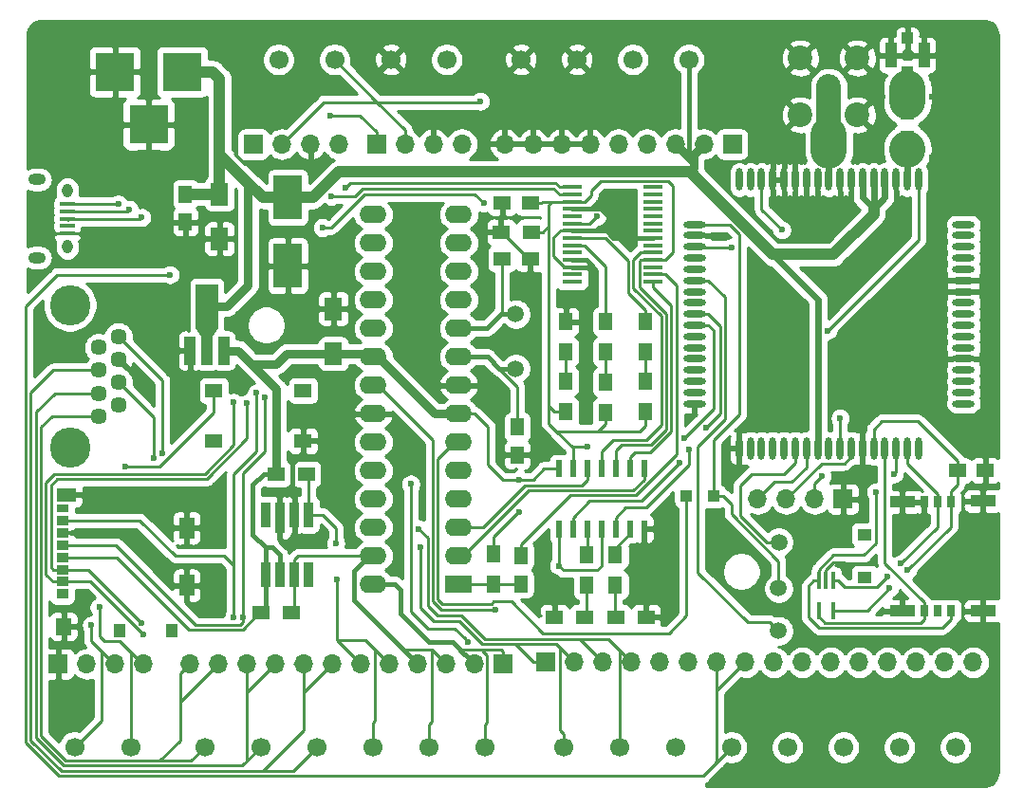
<source format=gtl>
G04 #@! TF.GenerationSoftware,KiCad,Pcbnew,(5.1.2)-2*
G04 #@! TF.CreationDate,2019-11-01T20:16:41+11:00*
G04 #@! TF.ProjectId,BoSL_GSP,426f534c-5f47-4535-902e-6b696361645f,0.3*
G04 #@! TF.SameCoordinates,Original*
G04 #@! TF.FileFunction,Copper,L1,Top*
G04 #@! TF.FilePolarity,Positive*
%FSLAX46Y46*%
G04 Gerber Fmt 4.6, Leading zero omitted, Abs format (unit mm)*
G04 Created by KiCad (PCBNEW (5.1.2)-2) date 2019-11-01 20:16:41*
%MOMM*%
%LPD*%
G04 APERTURE LIST*
%ADD10R,0.600000X1.500000*%
%ADD11C,1.450000*%
%ADD12C,3.600000*%
%ADD13R,1.700000X1.700000*%
%ADD14O,1.700000X1.700000*%
%ADD15R,1.300000X1.500000*%
%ADD16R,1.350000X1.900000*%
%ADD17R,1.000000X1.200000*%
%ADD18R,1.350000X1.550000*%
%ADD19R,1.800000X1.170000*%
%ADD20R,1.100000X0.750000*%
%ADD21R,1.100000X0.850000*%
%ADD22O,0.600000X2.000000*%
%ADD23O,2.000000X0.600000*%
%ADD24C,1.700000*%
%ADD25R,0.900000X2.250000*%
%ADD26R,0.900000X2.800000*%
%ADD27R,0.800000X1.000000*%
%ADD28R,2.300000X1.000000*%
%ADD29R,1.300000X1.100000*%
%ADD30C,2.200000*%
%ADD31C,2.000000*%
%ADD32R,1.600000X2.000000*%
%ADD33R,1.250000X1.500000*%
%ADD34R,1.500000X1.250000*%
%ADD35R,2.500000X4.000000*%
%ADD36R,3.500000X3.500000*%
%ADD37R,1.000000X1.000000*%
%ADD38R,2.400000X1.600000*%
%ADD39O,2.400000X1.600000*%
%ADD40R,1.500000X1.300000*%
%ADD41R,1.550000X1.300000*%
%ADD42C,1.500000*%
%ADD43R,1.000000X2.500000*%
%ADD44R,2.000000X4.000000*%
%ADD45C,0.750000*%
%ADD46C,0.100000*%
%ADD47R,0.400000X1.500000*%
%ADD48R,1.750000X0.450000*%
%ADD49R,1.350000X0.400000*%
%ADD50O,0.950000X1.250000*%
%ADD51O,1.550000X1.000000*%
%ADD52R,1.050000X2.200000*%
%ADD53C,0.600000*%
%ADD54C,0.400000*%
%ADD55C,0.250000*%
%ADD56C,0.600000*%
%ADD57C,3.230000*%
%ADD58C,2.200000*%
%ADD59C,0.800000*%
%ADD60C,1.000000*%
%ADD61C,0.254000*%
G04 APERTURE END LIST*
D10*
X152590000Y-109100000D03*
X153860000Y-109100000D03*
X155130000Y-109100000D03*
X156400000Y-109100000D03*
X157670000Y-109100000D03*
X158940000Y-109100000D03*
X160210000Y-109100000D03*
X160210000Y-103700000D03*
X158940000Y-103700000D03*
X157670000Y-103700000D03*
X156400000Y-103700000D03*
X155130000Y-103700000D03*
X153860000Y-103700000D03*
X152590000Y-103700000D03*
D11*
X113318000Y-98040000D03*
X113318000Y-96000000D03*
X113318000Y-93960000D03*
X113318000Y-91920000D03*
X111540000Y-99020000D03*
X111540000Y-92900000D03*
X111540000Y-96980000D03*
X111540000Y-94940000D03*
D12*
X109000000Y-89130000D03*
X109000000Y-101830000D03*
D13*
X168080000Y-74750000D03*
D14*
X165540000Y-74750000D03*
X163000000Y-74750000D03*
X160460000Y-74750000D03*
X157920000Y-74750000D03*
X155380000Y-74750000D03*
X152840000Y-74750000D03*
X150300000Y-74750000D03*
X147760000Y-74750000D03*
D13*
X151470000Y-121020000D03*
D14*
X154010000Y-121020000D03*
X156550000Y-121020000D03*
X159090000Y-121020000D03*
X161630000Y-121020000D03*
X164170000Y-121020000D03*
X166710000Y-121020000D03*
X169250000Y-121020000D03*
X171790000Y-121020000D03*
X174330000Y-121020000D03*
X176870000Y-121020000D03*
X179410000Y-121020000D03*
X181950000Y-121020000D03*
X184490000Y-121020000D03*
X187030000Y-121020000D03*
X189570000Y-121020000D03*
D15*
X160342000Y-93290000D03*
X160342000Y-90590000D03*
X156786000Y-93290000D03*
X156786000Y-90590000D03*
X153230000Y-93290000D03*
X153230000Y-90590000D03*
D16*
X119400000Y-109020000D03*
X119400000Y-114140000D03*
D17*
X118100000Y-118200000D03*
X113400000Y-118200000D03*
D18*
X108425000Y-117815000D03*
D19*
X108650000Y-106075000D03*
D20*
X108300000Y-107275000D03*
D21*
X108300000Y-108325000D03*
X108300000Y-109425000D03*
X108300000Y-110525000D03*
X108300000Y-111625000D03*
X108300000Y-112725000D03*
X108300000Y-113825000D03*
X108300000Y-114925000D03*
D22*
X168690000Y-77920000D03*
X169690000Y-77920000D03*
X170690000Y-77920000D03*
X171690000Y-77920000D03*
X172690000Y-77920000D03*
X173690000Y-77920000D03*
X174690000Y-77920000D03*
X175690000Y-77920000D03*
X176690000Y-77920000D03*
X177690000Y-77920000D03*
X178690000Y-77920000D03*
X179690000Y-77920000D03*
X180690000Y-77920000D03*
X181690000Y-77920000D03*
X182690000Y-77920000D03*
X183690000Y-77920000D03*
X184690000Y-77920000D03*
D23*
X188690000Y-81920000D03*
X188690000Y-82920000D03*
X188690000Y-83920000D03*
X188690000Y-84920000D03*
X188690000Y-85920000D03*
X188690000Y-86920000D03*
X188690000Y-87920000D03*
X188690000Y-88920000D03*
X188690000Y-89920000D03*
X188690000Y-90920000D03*
X188690000Y-91920000D03*
X188690000Y-92920000D03*
X188690000Y-93920000D03*
X188690000Y-94920000D03*
X188690000Y-95920000D03*
X188690000Y-96920000D03*
X188690000Y-97920000D03*
D22*
X184690000Y-101920000D03*
X183690000Y-101920000D03*
X182690000Y-101920000D03*
X181690000Y-101920000D03*
X180690000Y-101920000D03*
X179690000Y-101920000D03*
X178690000Y-101920000D03*
X177690000Y-101920000D03*
X176690000Y-101920000D03*
X175690000Y-101920000D03*
X174690000Y-101920000D03*
X173690000Y-101920000D03*
X172690000Y-101920000D03*
X171690000Y-101920000D03*
X170690000Y-101920000D03*
X169690000Y-101920000D03*
X168690000Y-101920000D03*
D23*
X164690000Y-91920000D03*
X164690000Y-97920000D03*
X164690000Y-96920000D03*
X164690000Y-95920000D03*
X164690000Y-94920000D03*
X164690000Y-93920000D03*
X164690000Y-92920000D03*
X164690000Y-90920000D03*
X164690000Y-89920000D03*
X164690000Y-88920000D03*
X164690000Y-87920000D03*
X164690000Y-86920000D03*
X164690000Y-85920000D03*
X164690000Y-84920000D03*
X164690000Y-81920000D03*
X164690000Y-82920000D03*
X164690000Y-83920000D03*
D24*
X146000000Y-128600000D03*
X141000000Y-128600000D03*
X136000000Y-128600000D03*
X131000000Y-128600000D03*
X126000000Y-128600000D03*
X121000000Y-128600000D03*
X127600000Y-67200000D03*
X132600000Y-67200000D03*
X137600000Y-67200000D03*
X142600000Y-67200000D03*
X114400000Y-128600000D03*
X109400000Y-128600000D03*
D25*
X126450000Y-107850000D03*
D26*
X127700000Y-108125000D03*
D25*
X129000000Y-107850000D03*
X126450000Y-113200000D03*
X127700000Y-113200000D03*
X130250000Y-113200000D03*
X129000000Y-113200000D03*
X130250000Y-107850000D03*
D27*
X185180000Y-116410000D03*
D28*
X190430000Y-116410000D03*
X183230000Y-116410000D03*
D29*
X179865000Y-113415000D03*
X179865000Y-109605000D03*
D28*
X183230000Y-106710000D03*
X190430000Y-106610000D03*
D27*
X187580000Y-116410000D03*
X186380000Y-116410000D03*
X185180000Y-106710000D03*
X186380000Y-106710000D03*
X187580000Y-106710000D03*
D24*
X149200000Y-67200000D03*
X154200000Y-67200000D03*
X159200000Y-67200000D03*
X164200000Y-67200000D03*
X188000000Y-128600000D03*
X183000000Y-128600000D03*
X178000000Y-128600000D03*
X173000000Y-128600000D03*
X168000000Y-128600000D03*
X163000000Y-128600000D03*
X158000000Y-128600000D03*
X153000000Y-128600000D03*
D30*
X174150000Y-67060000D03*
X179230000Y-67060000D03*
X179230000Y-72140000D03*
X174150000Y-72140000D03*
D31*
X176690000Y-69600000D03*
D32*
X132494000Y-93444000D03*
X132494000Y-89444000D03*
D33*
X148900000Y-102500000D03*
X148900000Y-100000000D03*
D34*
X150050000Y-85000000D03*
X147550000Y-85000000D03*
X190640000Y-103890000D03*
X188140000Y-103890000D03*
D33*
X119300000Y-79200000D03*
X119300000Y-81700000D03*
D32*
X122334000Y-79200000D03*
X122334000Y-83200000D03*
D35*
X128430000Y-79504000D03*
X128430000Y-85604000D03*
D34*
X150050000Y-80000000D03*
X147550000Y-80000000D03*
D33*
X149200000Y-114000000D03*
X149200000Y-111500000D03*
D36*
X119000000Y-68300000D03*
X113000000Y-68300000D03*
X116000000Y-73000000D03*
D37*
X163950000Y-106200000D03*
X166450000Y-106200000D03*
D15*
X155100000Y-114130000D03*
X155100000Y-111430000D03*
X157640000Y-114130000D03*
X157640000Y-111430000D03*
X153230000Y-95910000D03*
X153230000Y-98610000D03*
X156786000Y-95990000D03*
X156786000Y-98690000D03*
X160342000Y-95910000D03*
X160342000Y-98610000D03*
D38*
X143670000Y-114050000D03*
D39*
X136050000Y-81030000D03*
X143670000Y-111510000D03*
X136050000Y-83570000D03*
X143670000Y-108970000D03*
X136050000Y-86110000D03*
X143670000Y-106430000D03*
X136050000Y-88650000D03*
X143670000Y-103890000D03*
X136050000Y-91190000D03*
X143670000Y-101350000D03*
X136050000Y-93730000D03*
X143670000Y-98810000D03*
X136050000Y-96270000D03*
X143670000Y-96270000D03*
X136050000Y-98810000D03*
X143670000Y-93730000D03*
X136050000Y-101350000D03*
X143670000Y-91190000D03*
X136050000Y-103890000D03*
X143670000Y-88650000D03*
X136050000Y-106430000D03*
X143670000Y-86110000D03*
X136050000Y-108970000D03*
X143670000Y-83570000D03*
X136050000Y-111510000D03*
X143670000Y-81030000D03*
X136050000Y-114050000D03*
D13*
X136322000Y-74750000D03*
D14*
X138862000Y-74750000D03*
X141402000Y-74750000D03*
X143942000Y-74750000D03*
D13*
X125360000Y-74750000D03*
D14*
X127900000Y-74750000D03*
X130440000Y-74750000D03*
X132980000Y-74750000D03*
D13*
X107950000Y-121158000D03*
D14*
X110490000Y-121158000D03*
X113030000Y-121158000D03*
X115570000Y-121158000D03*
D13*
X177960000Y-106430000D03*
D14*
X175420000Y-106430000D03*
X172880000Y-106430000D03*
X170340000Y-106430000D03*
D15*
X146800000Y-111300000D03*
X146800000Y-114000000D03*
D40*
X127400000Y-104200000D03*
X130100000Y-104200000D03*
X126000000Y-116600000D03*
X128700000Y-116600000D03*
X154900000Y-117000000D03*
X152200000Y-117000000D03*
X157700000Y-117000000D03*
X160400000Y-117000000D03*
D41*
X129775000Y-101250000D03*
X121825000Y-101250000D03*
X129775000Y-96750000D03*
X121825000Y-96750000D03*
D42*
X172200000Y-114400000D03*
X172200000Y-118200000D03*
X172226000Y-110294000D03*
D43*
X119700000Y-93180000D03*
X121200000Y-93180000D03*
X122700000Y-93180000D03*
D44*
X121200000Y-89220000D03*
D45*
X121200000Y-91570000D03*
D46*
G36*
X122200000Y-91195000D02*
G01*
X121700000Y-91945000D01*
X120700000Y-91945000D01*
X120200000Y-91195000D01*
X122200000Y-91195000D01*
X122200000Y-91195000D01*
G37*
D47*
X177100000Y-113740000D03*
X176450000Y-113740000D03*
X175800000Y-113740000D03*
X175800000Y-116400000D03*
X177100000Y-116400000D03*
D48*
X160986000Y-87033000D03*
X160986000Y-86383000D03*
X160986000Y-85733000D03*
X160986000Y-85083000D03*
X160986000Y-84433000D03*
X160986000Y-83783000D03*
X160986000Y-83133000D03*
X160986000Y-82483000D03*
X160986000Y-81833000D03*
X160986000Y-81183000D03*
X160986000Y-80533000D03*
X160986000Y-79883000D03*
X160986000Y-79233000D03*
X160986000Y-78583000D03*
X153786000Y-78583000D03*
X153786000Y-79233000D03*
X153786000Y-79883000D03*
X153786000Y-80533000D03*
X153786000Y-81183000D03*
X153786000Y-81833000D03*
X153786000Y-82483000D03*
X153786000Y-83133000D03*
X153786000Y-83783000D03*
X153786000Y-84433000D03*
X153786000Y-85083000D03*
X153786000Y-85733000D03*
X153786000Y-86383000D03*
X153786000Y-87033000D03*
D42*
X148750000Y-89920000D03*
X148750000Y-94800000D03*
D13*
X147586000Y-121112000D03*
D14*
X145046000Y-121112000D03*
X142506000Y-121112000D03*
X139966000Y-121112000D03*
X137426000Y-121112000D03*
X134886000Y-121112000D03*
X132346000Y-121112000D03*
X129806000Y-121112000D03*
X127266000Y-121112000D03*
X124726000Y-121112000D03*
X122186000Y-121112000D03*
X119646000Y-121112000D03*
D49*
X108750000Y-80100000D03*
X108750000Y-80750000D03*
X108750000Y-81400000D03*
X108750000Y-82050000D03*
X108750000Y-82700000D03*
D50*
X108750000Y-78900000D03*
X108750000Y-83900000D03*
D51*
X106050000Y-77900000D03*
X106050000Y-84900000D03*
D40*
X150150000Y-82600000D03*
X147450000Y-82600000D03*
D37*
X183700000Y-68300000D03*
X183700000Y-65300000D03*
D52*
X185175000Y-66800000D03*
X182225000Y-66800000D03*
D33*
X183700000Y-74300000D03*
X183700000Y-71800000D03*
D53*
X185900000Y-68800000D03*
X181500000Y-68700000D03*
X181500000Y-70500000D03*
X181500000Y-72300000D03*
X181500000Y-74100000D03*
X181500000Y-75900000D03*
X185900000Y-70500000D03*
X185900000Y-72300000D03*
X185900000Y-74100000D03*
X185900000Y-75900000D03*
X157546180Y-83062296D03*
X161900000Y-112200000D03*
X151200000Y-110800000D03*
X179600000Y-74500000D03*
X179600000Y-75700000D03*
X173900000Y-74500000D03*
X173900000Y-75800000D03*
X178500000Y-112600000D03*
X183200000Y-115100000D03*
X183700000Y-108900000D03*
X164100000Y-99100000D03*
X166900000Y-82900000D03*
X170400000Y-89000000D03*
X115900000Y-111200000D03*
X130900000Y-83800000D03*
X118400000Y-99000000D03*
X111600000Y-106200000D03*
X182800000Y-82000000D03*
X149100000Y-107600000D03*
X149100000Y-104700000D03*
X182100000Y-114400000D03*
X183700000Y-112800000D03*
X113960140Y-103560140D03*
X123600000Y-117025000D03*
X125647138Y-96973170D03*
X156000000Y-81200000D03*
X145900000Y-80000000D03*
X131500000Y-82200000D03*
X113299998Y-80100000D03*
X183100000Y-112200000D03*
X181900000Y-113400000D03*
X180900000Y-105800000D03*
X182500000Y-104200000D03*
X117900000Y-86400000D03*
X110900000Y-117700000D03*
X115550021Y-118550021D03*
X123600000Y-97800000D03*
X111600000Y-116100000D03*
X115400000Y-117500000D03*
X124800000Y-97900000D03*
X163800000Y-101000000D03*
X165700000Y-100100000D03*
X126332316Y-97386148D03*
X124404445Y-117020546D03*
X168000000Y-84000000D03*
X132800000Y-113600000D03*
X140100000Y-109100000D03*
X145600000Y-70925999D03*
X117265651Y-102356235D03*
X139400020Y-105100000D03*
X144500000Y-119175031D03*
X132700000Y-110400000D03*
X132200000Y-72200000D03*
X116428009Y-102800000D03*
X176100000Y-104400000D03*
X177700000Y-99200000D03*
X163400000Y-103200000D03*
X176600000Y-91400000D03*
X164200000Y-102000000D03*
X172500000Y-82400000D03*
X146945808Y-116320630D03*
X140274968Y-110700000D03*
X132300000Y-79400000D03*
X114300000Y-80600000D03*
X133600474Y-78625010D03*
X115400000Y-81300000D03*
X155200000Y-101800000D03*
X152600000Y-112400000D03*
D54*
X156825476Y-82483000D02*
X153786000Y-82483000D01*
X157475476Y-83133000D02*
X156825476Y-82483000D01*
X160986000Y-83133000D02*
X157475476Y-83133000D01*
X155061000Y-85083000D02*
X155600000Y-85622000D01*
X153786000Y-85083000D02*
X155061000Y-85083000D01*
X155489000Y-85733000D02*
X153786000Y-85733000D01*
X155600000Y-85622000D02*
X155489000Y-85733000D01*
X157546180Y-81710178D02*
X157546180Y-83062296D01*
X156336001Y-80499999D02*
X157546180Y-81710178D01*
X155663999Y-80499999D02*
X156336001Y-80499999D01*
X153786000Y-80533000D02*
X155630998Y-80533000D01*
X155630998Y-80533000D02*
X155663999Y-80499999D01*
D55*
X149950000Y-85000000D02*
X150050000Y-85000000D01*
X147550000Y-82600000D02*
X149950000Y-85000000D01*
X147450000Y-82600000D02*
X147550000Y-82600000D01*
X176450000Y-112740000D02*
X177090000Y-112100000D01*
X176450000Y-113740000D02*
X176450000Y-112740000D01*
X177090000Y-112100000D02*
X178000000Y-112100000D01*
X178000000Y-112100000D02*
X178500000Y-112600000D01*
X152750998Y-82483000D02*
X152150010Y-83083988D01*
X153786000Y-82483000D02*
X152750998Y-82483000D01*
X153136000Y-85733000D02*
X153786000Y-85733000D01*
X152150010Y-84747010D02*
X153136000Y-85733000D01*
X152150010Y-83083988D02*
X152150010Y-84747010D01*
X108750000Y-82700000D02*
X110400000Y-82700000D01*
X110400000Y-82700000D02*
X107100000Y-82700000D01*
X130440000Y-75952081D02*
X129892081Y-76500000D01*
X130440000Y-74750000D02*
X130440000Y-75952081D01*
X129892081Y-76500000D02*
X124600000Y-76500000D01*
X124600000Y-76500000D02*
X123700000Y-75600000D01*
D54*
X129775000Y-100200000D02*
X129775000Y-101250000D01*
X131165000Y-98810000D02*
X129775000Y-100200000D01*
X136050000Y-98810000D02*
X131165000Y-98810000D01*
X129775000Y-102300000D02*
X128800000Y-103275000D01*
X129775000Y-101250000D02*
X129775000Y-102300000D01*
X129000000Y-106325000D02*
X129000000Y-107850000D01*
X128800000Y-106125000D02*
X129000000Y-106325000D01*
X128800000Y-103275000D02*
X128800000Y-106125000D01*
D56*
X176690000Y-77920000D02*
X176690000Y-75310000D01*
D57*
X176690000Y-75310000D02*
X176690000Y-73914202D01*
D58*
X176690000Y-73390000D02*
X176690000Y-69600000D01*
D56*
X176690000Y-75310000D02*
X176690000Y-73390000D01*
D59*
X135764000Y-93444000D02*
X136050000Y-93730000D01*
X132494000Y-93444000D02*
X135764000Y-93444000D01*
X136050000Y-93730000D02*
X136450000Y-93730000D01*
X141530000Y-98810000D02*
X143670000Y-98810000D01*
X136450000Y-93730000D02*
X141530000Y-98810000D01*
D54*
X126250000Y-104200000D02*
X125300000Y-105150000D01*
X127400000Y-104200000D02*
X126250000Y-104200000D01*
X125300000Y-105150000D02*
X125300000Y-109600000D01*
X126450000Y-110750000D02*
X126450000Y-113200000D01*
X125300000Y-109600000D02*
X126450000Y-110750000D01*
X126450000Y-110750000D02*
X127050000Y-110750000D01*
X127700000Y-111400000D02*
X127700000Y-113200000D01*
X127050000Y-110750000D02*
X127700000Y-111400000D01*
X126450000Y-116150000D02*
X126000000Y-116600000D01*
X126450000Y-113200000D02*
X126450000Y-116150000D01*
D59*
X122700000Y-93180000D02*
X122700000Y-93930000D01*
X132494000Y-93644000D02*
X132494000Y-93444000D01*
D55*
X113149000Y-111625000D02*
X119634000Y-118110000D01*
X125900000Y-116600000D02*
X126000000Y-116600000D01*
X124399989Y-118100011D02*
X125900000Y-116600000D01*
X122183989Y-118100011D02*
X124399989Y-118100011D01*
X122174000Y-118110000D02*
X122183989Y-118100011D01*
X119634000Y-118110000D02*
X122174000Y-118110000D01*
X113149000Y-111625000D02*
X108300000Y-111625000D01*
X143670000Y-98810000D02*
X144070000Y-98810000D01*
X146800000Y-111300000D02*
X146800000Y-111200000D01*
X146800000Y-111200000D02*
X146800000Y-109800000D01*
X146800000Y-109800000D02*
X149000000Y-107600000D01*
X149000000Y-107600000D02*
X149100000Y-107600000D01*
X150300000Y-104700000D02*
X149100000Y-104700000D01*
X152590000Y-103700000D02*
X151300000Y-103700000D01*
X151300000Y-103700000D02*
X150300000Y-104700000D01*
X149100000Y-104700000D02*
X147600000Y-104700000D01*
X147600000Y-104700000D02*
X146300000Y-103400000D01*
X146300000Y-99990000D02*
X146300000Y-103400000D01*
X145120000Y-98810000D02*
X146300000Y-99990000D01*
X143670000Y-98810000D02*
X145120000Y-98810000D01*
D59*
X132494000Y-93444000D02*
X128356000Y-93444000D01*
X128356000Y-93444000D02*
X127400000Y-94400000D01*
X125220000Y-94400000D02*
X127400000Y-94400000D01*
X124000000Y-93180000D02*
X125220000Y-94400000D01*
X122700000Y-93180000D02*
X124000000Y-93180000D01*
X127400000Y-96580000D02*
X125220000Y-94400000D01*
X127400000Y-104200000D02*
X127400000Y-96580000D01*
D54*
X148750000Y-94800000D02*
X147300000Y-94800000D01*
X146230000Y-93730000D02*
X143670000Y-93730000D01*
X147300000Y-94800000D02*
X146230000Y-93730000D01*
D55*
X148900000Y-96400000D02*
X148900000Y-100000000D01*
X147300000Y-94800000D02*
X148900000Y-96400000D01*
D54*
X148750000Y-89920000D02*
X147480000Y-89920000D01*
X146210000Y-91190000D02*
X143670000Y-91190000D01*
X147480000Y-89920000D02*
X146210000Y-91190000D01*
D55*
X147550000Y-89850000D02*
X147550000Y-85000000D01*
X147480000Y-89920000D02*
X147550000Y-89850000D01*
X180690000Y-101220000D02*
X180690000Y-101920000D01*
X187580000Y-106710000D02*
X187580000Y-105720000D01*
X188140000Y-105160000D02*
X188140000Y-103890000D01*
X187580000Y-105720000D02*
X188140000Y-105160000D01*
X177100000Y-116400000D02*
X180100000Y-116400000D01*
X180100000Y-116400000D02*
X182100000Y-114400000D01*
X187580000Y-108920000D02*
X187580000Y-106710000D01*
X183700000Y-112800000D02*
X187580000Y-108920000D01*
X188140000Y-103015000D02*
X188140000Y-103890000D01*
X180690000Y-100670000D02*
X180700000Y-100660000D01*
X180690000Y-101920000D02*
X180690000Y-100670000D01*
X180700000Y-100660000D02*
X180700000Y-100200000D01*
X180700000Y-100200000D02*
X181400000Y-99500000D01*
X181400000Y-99500000D02*
X184625000Y-99500000D01*
X184625000Y-99500000D02*
X188140000Y-103015000D01*
D60*
X126180000Y-79504000D02*
X128430000Y-79504000D01*
X122334000Y-75658000D02*
X122334000Y-79200000D01*
X122334000Y-79200000D02*
X119300000Y-79200000D01*
X164300000Y-77200000D02*
X171700000Y-84600000D01*
X171700000Y-84600000D02*
X177100000Y-84600000D01*
X177100000Y-84600000D02*
X180700000Y-81000000D01*
D56*
X180700000Y-80530000D02*
X180700000Y-81000000D01*
X179690000Y-79520000D02*
X180700000Y-80530000D01*
X179690000Y-77920000D02*
X179690000Y-79520000D01*
X180700000Y-79530000D02*
X180700000Y-81000000D01*
X180690000Y-79520000D02*
X180700000Y-79530000D01*
X180690000Y-77920000D02*
X180690000Y-79520000D01*
X181690000Y-79520000D02*
X180700000Y-80510000D01*
X181690000Y-77920000D02*
X181690000Y-79520000D01*
D60*
X180700000Y-81000000D02*
X180700000Y-80510000D01*
D56*
X175690000Y-100320000D02*
X175700000Y-100310000D01*
X175690000Y-101920000D02*
X175690000Y-100320000D01*
X175700000Y-88600000D02*
X171700000Y-84600000D01*
X175700000Y-100310000D02*
X175700000Y-88600000D01*
D60*
X124888000Y-78212000D02*
X126180000Y-79504000D01*
D59*
X164300000Y-77200000D02*
X164680000Y-77200000D01*
D55*
X175700000Y-88600000D02*
X175700000Y-92100000D01*
D60*
X124888000Y-78212000D02*
X122334000Y-75658000D01*
X121750000Y-68300000D02*
X119000000Y-68300000D01*
X122334000Y-68884000D02*
X121750000Y-68300000D01*
X122334000Y-75658000D02*
X122334000Y-68884000D01*
D59*
X121200000Y-93180000D02*
X121200000Y-89220000D01*
X123000000Y-89220000D02*
X121200000Y-89220000D01*
X124888000Y-87332000D02*
X123000000Y-89220000D01*
X124888000Y-78212000D02*
X124888000Y-87332000D01*
D60*
X132984000Y-77200000D02*
X164300000Y-77200000D01*
X130680000Y-79504000D02*
X132984000Y-77200000D01*
X128430000Y-79504000D02*
X130680000Y-79504000D01*
D59*
X164300000Y-77200000D02*
X164600000Y-76900000D01*
X164600000Y-75690000D02*
X165540000Y-74750000D01*
X164600000Y-76900000D02*
X164600000Y-75690000D01*
X164600000Y-76900000D02*
X164600000Y-76350000D01*
D54*
X164200000Y-75950000D02*
X164200000Y-67200000D01*
X164225000Y-75975000D02*
X164200000Y-75950000D01*
D59*
X164225000Y-75975000D02*
X163000000Y-74750000D01*
X164600000Y-76350000D02*
X164225000Y-75975000D01*
D55*
X146750000Y-114050000D02*
X146800000Y-114000000D01*
X143670000Y-114050000D02*
X146750000Y-114050000D01*
X146800000Y-114000000D02*
X149200000Y-114000000D01*
X116986748Y-103560140D02*
X114384404Y-103560140D01*
X114384404Y-103560140D02*
X113960140Y-103560140D01*
X121825000Y-98721888D02*
X116986748Y-103560140D01*
X121825000Y-96750000D02*
X121825000Y-98721888D01*
X122740000Y-111506000D02*
X123600000Y-112366000D01*
X118376001Y-111506000D02*
X122740000Y-111506000D01*
X115195001Y-108325000D02*
X118376001Y-111506000D01*
X123600000Y-117025000D02*
X123600000Y-112366000D01*
X115195001Y-108325000D02*
X108300000Y-108325000D01*
X125647138Y-102184647D02*
X125647138Y-96973170D01*
X123600000Y-112366000D02*
X123600000Y-104231785D01*
X123600000Y-104231785D02*
X125647138Y-102184647D01*
X163950000Y-116850000D02*
X163950000Y-106200000D01*
X162400000Y-118400000D02*
X163950000Y-116850000D01*
X151200000Y-118400000D02*
X162400000Y-118400000D01*
X148400000Y-115600000D02*
X151200000Y-118400000D01*
X146800000Y-115600000D02*
X148400000Y-115600000D01*
X143270000Y-101350000D02*
X141799999Y-102820001D01*
X143670000Y-101350000D02*
X143270000Y-101350000D01*
X141799999Y-102820001D02*
X141799999Y-115399999D01*
X141799999Y-115399999D02*
X142199999Y-115799999D01*
X142199999Y-115799999D02*
X146600001Y-115799999D01*
X146600001Y-115799999D02*
X146800000Y-115600000D01*
X166450000Y-106286410D02*
X166450000Y-106200000D01*
X167853260Y-81920000D02*
X164690000Y-81920000D01*
X168700000Y-82766740D02*
X167853260Y-81920000D01*
X168700000Y-98900000D02*
X168700000Y-82766740D01*
X166450000Y-106200000D02*
X166450000Y-101150000D01*
X166450000Y-101150000D02*
X168700000Y-98900000D01*
X167300000Y-106200000D02*
X166450000Y-106200000D01*
X168000000Y-106900000D02*
X167300000Y-106200000D01*
X168000000Y-107765070D02*
X168000000Y-106900000D01*
X172200000Y-114400000D02*
X172200000Y-111965070D01*
X172200000Y-111965070D02*
X168000000Y-107765070D01*
X155130000Y-111400000D02*
X155100000Y-111430000D01*
X155130000Y-109100000D02*
X155130000Y-111400000D01*
X157640000Y-116940000D02*
X157700000Y-117000000D01*
X157640000Y-114130000D02*
X157640000Y-116940000D01*
X158940000Y-109550000D02*
X158940000Y-109100000D01*
X157640000Y-110850000D02*
X158940000Y-109550000D01*
X157640000Y-111430000D02*
X157640000Y-110850000D01*
X153230000Y-93290000D02*
X153230000Y-95910000D01*
X156786000Y-93290000D02*
X156786000Y-95990000D01*
X153786000Y-81833000D02*
X155367000Y-81833000D01*
X155367000Y-81833000D02*
X156000000Y-81200000D01*
X132300000Y-82200000D02*
X131500000Y-82200000D01*
X135300000Y-79200000D02*
X132300000Y-82200000D01*
X145900000Y-80000000D02*
X145100000Y-79200000D01*
X145100000Y-79200000D02*
X135300000Y-79200000D01*
X108750000Y-80100000D02*
X113299998Y-80100000D01*
X160342000Y-93290000D02*
X160342000Y-95910000D01*
X181690000Y-112170000D02*
X181690000Y-101920000D01*
X185180000Y-115660000D02*
X181690000Y-112170000D01*
X185180000Y-116410000D02*
X185180000Y-115660000D01*
X175800000Y-116950000D02*
X175800000Y-116400000D01*
X176325001Y-117475001D02*
X175800000Y-116950000D01*
X184864999Y-117475001D02*
X176325001Y-117475001D01*
X185180000Y-117160000D02*
X184864999Y-117475001D01*
X185180000Y-116410000D02*
X185180000Y-117160000D01*
X183690000Y-103270000D02*
X183690000Y-101920000D01*
X186380000Y-105960000D02*
X183690000Y-103270000D01*
X186380000Y-106710000D02*
X186380000Y-105960000D01*
X186380000Y-106710000D02*
X186380000Y-108920000D01*
X186380000Y-108920000D02*
X183100000Y-112200000D01*
X177550000Y-113740000D02*
X177100000Y-113740000D01*
X178100001Y-114290001D02*
X177550000Y-113740000D01*
X181009999Y-114290001D02*
X178100001Y-114290001D01*
X181900000Y-113400000D02*
X181009999Y-114290001D01*
X175350000Y-113740000D02*
X175800000Y-113740000D01*
X187580000Y-117160000D02*
X186814990Y-117925010D01*
X186814990Y-117925010D02*
X175790008Y-117925010D01*
X175790008Y-117925010D02*
X174900000Y-117035002D01*
X187580000Y-116410000D02*
X187580000Y-117160000D01*
X174900000Y-117035002D02*
X174900000Y-114190000D01*
X174900000Y-114190000D02*
X175350000Y-113740000D01*
X179815002Y-111440000D02*
X180900000Y-110355002D01*
X177100000Y-111440000D02*
X179815002Y-111440000D01*
X175800000Y-113740000D02*
X175800000Y-112740000D01*
X175800000Y-112740000D02*
X177100000Y-111440000D01*
X180900000Y-110355002D02*
X180900000Y-105800000D01*
X182500000Y-104200000D02*
X182700000Y-104000000D01*
X182690000Y-103990000D02*
X182690000Y-101920000D01*
X182700000Y-104000000D02*
X182690000Y-103990000D01*
X168000000Y-128600000D02*
X165449972Y-131150028D01*
X166710000Y-129890000D02*
X165449972Y-131150028D01*
X166710000Y-123560000D02*
X169250000Y-121020000D01*
X166710000Y-126090000D02*
X166710000Y-123560000D01*
X166710000Y-126090000D02*
X166710000Y-129890000D01*
X166710000Y-121020000D02*
X166710000Y-126090000D01*
X105049971Y-89200029D02*
X107850000Y-86400000D01*
X105049971Y-128159201D02*
X105049971Y-89200029D01*
X165449972Y-131150028D02*
X108040799Y-131150027D01*
X108040799Y-131150027D02*
X105049971Y-128159201D01*
X107850000Y-86400000D02*
X112800000Y-86400000D01*
X112800000Y-86400000D02*
X113000000Y-86400000D01*
X117475736Y-86400000D02*
X117900000Y-86400000D01*
X112800000Y-86400000D02*
X117475736Y-86400000D01*
X110900000Y-117700000D02*
X110900000Y-119126000D01*
X111787000Y-126213000D02*
X109400000Y-128600000D01*
X111787000Y-120013000D02*
X111787000Y-126213000D01*
X111787000Y-120013000D02*
X112936000Y-121162000D01*
X110900000Y-119126000D02*
X111787000Y-120013000D01*
X143670000Y-111510000D02*
X144070000Y-111510000D01*
X144070000Y-111510000D02*
X149929990Y-105650010D01*
X160210000Y-104150000D02*
X160210000Y-103700000D01*
X159259990Y-105650010D02*
X149929990Y-105650010D01*
X160210000Y-104700000D02*
X159259990Y-105650010D01*
X160210000Y-103700000D02*
X160210000Y-104700000D01*
X110825000Y-113825000D02*
X115550021Y-118550021D01*
X110825000Y-113825000D02*
X108300000Y-113825000D01*
X123600000Y-101600000D02*
X121000000Y-104200000D01*
X123600000Y-97800000D02*
X123600000Y-101600000D01*
X107500000Y-113825000D02*
X108300000Y-113825000D01*
X121000000Y-104200000D02*
X107600000Y-104200000D01*
X107600000Y-104200000D02*
X106850010Y-104949990D01*
X106850010Y-104949990D02*
X106850010Y-113175010D01*
X106850010Y-113175010D02*
X107500000Y-113825000D01*
X111600000Y-118700000D02*
X111600000Y-116100000D01*
X112025001Y-119125001D02*
X111600000Y-118700000D01*
X113439001Y-119125001D02*
X112025001Y-119125001D01*
X114400000Y-120200000D02*
X114400000Y-128600000D01*
X114457000Y-120143000D02*
X114400000Y-120200000D01*
X114457000Y-120143000D02*
X113439001Y-119125001D01*
X115476000Y-121162000D02*
X114457000Y-120143000D01*
X155130000Y-103700000D02*
X155130000Y-104150000D01*
X155130000Y-104700000D02*
X154630000Y-105200000D01*
X155130000Y-103700000D02*
X155130000Y-104700000D01*
X154630000Y-105200000D02*
X149600000Y-105200000D01*
X145830000Y-108970000D02*
X143670000Y-108970000D01*
X149600000Y-105200000D02*
X145830000Y-108970000D01*
X110625000Y-112725000D02*
X115400000Y-117500000D01*
X110625000Y-112725000D02*
X108300000Y-112725000D01*
X124800000Y-101036410D02*
X121186401Y-104650009D01*
X121186401Y-104650009D02*
X107849990Y-104650010D01*
X107849990Y-104650010D02*
X107300020Y-105199980D01*
X107500000Y-112725000D02*
X108300000Y-112725000D01*
X124800000Y-97900000D02*
X124800000Y-101036410D01*
X107300020Y-105199980D02*
X107300020Y-112525020D01*
X107300020Y-112525020D02*
X107500000Y-112725000D01*
X165390000Y-90920000D02*
X164690000Y-90920000D01*
X164690000Y-90920000D02*
X165940000Y-90920000D01*
X165940000Y-90920000D02*
X166400000Y-91380000D01*
X166400000Y-98400000D02*
X164400000Y-100400000D01*
X166400000Y-91380000D02*
X166400000Y-98400000D01*
X164400000Y-100400000D02*
X163800000Y-101000000D01*
X164690000Y-89920000D02*
X163990000Y-89920000D01*
X167000000Y-98800000D02*
X165999999Y-99800001D01*
X165999999Y-99800001D02*
X165700000Y-100100000D01*
X167000000Y-90980000D02*
X167000000Y-98800000D01*
X165940000Y-89920000D02*
X167000000Y-90980000D01*
X164690000Y-89920000D02*
X165940000Y-89920000D01*
X124404445Y-116596282D02*
X124404445Y-117020546D01*
X124199254Y-117650001D02*
X124404445Y-117444810D01*
X113074998Y-110525000D02*
X120199999Y-117650001D01*
X120199999Y-117650001D02*
X124199254Y-117650001D01*
X126332316Y-102167684D02*
X124404445Y-104095555D01*
X126332316Y-97386148D02*
X126332316Y-102167684D01*
X124404445Y-104095555D02*
X124404445Y-116596282D01*
X124404445Y-117444810D02*
X124404445Y-117020546D01*
X108300000Y-110525000D02*
X113074998Y-110525000D01*
X121000000Y-128600000D02*
X119800000Y-129800000D01*
X118796001Y-128003999D02*
X117000000Y-129800000D01*
X119646000Y-121112000D02*
X118796001Y-121961999D01*
X119800000Y-129800000D02*
X117000000Y-129800000D01*
X118796001Y-124501999D02*
X122186000Y-121112000D01*
X118796001Y-125403999D02*
X118796001Y-124501999D01*
X118796001Y-125403999D02*
X118796001Y-128003999D01*
X118796001Y-121961999D02*
X118796001Y-125403999D01*
X107380000Y-99020000D02*
X111540000Y-99020000D01*
X106400000Y-100000000D02*
X107380000Y-99020000D01*
X106400000Y-127600000D02*
X106400000Y-100000000D01*
X117000000Y-129800000D02*
X108600000Y-129800000D01*
X108600000Y-129800000D02*
X106400000Y-127600000D01*
X135650000Y-103890000D02*
X136050000Y-103890000D01*
X124349990Y-130250010D02*
X126000000Y-128600000D01*
X124726000Y-129874000D02*
X124349990Y-130250010D01*
X124726000Y-123652000D02*
X127266000Y-121112000D01*
X124726000Y-125474000D02*
X124726000Y-123652000D01*
X124726000Y-125474000D02*
X124726000Y-129874000D01*
X124726000Y-121112000D02*
X124726000Y-125474000D01*
X107620000Y-96980000D02*
X111540000Y-96980000D01*
X105949990Y-98650010D02*
X107620000Y-96980000D01*
X105949990Y-127786400D02*
X105949990Y-98650010D01*
X124349990Y-130250010D02*
X108413599Y-130250009D01*
X108413599Y-130250009D02*
X105949990Y-127786400D01*
X135650000Y-106430000D02*
X136050000Y-106430000D01*
X129806000Y-121112000D02*
X129005002Y-121112000D01*
X128899982Y-130700018D02*
X131000000Y-128600000D01*
X126199999Y-130700018D02*
X125900018Y-130700018D01*
X129806000Y-127094017D02*
X126199999Y-130700018D01*
X125900018Y-130700018D02*
X128899982Y-130700018D01*
X129806000Y-123652000D02*
X132346000Y-121112000D01*
X129806000Y-124606000D02*
X129806000Y-123652000D01*
X129806000Y-124606000D02*
X129806000Y-127094017D01*
X129806000Y-121112000D02*
X129806000Y-124606000D01*
X111350000Y-94750000D02*
X111540000Y-94940000D01*
X107460000Y-94940000D02*
X111540000Y-94940000D01*
X105499981Y-96900019D02*
X107460000Y-94940000D01*
X105499981Y-127972801D02*
X105499981Y-96900019D01*
X125900018Y-130700018D02*
X108227200Y-130700018D01*
X108227200Y-130700018D02*
X105499981Y-127972801D01*
X164770000Y-84000000D02*
X164690000Y-83920000D01*
X168000000Y-84000000D02*
X164770000Y-84000000D01*
X135650000Y-108970000D02*
X136050000Y-108970000D01*
X132800000Y-119026000D02*
X134886000Y-121112000D01*
X132800000Y-113600000D02*
X132800000Y-119026000D01*
X132800000Y-119026000D02*
X135340000Y-119026000D01*
X136157000Y-119843000D02*
X136157000Y-126243000D01*
X136157000Y-119843000D02*
X137426000Y-121112000D01*
X135340000Y-119026000D02*
X136157000Y-119843000D01*
X136000000Y-126400000D02*
X136000000Y-128600000D01*
X136157000Y-126243000D02*
X136000000Y-126400000D01*
X156550000Y-121020000D02*
X154480010Y-118950010D01*
X154480010Y-118950010D02*
X157020010Y-118950010D01*
X158000000Y-119930000D02*
X158000000Y-128600000D01*
X157735000Y-119665000D02*
X158000000Y-119930000D01*
X157735000Y-119665000D02*
X159090000Y-121020000D01*
X157020010Y-118950010D02*
X157735000Y-119665000D01*
X140100000Y-109100000D02*
X140899977Y-109899977D01*
X143884989Y-116849991D02*
X145985008Y-118950010D01*
X145985008Y-118950010D02*
X154480010Y-118950010D01*
X141777169Y-116849991D02*
X143884989Y-116849991D01*
X140899977Y-115972799D02*
X141777169Y-116849991D01*
X140899977Y-109899977D02*
X140899977Y-115972799D01*
X129000000Y-116300000D02*
X128700000Y-116600000D01*
X129000000Y-113200000D02*
X129000000Y-116300000D01*
X129315000Y-111510000D02*
X136050000Y-111510000D01*
X129000000Y-111825000D02*
X129315000Y-111510000D01*
X129000000Y-113200000D02*
X129000000Y-111825000D01*
D54*
X135650000Y-111510000D02*
X136050000Y-111510000D01*
X134300000Y-112860000D02*
X135650000Y-111510000D01*
X134300000Y-115446000D02*
X134300000Y-112860000D01*
D55*
X141267000Y-119873000D02*
X142506000Y-121112000D01*
D54*
X138727000Y-119873000D02*
X134300000Y-115446000D01*
X139966000Y-121112000D02*
X138727000Y-119873000D01*
D55*
X138727000Y-119873000D02*
X141267000Y-119873000D01*
X141267000Y-119873000D02*
X141267000Y-126333000D01*
X141000000Y-126600000D02*
X141000000Y-128600000D01*
X141267000Y-126333000D02*
X141000000Y-126600000D01*
X138862000Y-74750000D02*
X138862000Y-73462000D01*
X131650000Y-71000000D02*
X127900000Y-74750000D01*
X136400000Y-71000000D02*
X131650000Y-71000000D01*
X136400000Y-71000000D02*
X132600000Y-67200000D01*
X138862000Y-73462000D02*
X136400000Y-71000000D01*
X136400000Y-71000000D02*
X145525999Y-71000000D01*
X145525999Y-71000000D02*
X145600000Y-70925999D01*
X117265651Y-95867651D02*
X117265651Y-101931971D01*
X113318000Y-91920000D02*
X117265651Y-95867651D01*
X117265651Y-101931971D02*
X117265651Y-102356235D01*
X139400020Y-105100000D02*
X139400020Y-116500020D01*
X144200001Y-118875032D02*
X144500000Y-119175031D01*
X143324969Y-118000000D02*
X144200001Y-118875032D01*
X140900000Y-118000000D02*
X143324969Y-118000000D01*
X139400020Y-116500020D02*
X140900000Y-118000000D01*
X130250000Y-104350000D02*
X130100000Y-104200000D01*
X130250000Y-107850000D02*
X130250000Y-104350000D01*
X132700000Y-110400000D02*
X132700000Y-109000000D01*
X131550000Y-107850000D02*
X130250000Y-107850000D01*
X132700000Y-109000000D02*
X131550000Y-107850000D01*
D54*
X137984000Y-114050000D02*
X136050000Y-114050000D01*
X138500000Y-114566000D02*
X137984000Y-114050000D01*
X138500000Y-116700000D02*
X138500000Y-114566000D01*
X141000000Y-119200000D02*
X138500000Y-116700000D01*
X143100000Y-119200000D02*
X141000000Y-119200000D01*
X144196001Y-120262001D02*
X144162001Y-120262001D01*
X145046000Y-121112000D02*
X144196001Y-120262001D01*
D55*
X143750029Y-119850029D02*
X143350000Y-119450000D01*
X147586000Y-120012000D02*
X147424029Y-119850029D01*
X147586000Y-121112000D02*
X147586000Y-120012000D01*
D54*
X144162001Y-120262001D02*
X143350000Y-119450000D01*
X143350000Y-119450000D02*
X143100000Y-119200000D01*
D55*
X145749971Y-119850029D02*
X143750029Y-119850029D01*
X147424029Y-119850029D02*
X145749971Y-119850029D01*
X146000000Y-126600000D02*
X146000000Y-128600000D01*
X146200000Y-126400000D02*
X146000000Y-126600000D01*
X146200000Y-120400000D02*
X146200000Y-126400000D01*
X145749971Y-119850029D02*
X145749971Y-119949971D01*
X145749971Y-119949971D02*
X146200000Y-120400000D01*
X136322000Y-73650000D02*
X136322000Y-74750000D01*
X134872000Y-72200000D02*
X136322000Y-73650000D01*
X132200000Y-72200000D02*
X134872000Y-72200000D01*
X113318000Y-96000000D02*
X116428009Y-99110009D01*
X116428009Y-102375736D02*
X116428009Y-102800000D01*
X116428009Y-99110009D02*
X116428009Y-102375736D01*
X165940000Y-86920000D02*
X164690000Y-86920000D01*
X165945002Y-86920000D02*
X165940000Y-86920000D01*
X167450011Y-88425009D02*
X165945002Y-86920000D01*
X171450001Y-117450001D02*
X169450001Y-117450001D01*
X169450001Y-117450001D02*
X165000000Y-113000000D01*
X165000000Y-113000000D02*
X165000000Y-101725004D01*
X172200000Y-118200000D02*
X171450001Y-117450001D01*
X165000000Y-101725004D02*
X167450011Y-99274993D01*
X167450011Y-99274993D02*
X167450011Y-88425009D01*
X173690000Y-101920000D02*
X173690000Y-103170000D01*
X173690000Y-103170000D02*
X172660000Y-104200000D01*
X172660000Y-104200000D02*
X169800000Y-104200000D01*
X169800000Y-104200000D02*
X168800000Y-105200000D01*
X168800000Y-107928660D02*
X168800000Y-107300000D01*
X171165340Y-110294000D02*
X168800000Y-107928660D01*
X172226000Y-110294000D02*
X171165340Y-110294000D01*
X168800000Y-105200000D02*
X168800000Y-107300000D01*
X175420000Y-106430000D02*
X175420000Y-105080000D01*
X175420000Y-105080000D02*
X176100000Y-104400000D01*
X177690000Y-99634264D02*
X177690000Y-101920000D01*
X177700000Y-99624264D02*
X177690000Y-99634264D01*
X177700000Y-99200000D02*
X177700000Y-99624264D01*
X178690000Y-102620000D02*
X178690000Y-101920000D01*
X178064990Y-103245010D02*
X178690000Y-102620000D01*
X172880000Y-106430000D02*
X176064990Y-103245010D01*
X176064990Y-103245010D02*
X178064990Y-103245010D01*
X153860000Y-108100000D02*
X155360000Y-106600000D01*
X153860000Y-109100000D02*
X153860000Y-108100000D01*
X155360000Y-106600000D02*
X160000000Y-106600000D01*
X160000000Y-106600000D02*
X163400000Y-103200000D01*
X184690000Y-77920000D02*
X184690000Y-83310000D01*
X176899999Y-91100001D02*
X176600000Y-91400000D01*
X184690000Y-83310000D02*
X176899999Y-91100001D01*
X157670000Y-108100000D02*
X158570000Y-107200000D01*
X157670000Y-109100000D02*
X157670000Y-108100000D01*
X158570000Y-107200000D02*
X160400000Y-107200000D01*
X160400000Y-107200000D02*
X164200000Y-103400000D01*
X164200000Y-103400000D02*
X164200000Y-102000000D01*
X170690000Y-80110000D02*
X170690000Y-77920000D01*
X172500000Y-82400000D02*
X170690000Y-80590000D01*
X170690000Y-80590000D02*
X170690000Y-80110000D01*
X136450000Y-96270000D02*
X141349989Y-101169989D01*
X141349989Y-101169989D02*
X141349988Y-102633601D01*
X141349988Y-102633601D02*
X141349988Y-115586399D01*
X146521544Y-116320630D02*
X146945808Y-116320630D01*
X142084219Y-116320630D02*
X146521544Y-116320630D01*
X141349988Y-115586399D02*
X142084219Y-116320630D01*
X136050000Y-96270000D02*
X136450000Y-96270000D01*
X151470000Y-121020000D02*
X150370000Y-121020000D01*
X150370000Y-121020000D02*
X148750019Y-119400019D01*
X148750019Y-119400019D02*
X152390019Y-119400019D01*
X152695000Y-119705000D02*
X152695000Y-127095000D01*
X152695000Y-119705000D02*
X154010000Y-121020000D01*
X152390019Y-119400019D02*
X152695000Y-119705000D01*
X153000000Y-127400000D02*
X153000000Y-128600000D01*
X152695000Y-127095000D02*
X153000000Y-127400000D01*
X148750019Y-119400019D02*
X145798607Y-119400019D01*
X145798607Y-119400019D02*
X143698588Y-117300000D01*
X143698588Y-117300000D02*
X141400000Y-117300000D01*
X141400000Y-117300000D02*
X140274968Y-116174968D01*
X140274968Y-111124264D02*
X140274968Y-110700000D01*
X140274968Y-116174968D02*
X140274968Y-111124264D01*
X132300000Y-79400000D02*
X134400000Y-79400000D01*
X134400000Y-79400000D02*
X135100000Y-78700000D01*
X152661000Y-79233000D02*
X153786000Y-79233000D01*
X152128000Y-78700000D02*
X152661000Y-79233000D01*
X135100000Y-78700000D02*
X152128000Y-78700000D01*
X108750000Y-80750000D02*
X114150000Y-80750000D01*
X114150000Y-80750000D02*
X114300000Y-80600000D01*
X108850000Y-81500000D02*
X108750000Y-81400000D01*
X134025484Y-78200000D02*
X133600474Y-78625010D01*
X153786000Y-78583000D02*
X152661000Y-78583000D01*
X152661000Y-78583000D02*
X152278000Y-78200000D01*
X152278000Y-78200000D02*
X134025484Y-78200000D01*
X108750000Y-81400000D02*
X115300000Y-81400000D01*
X115300000Y-81400000D02*
X115400000Y-81300000D01*
X149200000Y-111500000D02*
X149200000Y-110500000D01*
X153599980Y-106100020D02*
X159446391Y-106100019D01*
X159446391Y-106100019D02*
X163100022Y-102446388D01*
X163100022Y-87372022D02*
X162111000Y-86383000D01*
X163100022Y-102446388D02*
X163100022Y-87372022D01*
X149200000Y-110500000D02*
X153599980Y-106100020D01*
X162111000Y-86383000D02*
X160986000Y-86383000D01*
X155100000Y-116800000D02*
X154900000Y-117000000D01*
X155100000Y-114130000D02*
X155100000Y-116800000D01*
X158940000Y-103250000D02*
X158940000Y-103700000D01*
X160986000Y-87508000D02*
X160986000Y-87033000D01*
X158940000Y-103700000D02*
X158940000Y-102660000D01*
X159349989Y-102250011D02*
X160786400Y-102250011D01*
X160786400Y-102250011D02*
X162650011Y-100386399D01*
X162650011Y-100386399D02*
X162650011Y-89172011D01*
X158940000Y-102660000D02*
X159349989Y-102250011D01*
X162650011Y-89172011D02*
X160986000Y-87508000D01*
X159861000Y-84433000D02*
X160986000Y-84433000D01*
X159250010Y-85043990D02*
X159861000Y-84433000D01*
X159250010Y-87618423D02*
X159250010Y-85043990D01*
X156400000Y-103700000D02*
X156400000Y-102200000D01*
X156400000Y-102200000D02*
X157450011Y-101149989D01*
X157450011Y-101149989D02*
X160413601Y-101149989D01*
X160413601Y-101149989D02*
X161749989Y-99813601D01*
X161749989Y-99813601D02*
X161749989Y-90118402D01*
X161749989Y-90118402D02*
X159250010Y-87618423D01*
X170340000Y-106430000D02*
X171870000Y-104900000D01*
X171870000Y-104900000D02*
X173400000Y-104900000D01*
X174690000Y-103610000D02*
X174690000Y-101920000D01*
X173400000Y-104900000D02*
X174690000Y-103610000D01*
X154911000Y-79883000D02*
X155500000Y-79294000D01*
X153786000Y-79883000D02*
X154911000Y-79883000D01*
X155500000Y-79294000D02*
X155500000Y-78874998D01*
X155500000Y-78874998D02*
X156349988Y-78025010D01*
X162325010Y-78025010D02*
X162800000Y-78500000D01*
X162111000Y-85083000D02*
X160986000Y-85083000D01*
X162800000Y-84394000D02*
X162111000Y-85083000D01*
X162800000Y-78500000D02*
X162800000Y-84394000D01*
X156349988Y-78025010D02*
X162325010Y-78025010D01*
X150150000Y-80100000D02*
X150050000Y-80000000D01*
X151983000Y-79883000D02*
X153786000Y-79883000D01*
X151050000Y-80000000D02*
X151167000Y-79883000D01*
X150050000Y-80000000D02*
X151050000Y-80000000D01*
X151150000Y-82600000D02*
X151700000Y-82050000D01*
X150150000Y-82600000D02*
X151150000Y-82600000D01*
X151700000Y-80166000D02*
X151983000Y-79883000D01*
X151167000Y-79883000D02*
X151983000Y-79883000D01*
X151700000Y-81900000D02*
X151700000Y-98100000D01*
X151700000Y-81900000D02*
X151700000Y-80166000D01*
X151700000Y-82050000D02*
X151700000Y-81900000D01*
X152210000Y-98610000D02*
X153230000Y-98610000D01*
X151700000Y-98100000D02*
X152210000Y-98610000D01*
X160342000Y-99858000D02*
X160342000Y-98610000D01*
X159800000Y-100400000D02*
X160342000Y-99858000D01*
X151700000Y-98100000D02*
X151700000Y-99700000D01*
X151700000Y-99700000D02*
X152400000Y-100400000D01*
X156076000Y-100400000D02*
X156000000Y-100400000D01*
X156786000Y-99690000D02*
X156076000Y-100400000D01*
X156786000Y-98690000D02*
X156786000Y-99690000D01*
X152400000Y-100400000D02*
X156000000Y-100400000D01*
X156000000Y-100400000D02*
X159800000Y-100400000D01*
X153860000Y-101860000D02*
X153860000Y-103700000D01*
X157670000Y-102130000D02*
X157670000Y-103700000D01*
X158200000Y-101600000D02*
X157670000Y-102130000D01*
X160800000Y-101600000D02*
X158200000Y-101600000D01*
X159861000Y-85083000D02*
X159785999Y-85158001D01*
X159785999Y-85158001D02*
X159785999Y-87518001D01*
X159785999Y-87518001D02*
X162200000Y-89932002D01*
X160986000Y-85083000D02*
X159861000Y-85083000D01*
X162200000Y-89932002D02*
X162200000Y-100200000D01*
X162200000Y-100200000D02*
X160800000Y-101600000D01*
X156400000Y-109100000D02*
X156400000Y-112400000D01*
X156400000Y-112400000D02*
X156000000Y-112800000D01*
X156000000Y-112800000D02*
X153000000Y-112800000D01*
X152590000Y-112390000D02*
X152590000Y-109100000D01*
X153000000Y-112800000D02*
X152600000Y-112400000D01*
X152590000Y-112390000D02*
X152590000Y-112410000D01*
X155200000Y-101800000D02*
X153800000Y-101800000D01*
X152400000Y-100400000D02*
X153800000Y-101800000D01*
X153800000Y-101800000D02*
X153860000Y-101860000D01*
X152600000Y-112400000D02*
X152590000Y-112390000D01*
X154911000Y-83783000D02*
X153786000Y-83783000D01*
X156786000Y-85658000D02*
X154911000Y-83783000D01*
X156786000Y-90590000D02*
X156786000Y-85658000D01*
X160342000Y-89590000D02*
X158800000Y-88048000D01*
X160342000Y-90590000D02*
X160342000Y-89590000D01*
X158800000Y-88048000D02*
X158800000Y-85200000D01*
X156733000Y-83133000D02*
X153786000Y-83133000D01*
X158800000Y-85200000D02*
X156733000Y-83133000D01*
D57*
X183700000Y-70920000D02*
X183700000Y-69750000D01*
D56*
X183700000Y-77910000D02*
X183690000Y-77920000D01*
D57*
X183700000Y-75180000D02*
X183700000Y-75250000D01*
D56*
X183700000Y-74960000D02*
X183700000Y-77910000D01*
X183700000Y-74200000D02*
X183700000Y-74960000D01*
D61*
G36*
X190749899Y-63737907D02*
G01*
X190990285Y-63810484D01*
X191211991Y-63928368D01*
X191406577Y-64087068D01*
X191566635Y-64280545D01*
X191686064Y-64501424D01*
X191760317Y-64741297D01*
X191790001Y-65023726D01*
X191790000Y-102771809D01*
X191744494Y-102734463D01*
X191634180Y-102675498D01*
X191514482Y-102639188D01*
X191390000Y-102626928D01*
X190925750Y-102630000D01*
X190767000Y-102788750D01*
X190767000Y-103763000D01*
X190787000Y-103763000D01*
X190787000Y-104017000D01*
X190767000Y-104017000D01*
X190767000Y-104991250D01*
X190925750Y-105150000D01*
X191390000Y-105153072D01*
X191514482Y-105140812D01*
X191634180Y-105104502D01*
X191744494Y-105045537D01*
X191790000Y-105008191D01*
X191790000Y-105510130D01*
X191704482Y-105484188D01*
X191580000Y-105471928D01*
X190715750Y-105475000D01*
X190557000Y-105633750D01*
X190557000Y-106483000D01*
X190577000Y-106483000D01*
X190577000Y-106737000D01*
X190557000Y-106737000D01*
X190557000Y-107586250D01*
X190715750Y-107745000D01*
X191580000Y-107748072D01*
X191704482Y-107735812D01*
X191790000Y-107709870D01*
X191790000Y-115310130D01*
X191704482Y-115284188D01*
X191580000Y-115271928D01*
X190715750Y-115275000D01*
X190557000Y-115433750D01*
X190557000Y-116283000D01*
X190577000Y-116283000D01*
X190577000Y-116537000D01*
X190557000Y-116537000D01*
X190557000Y-117386250D01*
X190715750Y-117545000D01*
X191580000Y-117548072D01*
X191704482Y-117535812D01*
X191790000Y-117509870D01*
X191790000Y-129465124D01*
X191790001Y-130665114D01*
X191790000Y-130665124D01*
X191790000Y-130765279D01*
X191762093Y-131049899D01*
X191689517Y-131290282D01*
X191571633Y-131511989D01*
X191412929Y-131706580D01*
X191219455Y-131866635D01*
X190998576Y-131986064D01*
X190758701Y-132060317D01*
X190476291Y-132090000D01*
X165727000Y-132090000D01*
X165727000Y-131860190D01*
X165742218Y-131855574D01*
X165776032Y-131837500D01*
X165874248Y-131785002D01*
X165960974Y-131713827D01*
X165960975Y-131713826D01*
X165989972Y-131690029D01*
X166013770Y-131661031D01*
X166601782Y-131073019D01*
X167221003Y-130453799D01*
X167250001Y-130430001D01*
X167273801Y-130401000D01*
X167633592Y-130041210D01*
X167853740Y-130085000D01*
X168146260Y-130085000D01*
X168433158Y-130027932D01*
X168703411Y-129915990D01*
X168946632Y-129753475D01*
X169153475Y-129546632D01*
X169315990Y-129303411D01*
X169427932Y-129033158D01*
X169485000Y-128746260D01*
X169485000Y-128453740D01*
X171515000Y-128453740D01*
X171515000Y-128746260D01*
X171572068Y-129033158D01*
X171684010Y-129303411D01*
X171846525Y-129546632D01*
X172053368Y-129753475D01*
X172296589Y-129915990D01*
X172566842Y-130027932D01*
X172853740Y-130085000D01*
X173146260Y-130085000D01*
X173433158Y-130027932D01*
X173703411Y-129915990D01*
X173946632Y-129753475D01*
X174153475Y-129546632D01*
X174315990Y-129303411D01*
X174427932Y-129033158D01*
X174485000Y-128746260D01*
X174485000Y-128453740D01*
X176515000Y-128453740D01*
X176515000Y-128746260D01*
X176572068Y-129033158D01*
X176684010Y-129303411D01*
X176846525Y-129546632D01*
X177053368Y-129753475D01*
X177296589Y-129915990D01*
X177566842Y-130027932D01*
X177853740Y-130085000D01*
X178146260Y-130085000D01*
X178433158Y-130027932D01*
X178703411Y-129915990D01*
X178946632Y-129753475D01*
X179153475Y-129546632D01*
X179315990Y-129303411D01*
X179427932Y-129033158D01*
X179485000Y-128746260D01*
X179485000Y-128453740D01*
X181515000Y-128453740D01*
X181515000Y-128746260D01*
X181572068Y-129033158D01*
X181684010Y-129303411D01*
X181846525Y-129546632D01*
X182053368Y-129753475D01*
X182296589Y-129915990D01*
X182566842Y-130027932D01*
X182853740Y-130085000D01*
X183146260Y-130085000D01*
X183433158Y-130027932D01*
X183703411Y-129915990D01*
X183946632Y-129753475D01*
X184153475Y-129546632D01*
X184315990Y-129303411D01*
X184427932Y-129033158D01*
X184485000Y-128746260D01*
X184485000Y-128453740D01*
X186515000Y-128453740D01*
X186515000Y-128746260D01*
X186572068Y-129033158D01*
X186684010Y-129303411D01*
X186846525Y-129546632D01*
X187053368Y-129753475D01*
X187296589Y-129915990D01*
X187566842Y-130027932D01*
X187853740Y-130085000D01*
X188146260Y-130085000D01*
X188433158Y-130027932D01*
X188703411Y-129915990D01*
X188946632Y-129753475D01*
X189153475Y-129546632D01*
X189315990Y-129303411D01*
X189427932Y-129033158D01*
X189485000Y-128746260D01*
X189485000Y-128453740D01*
X189427932Y-128166842D01*
X189315990Y-127896589D01*
X189153475Y-127653368D01*
X188946632Y-127446525D01*
X188703411Y-127284010D01*
X188433158Y-127172068D01*
X188146260Y-127115000D01*
X187853740Y-127115000D01*
X187566842Y-127172068D01*
X187296589Y-127284010D01*
X187053368Y-127446525D01*
X186846525Y-127653368D01*
X186684010Y-127896589D01*
X186572068Y-128166842D01*
X186515000Y-128453740D01*
X184485000Y-128453740D01*
X184427932Y-128166842D01*
X184315990Y-127896589D01*
X184153475Y-127653368D01*
X183946632Y-127446525D01*
X183703411Y-127284010D01*
X183433158Y-127172068D01*
X183146260Y-127115000D01*
X182853740Y-127115000D01*
X182566842Y-127172068D01*
X182296589Y-127284010D01*
X182053368Y-127446525D01*
X181846525Y-127653368D01*
X181684010Y-127896589D01*
X181572068Y-128166842D01*
X181515000Y-128453740D01*
X179485000Y-128453740D01*
X179427932Y-128166842D01*
X179315990Y-127896589D01*
X179153475Y-127653368D01*
X178946632Y-127446525D01*
X178703411Y-127284010D01*
X178433158Y-127172068D01*
X178146260Y-127115000D01*
X177853740Y-127115000D01*
X177566842Y-127172068D01*
X177296589Y-127284010D01*
X177053368Y-127446525D01*
X176846525Y-127653368D01*
X176684010Y-127896589D01*
X176572068Y-128166842D01*
X176515000Y-128453740D01*
X174485000Y-128453740D01*
X174427932Y-128166842D01*
X174315990Y-127896589D01*
X174153475Y-127653368D01*
X173946632Y-127446525D01*
X173703411Y-127284010D01*
X173433158Y-127172068D01*
X173146260Y-127115000D01*
X172853740Y-127115000D01*
X172566842Y-127172068D01*
X172296589Y-127284010D01*
X172053368Y-127446525D01*
X171846525Y-127653368D01*
X171684010Y-127896589D01*
X171572068Y-128166842D01*
X171515000Y-128453740D01*
X169485000Y-128453740D01*
X169427932Y-128166842D01*
X169315990Y-127896589D01*
X169153475Y-127653368D01*
X168946632Y-127446525D01*
X168703411Y-127284010D01*
X168433158Y-127172068D01*
X168146260Y-127115000D01*
X167853740Y-127115000D01*
X167566842Y-127172068D01*
X167470000Y-127212181D01*
X167470000Y-123874801D01*
X168884005Y-122460797D01*
X168958889Y-122483513D01*
X169177050Y-122505000D01*
X169322950Y-122505000D01*
X169541111Y-122483513D01*
X169821034Y-122398599D01*
X170079014Y-122260706D01*
X170305134Y-122075134D01*
X170490706Y-121849014D01*
X170520000Y-121794209D01*
X170549294Y-121849014D01*
X170734866Y-122075134D01*
X170960986Y-122260706D01*
X171218966Y-122398599D01*
X171498889Y-122483513D01*
X171717050Y-122505000D01*
X171862950Y-122505000D01*
X172081111Y-122483513D01*
X172361034Y-122398599D01*
X172619014Y-122260706D01*
X172845134Y-122075134D01*
X173030706Y-121849014D01*
X173060000Y-121794209D01*
X173089294Y-121849014D01*
X173274866Y-122075134D01*
X173500986Y-122260706D01*
X173758966Y-122398599D01*
X174038889Y-122483513D01*
X174257050Y-122505000D01*
X174402950Y-122505000D01*
X174621111Y-122483513D01*
X174901034Y-122398599D01*
X175159014Y-122260706D01*
X175385134Y-122075134D01*
X175570706Y-121849014D01*
X175600000Y-121794209D01*
X175629294Y-121849014D01*
X175814866Y-122075134D01*
X176040986Y-122260706D01*
X176298966Y-122398599D01*
X176578889Y-122483513D01*
X176797050Y-122505000D01*
X176942950Y-122505000D01*
X177161111Y-122483513D01*
X177441034Y-122398599D01*
X177699014Y-122260706D01*
X177925134Y-122075134D01*
X178110706Y-121849014D01*
X178140000Y-121794209D01*
X178169294Y-121849014D01*
X178354866Y-122075134D01*
X178580986Y-122260706D01*
X178838966Y-122398599D01*
X179118889Y-122483513D01*
X179337050Y-122505000D01*
X179482950Y-122505000D01*
X179701111Y-122483513D01*
X179981034Y-122398599D01*
X180239014Y-122260706D01*
X180465134Y-122075134D01*
X180650706Y-121849014D01*
X180680000Y-121794209D01*
X180709294Y-121849014D01*
X180894866Y-122075134D01*
X181120986Y-122260706D01*
X181378966Y-122398599D01*
X181658889Y-122483513D01*
X181877050Y-122505000D01*
X182022950Y-122505000D01*
X182241111Y-122483513D01*
X182521034Y-122398599D01*
X182779014Y-122260706D01*
X183005134Y-122075134D01*
X183190706Y-121849014D01*
X183220000Y-121794209D01*
X183249294Y-121849014D01*
X183434866Y-122075134D01*
X183660986Y-122260706D01*
X183918966Y-122398599D01*
X184198889Y-122483513D01*
X184417050Y-122505000D01*
X184562950Y-122505000D01*
X184781111Y-122483513D01*
X185061034Y-122398599D01*
X185319014Y-122260706D01*
X185545134Y-122075134D01*
X185730706Y-121849014D01*
X185760000Y-121794209D01*
X185789294Y-121849014D01*
X185974866Y-122075134D01*
X186200986Y-122260706D01*
X186458966Y-122398599D01*
X186738889Y-122483513D01*
X186957050Y-122505000D01*
X187102950Y-122505000D01*
X187321111Y-122483513D01*
X187601034Y-122398599D01*
X187859014Y-122260706D01*
X188085134Y-122075134D01*
X188270706Y-121849014D01*
X188300000Y-121794209D01*
X188329294Y-121849014D01*
X188514866Y-122075134D01*
X188740986Y-122260706D01*
X188998966Y-122398599D01*
X189278889Y-122483513D01*
X189497050Y-122505000D01*
X189642950Y-122505000D01*
X189861111Y-122483513D01*
X190141034Y-122398599D01*
X190399014Y-122260706D01*
X190625134Y-122075134D01*
X190810706Y-121849014D01*
X190948599Y-121591034D01*
X191033513Y-121311111D01*
X191062185Y-121020000D01*
X191033513Y-120728889D01*
X190948599Y-120448966D01*
X190810706Y-120190986D01*
X190625134Y-119964866D01*
X190399014Y-119779294D01*
X190141034Y-119641401D01*
X189861111Y-119556487D01*
X189642950Y-119535000D01*
X189497050Y-119535000D01*
X189278889Y-119556487D01*
X188998966Y-119641401D01*
X188740986Y-119779294D01*
X188514866Y-119964866D01*
X188329294Y-120190986D01*
X188300000Y-120245791D01*
X188270706Y-120190986D01*
X188085134Y-119964866D01*
X187859014Y-119779294D01*
X187601034Y-119641401D01*
X187321111Y-119556487D01*
X187102950Y-119535000D01*
X186957050Y-119535000D01*
X186738889Y-119556487D01*
X186458966Y-119641401D01*
X186200986Y-119779294D01*
X185974866Y-119964866D01*
X185789294Y-120190986D01*
X185760000Y-120245791D01*
X185730706Y-120190986D01*
X185545134Y-119964866D01*
X185319014Y-119779294D01*
X185061034Y-119641401D01*
X184781111Y-119556487D01*
X184562950Y-119535000D01*
X184417050Y-119535000D01*
X184198889Y-119556487D01*
X183918966Y-119641401D01*
X183660986Y-119779294D01*
X183434866Y-119964866D01*
X183249294Y-120190986D01*
X183220000Y-120245791D01*
X183190706Y-120190986D01*
X183005134Y-119964866D01*
X182779014Y-119779294D01*
X182521034Y-119641401D01*
X182241111Y-119556487D01*
X182022950Y-119535000D01*
X181877050Y-119535000D01*
X181658889Y-119556487D01*
X181378966Y-119641401D01*
X181120986Y-119779294D01*
X180894866Y-119964866D01*
X180709294Y-120190986D01*
X180680000Y-120245791D01*
X180650706Y-120190986D01*
X180465134Y-119964866D01*
X180239014Y-119779294D01*
X179981034Y-119641401D01*
X179701111Y-119556487D01*
X179482950Y-119535000D01*
X179337050Y-119535000D01*
X179118889Y-119556487D01*
X178838966Y-119641401D01*
X178580986Y-119779294D01*
X178354866Y-119964866D01*
X178169294Y-120190986D01*
X178140000Y-120245791D01*
X178110706Y-120190986D01*
X177925134Y-119964866D01*
X177699014Y-119779294D01*
X177441034Y-119641401D01*
X177161111Y-119556487D01*
X176942950Y-119535000D01*
X176797050Y-119535000D01*
X176578889Y-119556487D01*
X176298966Y-119641401D01*
X176040986Y-119779294D01*
X175814866Y-119964866D01*
X175629294Y-120190986D01*
X175600000Y-120245791D01*
X175570706Y-120190986D01*
X175385134Y-119964866D01*
X175159014Y-119779294D01*
X174901034Y-119641401D01*
X174621111Y-119556487D01*
X174402950Y-119535000D01*
X174257050Y-119535000D01*
X174038889Y-119556487D01*
X173758966Y-119641401D01*
X173500986Y-119779294D01*
X173274866Y-119964866D01*
X173089294Y-120190986D01*
X173060000Y-120245791D01*
X173030706Y-120190986D01*
X172845134Y-119964866D01*
X172619014Y-119779294D01*
X172361034Y-119641401D01*
X172175105Y-119585000D01*
X172336411Y-119585000D01*
X172603989Y-119531775D01*
X172856043Y-119427371D01*
X173082886Y-119275799D01*
X173275799Y-119082886D01*
X173427371Y-118856043D01*
X173531775Y-118603989D01*
X173585000Y-118336411D01*
X173585000Y-118063589D01*
X173531775Y-117796011D01*
X173427371Y-117543957D01*
X173275799Y-117317114D01*
X173082886Y-117124201D01*
X172856043Y-116972629D01*
X172603989Y-116868225D01*
X172336411Y-116815000D01*
X172063589Y-116815000D01*
X171911184Y-116845316D01*
X171874277Y-116815027D01*
X171742248Y-116744455D01*
X171598987Y-116700998D01*
X171487334Y-116690001D01*
X171487323Y-116690001D01*
X171450001Y-116686325D01*
X171412679Y-116690001D01*
X169764803Y-116690001D01*
X165803919Y-112729117D01*
X167165000Y-112729117D01*
X167165000Y-113070883D01*
X167231675Y-113406081D01*
X167362463Y-113721831D01*
X167552337Y-114005998D01*
X167794002Y-114247663D01*
X168078169Y-114437537D01*
X168393919Y-114568325D01*
X168729117Y-114635000D01*
X169070883Y-114635000D01*
X169406081Y-114568325D01*
X169721831Y-114437537D01*
X170005998Y-114247663D01*
X170247663Y-114005998D01*
X170437537Y-113721831D01*
X170568325Y-113406081D01*
X170635000Y-113070883D01*
X170635000Y-112729117D01*
X170568325Y-112393919D01*
X170437537Y-112078169D01*
X170247663Y-111794002D01*
X170005998Y-111552337D01*
X169721831Y-111362463D01*
X169406081Y-111231675D01*
X169070883Y-111165000D01*
X168729117Y-111165000D01*
X168393919Y-111231675D01*
X168078169Y-111362463D01*
X167794002Y-111552337D01*
X167552337Y-111794002D01*
X167362463Y-112078169D01*
X167231675Y-112393919D01*
X167165000Y-112729117D01*
X165803919Y-112729117D01*
X165760000Y-112685199D01*
X165760000Y-107305937D01*
X165825518Y-107325812D01*
X165950000Y-107338072D01*
X166950000Y-107338072D01*
X167074482Y-107325812D01*
X167194180Y-107289502D01*
X167240000Y-107265010D01*
X167240000Y-107727748D01*
X167236324Y-107765070D01*
X167240000Y-107802392D01*
X167240000Y-107802402D01*
X167250997Y-107914055D01*
X167278431Y-108004494D01*
X167294454Y-108057316D01*
X167365026Y-108189346D01*
X167385632Y-108214454D01*
X167459999Y-108305071D01*
X167489003Y-108328874D01*
X171440001Y-112279873D01*
X171440000Y-113242091D01*
X171317114Y-113324201D01*
X171124201Y-113517114D01*
X170972629Y-113743957D01*
X170868225Y-113996011D01*
X170815000Y-114263589D01*
X170815000Y-114536411D01*
X170868225Y-114803989D01*
X170972629Y-115056043D01*
X171124201Y-115282886D01*
X171317114Y-115475799D01*
X171543957Y-115627371D01*
X171796011Y-115731775D01*
X172063589Y-115785000D01*
X172336411Y-115785000D01*
X172603989Y-115731775D01*
X172856043Y-115627371D01*
X173082886Y-115475799D01*
X173275799Y-115282886D01*
X173427371Y-115056043D01*
X173531775Y-114803989D01*
X173585000Y-114536411D01*
X173585000Y-114263589D01*
X173570363Y-114190000D01*
X174136324Y-114190000D01*
X174140001Y-114227332D01*
X174140000Y-116997679D01*
X174136324Y-117035002D01*
X174140000Y-117072324D01*
X174140000Y-117072334D01*
X174150997Y-117183987D01*
X174189526Y-117311002D01*
X174194454Y-117327248D01*
X174265026Y-117459278D01*
X174299278Y-117501014D01*
X174359999Y-117575003D01*
X174389002Y-117598805D01*
X175226213Y-118436018D01*
X175250007Y-118465011D01*
X175279000Y-118488805D01*
X175279004Y-118488809D01*
X175341383Y-118540001D01*
X175365732Y-118559984D01*
X175497761Y-118630556D01*
X175641022Y-118674013D01*
X175752675Y-118685010D01*
X175752684Y-118685010D01*
X175790007Y-118688686D01*
X175827330Y-118685010D01*
X186777668Y-118685010D01*
X186814990Y-118688686D01*
X186852312Y-118685010D01*
X186852323Y-118685010D01*
X186963976Y-118674013D01*
X187107237Y-118630556D01*
X187239266Y-118559984D01*
X187354991Y-118465011D01*
X187378793Y-118436008D01*
X188091002Y-117723799D01*
X188120001Y-117700001D01*
X188214974Y-117584276D01*
X188274730Y-117472482D01*
X188334494Y-117440537D01*
X188431185Y-117361185D01*
X188510537Y-117264494D01*
X188569502Y-117154180D01*
X188605812Y-117034482D01*
X188618072Y-116910000D01*
X188641928Y-116910000D01*
X188654188Y-117034482D01*
X188690498Y-117154180D01*
X188749463Y-117264494D01*
X188828815Y-117361185D01*
X188925506Y-117440537D01*
X189035820Y-117499502D01*
X189155518Y-117535812D01*
X189280000Y-117548072D01*
X190144250Y-117545000D01*
X190303000Y-117386250D01*
X190303000Y-116537000D01*
X188803750Y-116537000D01*
X188645000Y-116695750D01*
X188641928Y-116910000D01*
X188618072Y-116910000D01*
X188618072Y-115910000D01*
X188641928Y-115910000D01*
X188645000Y-116124250D01*
X188803750Y-116283000D01*
X190303000Y-116283000D01*
X190303000Y-115433750D01*
X190144250Y-115275000D01*
X189280000Y-115271928D01*
X189155518Y-115284188D01*
X189035820Y-115320498D01*
X188925506Y-115379463D01*
X188828815Y-115458815D01*
X188749463Y-115555506D01*
X188690498Y-115665820D01*
X188654188Y-115785518D01*
X188641928Y-115910000D01*
X188618072Y-115910000D01*
X188605812Y-115785518D01*
X188569502Y-115665820D01*
X188510537Y-115555506D01*
X188431185Y-115458815D01*
X188334494Y-115379463D01*
X188224180Y-115320498D01*
X188104482Y-115284188D01*
X187980000Y-115271928D01*
X187180000Y-115271928D01*
X187055518Y-115284188D01*
X186980000Y-115307096D01*
X186904482Y-115284188D01*
X186780000Y-115271928D01*
X185980000Y-115271928D01*
X185855518Y-115284188D01*
X185842921Y-115288009D01*
X185814974Y-115235724D01*
X185720001Y-115119999D01*
X185691003Y-115096201D01*
X184191144Y-113596343D01*
X184296028Y-113526262D01*
X184426262Y-113396028D01*
X184528586Y-113242889D01*
X184599068Y-113072729D01*
X184623153Y-112951648D01*
X188091004Y-109483798D01*
X188120001Y-109460001D01*
X188214974Y-109344276D01*
X188285546Y-109212247D01*
X188329003Y-109068986D01*
X188340000Y-108957333D01*
X188340000Y-108957332D01*
X188343677Y-108920000D01*
X188340000Y-108882667D01*
X188340000Y-107736018D01*
X188431185Y-107661185D01*
X188510537Y-107564494D01*
X188569502Y-107454180D01*
X188605812Y-107334482D01*
X188618072Y-107210000D01*
X188618072Y-107110000D01*
X188641928Y-107110000D01*
X188654188Y-107234482D01*
X188690498Y-107354180D01*
X188749463Y-107464494D01*
X188828815Y-107561185D01*
X188925506Y-107640537D01*
X189035820Y-107699502D01*
X189155518Y-107735812D01*
X189280000Y-107748072D01*
X190144250Y-107745000D01*
X190303000Y-107586250D01*
X190303000Y-106737000D01*
X188803750Y-106737000D01*
X188645000Y-106895750D01*
X188641928Y-107110000D01*
X188618072Y-107110000D01*
X188618072Y-106210000D01*
X188608224Y-106110000D01*
X188641928Y-106110000D01*
X188645000Y-106324250D01*
X188803750Y-106483000D01*
X190303000Y-106483000D01*
X190303000Y-105633750D01*
X190144250Y-105475000D01*
X189280000Y-105471928D01*
X189155518Y-105484188D01*
X189035820Y-105520498D01*
X188925506Y-105579463D01*
X188828815Y-105658815D01*
X188749463Y-105755506D01*
X188690498Y-105865820D01*
X188654188Y-105985518D01*
X188641928Y-106110000D01*
X188608224Y-106110000D01*
X188605812Y-106085518D01*
X188569502Y-105965820D01*
X188513588Y-105861214D01*
X188651003Y-105723798D01*
X188680001Y-105700001D01*
X188774974Y-105584276D01*
X188845546Y-105452247D01*
X188889003Y-105308986D01*
X188900000Y-105197333D01*
X188900000Y-105197332D01*
X188903677Y-105160000D01*
X188902870Y-105151804D01*
X189014482Y-105140812D01*
X189134180Y-105104502D01*
X189244494Y-105045537D01*
X189341185Y-104966185D01*
X189390000Y-104906704D01*
X189438815Y-104966185D01*
X189535506Y-105045537D01*
X189645820Y-105104502D01*
X189765518Y-105140812D01*
X189890000Y-105153072D01*
X190354250Y-105150000D01*
X190513000Y-104991250D01*
X190513000Y-104017000D01*
X190493000Y-104017000D01*
X190493000Y-103763000D01*
X190513000Y-103763000D01*
X190513000Y-102788750D01*
X190354250Y-102630000D01*
X189890000Y-102626928D01*
X189765518Y-102639188D01*
X189645820Y-102675498D01*
X189535506Y-102734463D01*
X189438815Y-102813815D01*
X189390000Y-102873296D01*
X189341185Y-102813815D01*
X189244494Y-102734463D01*
X189134180Y-102675498D01*
X189014482Y-102639188D01*
X188890000Y-102626928D01*
X188794326Y-102626928D01*
X188774974Y-102590724D01*
X188680001Y-102474999D01*
X188651004Y-102451202D01*
X185188804Y-98989003D01*
X185165001Y-98959999D01*
X185049276Y-98865026D01*
X184917247Y-98794454D01*
X184773986Y-98750997D01*
X184662333Y-98740000D01*
X184662322Y-98740000D01*
X184625000Y-98736324D01*
X184587678Y-98740000D01*
X181437322Y-98740000D01*
X181399999Y-98736324D01*
X181362676Y-98740000D01*
X181362667Y-98740000D01*
X181251014Y-98750997D01*
X181107753Y-98794454D01*
X180975724Y-98865026D01*
X180975722Y-98865027D01*
X180975723Y-98865027D01*
X180888996Y-98936201D01*
X180888992Y-98936205D01*
X180859999Y-98959999D01*
X180836205Y-98988992D01*
X180188997Y-99636201D01*
X180160000Y-99659999D01*
X180065026Y-99775724D01*
X179994454Y-99907753D01*
X179950997Y-100051014D01*
X179940000Y-100162667D01*
X179940000Y-100162678D01*
X179936324Y-100200000D01*
X179940000Y-100237322D01*
X179940000Y-100343286D01*
X179817000Y-100454210D01*
X179817000Y-100876921D01*
X179768529Y-101036709D01*
X179755000Y-101174069D01*
X179755001Y-102665932D01*
X179768530Y-102803292D01*
X179817000Y-102963077D01*
X179817000Y-103385790D01*
X179960347Y-103515063D01*
X180103862Y-103467982D01*
X180191718Y-103413848D01*
X180330461Y-103488007D01*
X180506709Y-103541471D01*
X180690000Y-103559524D01*
X180873292Y-103541471D01*
X180930001Y-103524269D01*
X180930001Y-104865000D01*
X180807911Y-104865000D01*
X180627271Y-104900932D01*
X180457111Y-104971414D01*
X180303972Y-105073738D01*
X180173738Y-105203972D01*
X180071414Y-105357111D01*
X180000932Y-105527271D01*
X179965000Y-105707911D01*
X179965000Y-105892089D01*
X180000932Y-106072729D01*
X180071414Y-106242889D01*
X180140001Y-106345537D01*
X180140000Y-108416928D01*
X179215000Y-108416928D01*
X179090518Y-108429188D01*
X178970820Y-108465498D01*
X178860506Y-108524463D01*
X178763815Y-108603815D01*
X178684463Y-108700506D01*
X178625498Y-108810820D01*
X178589188Y-108930518D01*
X178576928Y-109055000D01*
X178576928Y-110155000D01*
X178589188Y-110279482D01*
X178625498Y-110399180D01*
X178684463Y-110509494D01*
X178763815Y-110606185D01*
X178853759Y-110680000D01*
X177137325Y-110680000D01*
X177100000Y-110676324D01*
X177062675Y-110680000D01*
X177062667Y-110680000D01*
X176951014Y-110690997D01*
X176807753Y-110734454D01*
X176675724Y-110805026D01*
X176559999Y-110899999D01*
X176536201Y-110928997D01*
X175288998Y-112176201D01*
X175260000Y-112199999D01*
X175236202Y-112228997D01*
X175236201Y-112228998D01*
X175165026Y-112315724D01*
X175094454Y-112447754D01*
X175066780Y-112538986D01*
X175050998Y-112591014D01*
X175041455Y-112687904D01*
X175010498Y-112745820D01*
X174974188Y-112865518D01*
X174961928Y-112990000D01*
X174961928Y-113085674D01*
X174925723Y-113105026D01*
X174888201Y-113135820D01*
X174809999Y-113199999D01*
X174786196Y-113229003D01*
X174388998Y-113626201D01*
X174360000Y-113649999D01*
X174336202Y-113678997D01*
X174336201Y-113678998D01*
X174265026Y-113765724D01*
X174194454Y-113897754D01*
X174170803Y-113975724D01*
X174150998Y-114041014D01*
X174145203Y-114099854D01*
X174136324Y-114190000D01*
X173570363Y-114190000D01*
X173531775Y-113996011D01*
X173427371Y-113743957D01*
X173275799Y-113517114D01*
X173082886Y-113324201D01*
X172960000Y-113242091D01*
X172960000Y-112002393D01*
X172963676Y-111965070D01*
X172960000Y-111927747D01*
X172960000Y-111927737D01*
X172949003Y-111816084D01*
X172905546Y-111672823D01*
X172888535Y-111640998D01*
X172835007Y-111540854D01*
X172882043Y-111521371D01*
X173108886Y-111369799D01*
X173301799Y-111176886D01*
X173453371Y-110950043D01*
X173557775Y-110697989D01*
X173611000Y-110430411D01*
X173611000Y-110157589D01*
X173557775Y-109890011D01*
X173453371Y-109637957D01*
X173301799Y-109411114D01*
X173108886Y-109218201D01*
X172882043Y-109066629D01*
X172629989Y-108962225D01*
X172362411Y-108909000D01*
X172089589Y-108909000D01*
X171822011Y-108962225D01*
X171569957Y-109066629D01*
X171343114Y-109218201D01*
X171253728Y-109307587D01*
X169738405Y-107792264D01*
X169768966Y-107808599D01*
X170048889Y-107893513D01*
X170267050Y-107915000D01*
X170412950Y-107915000D01*
X170631111Y-107893513D01*
X170911034Y-107808599D01*
X171169014Y-107670706D01*
X171395134Y-107485134D01*
X171580706Y-107259014D01*
X171610000Y-107204209D01*
X171639294Y-107259014D01*
X171824866Y-107485134D01*
X172050986Y-107670706D01*
X172308966Y-107808599D01*
X172588889Y-107893513D01*
X172807050Y-107915000D01*
X172952950Y-107915000D01*
X173171111Y-107893513D01*
X173451034Y-107808599D01*
X173709014Y-107670706D01*
X173935134Y-107485134D01*
X174120706Y-107259014D01*
X174150000Y-107204209D01*
X174179294Y-107259014D01*
X174364866Y-107485134D01*
X174590986Y-107670706D01*
X174848966Y-107808599D01*
X175128889Y-107893513D01*
X175347050Y-107915000D01*
X175492950Y-107915000D01*
X175711111Y-107893513D01*
X175991034Y-107808599D01*
X176249014Y-107670706D01*
X176475134Y-107485134D01*
X176499607Y-107455313D01*
X176520498Y-107524180D01*
X176579463Y-107634494D01*
X176658815Y-107731185D01*
X176755506Y-107810537D01*
X176865820Y-107869502D01*
X176985518Y-107905812D01*
X177110000Y-107918072D01*
X177674250Y-107915000D01*
X177833000Y-107756250D01*
X177833000Y-106557000D01*
X178087000Y-106557000D01*
X178087000Y-107756250D01*
X178245750Y-107915000D01*
X178810000Y-107918072D01*
X178934482Y-107905812D01*
X179054180Y-107869502D01*
X179164494Y-107810537D01*
X179261185Y-107731185D01*
X179340537Y-107634494D01*
X179399502Y-107524180D01*
X179435812Y-107404482D01*
X179448072Y-107280000D01*
X179445000Y-106715750D01*
X179286250Y-106557000D01*
X178087000Y-106557000D01*
X177833000Y-106557000D01*
X177813000Y-106557000D01*
X177813000Y-106303000D01*
X177833000Y-106303000D01*
X177833000Y-105103750D01*
X178087000Y-105103750D01*
X178087000Y-106303000D01*
X179286250Y-106303000D01*
X179445000Y-106144250D01*
X179448072Y-105580000D01*
X179435812Y-105455518D01*
X179399502Y-105335820D01*
X179340537Y-105225506D01*
X179261185Y-105128815D01*
X179164494Y-105049463D01*
X179054180Y-104990498D01*
X178934482Y-104954188D01*
X178810000Y-104941928D01*
X178245750Y-104945000D01*
X178087000Y-105103750D01*
X177833000Y-105103750D01*
X177674250Y-104945000D01*
X177110000Y-104941928D01*
X176985518Y-104954188D01*
X176865820Y-104990498D01*
X176792717Y-105029573D01*
X176826262Y-104996028D01*
X176928586Y-104842889D01*
X176999068Y-104672729D01*
X177035000Y-104492089D01*
X177035000Y-104307911D01*
X176999068Y-104127271D01*
X176948426Y-104005010D01*
X178027668Y-104005010D01*
X178064990Y-104008686D01*
X178102312Y-104005010D01*
X178102323Y-104005010D01*
X178213976Y-103994013D01*
X178357237Y-103950556D01*
X178489266Y-103879984D01*
X178604991Y-103785011D01*
X178628793Y-103756008D01*
X178840057Y-103544744D01*
X178873292Y-103541471D01*
X179049540Y-103488007D01*
X179188282Y-103413848D01*
X179276138Y-103467982D01*
X179419653Y-103515063D01*
X179563000Y-103385790D01*
X179563000Y-102963080D01*
X179611471Y-102803292D01*
X179625000Y-102665932D01*
X179625000Y-101174068D01*
X179611471Y-101036708D01*
X179563000Y-100876920D01*
X179563000Y-100454210D01*
X179419653Y-100324937D01*
X179276138Y-100372018D01*
X179188282Y-100426152D01*
X179049539Y-100351993D01*
X178873291Y-100298529D01*
X178690000Y-100280476D01*
X178506708Y-100298529D01*
X178450000Y-100315731D01*
X178450000Y-99763127D01*
X178450303Y-99760048D01*
X178528586Y-99642889D01*
X178599068Y-99472729D01*
X178635000Y-99292089D01*
X178635000Y-99107911D01*
X178599068Y-98927271D01*
X178528586Y-98757111D01*
X178426262Y-98603972D01*
X178296028Y-98473738D01*
X178142889Y-98371414D01*
X177972729Y-98300932D01*
X177792089Y-98265000D01*
X177607911Y-98265000D01*
X177427271Y-98300932D01*
X177257111Y-98371414D01*
X177103972Y-98473738D01*
X176973738Y-98603972D01*
X176871414Y-98757111D01*
X176800932Y-98927271D01*
X176765000Y-99107911D01*
X176765000Y-99292089D01*
X176800932Y-99472729D01*
X176871414Y-99642889D01*
X176930000Y-99730569D01*
X176930000Y-100315732D01*
X176873291Y-100298529D01*
X176690000Y-100280476D01*
X176637129Y-100285683D01*
X176635000Y-100264069D01*
X176635000Y-94920000D01*
X187050476Y-94920000D01*
X187068529Y-95103292D01*
X187121993Y-95279540D01*
X187197070Y-95420000D01*
X187121993Y-95560460D01*
X187068529Y-95736708D01*
X187050476Y-95920000D01*
X187068529Y-96103292D01*
X187121993Y-96279540D01*
X187197070Y-96420000D01*
X187121993Y-96560460D01*
X187068529Y-96736708D01*
X187050476Y-96920000D01*
X187068529Y-97103292D01*
X187121993Y-97279540D01*
X187197070Y-97420000D01*
X187121993Y-97560460D01*
X187068529Y-97736708D01*
X187050476Y-97920000D01*
X187068529Y-98103292D01*
X187121993Y-98279540D01*
X187208814Y-98441972D01*
X187325656Y-98584344D01*
X187468028Y-98701186D01*
X187630460Y-98788007D01*
X187806708Y-98841471D01*
X187944068Y-98855000D01*
X189435932Y-98855000D01*
X189573292Y-98841471D01*
X189749540Y-98788007D01*
X189911972Y-98701186D01*
X190054344Y-98584344D01*
X190171186Y-98441972D01*
X190258007Y-98279540D01*
X190311471Y-98103292D01*
X190329524Y-97920000D01*
X190311471Y-97736708D01*
X190258007Y-97560460D01*
X190182930Y-97420000D01*
X190258007Y-97279540D01*
X190311471Y-97103292D01*
X190329524Y-96920000D01*
X190311471Y-96736708D01*
X190258007Y-96560460D01*
X190182930Y-96420000D01*
X190258007Y-96279540D01*
X190311471Y-96103292D01*
X190329524Y-95920000D01*
X190311471Y-95736708D01*
X190258007Y-95560460D01*
X190182930Y-95420000D01*
X190258007Y-95279540D01*
X190311471Y-95103292D01*
X190329524Y-94920000D01*
X190311471Y-94736708D01*
X190258007Y-94560460D01*
X190183848Y-94421718D01*
X190237982Y-94333862D01*
X190285063Y-94190347D01*
X190155790Y-94047000D01*
X189733080Y-94047000D01*
X189573292Y-93998529D01*
X189435932Y-93985000D01*
X187944068Y-93985000D01*
X187806708Y-93998529D01*
X187646920Y-94047000D01*
X187224210Y-94047000D01*
X187094937Y-94190347D01*
X187142018Y-94333862D01*
X187196152Y-94421718D01*
X187121993Y-94560460D01*
X187068529Y-94736708D01*
X187050476Y-94920000D01*
X176635000Y-94920000D01*
X176635000Y-92335000D01*
X176692089Y-92335000D01*
X176872729Y-92299068D01*
X177042889Y-92228586D01*
X177196028Y-92126262D01*
X177326262Y-91996028D01*
X177428586Y-91842889D01*
X177499068Y-91672729D01*
X177523153Y-91551648D01*
X180154801Y-88920000D01*
X187050476Y-88920000D01*
X187068529Y-89103292D01*
X187121993Y-89279540D01*
X187197070Y-89420000D01*
X187121993Y-89560460D01*
X187068529Y-89736708D01*
X187050476Y-89920000D01*
X187068529Y-90103292D01*
X187121993Y-90279540D01*
X187197070Y-90420000D01*
X187121993Y-90560460D01*
X187068529Y-90736708D01*
X187050476Y-90920000D01*
X187068529Y-91103292D01*
X187121993Y-91279540D01*
X187197070Y-91420000D01*
X187121993Y-91560460D01*
X187068529Y-91736708D01*
X187050476Y-91920000D01*
X187068529Y-92103292D01*
X187121993Y-92279540D01*
X187197070Y-92420000D01*
X187121993Y-92560460D01*
X187068529Y-92736708D01*
X187050476Y-92920000D01*
X187068529Y-93103292D01*
X187121993Y-93279540D01*
X187196152Y-93418282D01*
X187142018Y-93506138D01*
X187094937Y-93649653D01*
X187224210Y-93793000D01*
X187646920Y-93793000D01*
X187806708Y-93841471D01*
X187944068Y-93855000D01*
X189435932Y-93855000D01*
X189573292Y-93841471D01*
X189733080Y-93793000D01*
X190155790Y-93793000D01*
X190285063Y-93649653D01*
X190237982Y-93506138D01*
X190183848Y-93418282D01*
X190258007Y-93279540D01*
X190311471Y-93103292D01*
X190329524Y-92920000D01*
X190311471Y-92736708D01*
X190258007Y-92560460D01*
X190182930Y-92420000D01*
X190258007Y-92279540D01*
X190311471Y-92103292D01*
X190329524Y-91920000D01*
X190311471Y-91736708D01*
X190258007Y-91560460D01*
X190182930Y-91420000D01*
X190258007Y-91279540D01*
X190311471Y-91103292D01*
X190329524Y-90920000D01*
X190311471Y-90736708D01*
X190258007Y-90560460D01*
X190182930Y-90420000D01*
X190258007Y-90279540D01*
X190311471Y-90103292D01*
X190329524Y-89920000D01*
X190311471Y-89736708D01*
X190258007Y-89560460D01*
X190182930Y-89420000D01*
X190258007Y-89279540D01*
X190311471Y-89103292D01*
X190329524Y-88920000D01*
X190311471Y-88736708D01*
X190258007Y-88560460D01*
X190183848Y-88421718D01*
X190237982Y-88333862D01*
X190285063Y-88190347D01*
X190155790Y-88047000D01*
X189733080Y-88047000D01*
X189573292Y-87998529D01*
X189435932Y-87985000D01*
X187944068Y-87985000D01*
X187806708Y-87998529D01*
X187646920Y-88047000D01*
X187224210Y-88047000D01*
X187094937Y-88190347D01*
X187142018Y-88333862D01*
X187196152Y-88421718D01*
X187121993Y-88560460D01*
X187068529Y-88736708D01*
X187050476Y-88920000D01*
X180154801Y-88920000D01*
X181884454Y-87190347D01*
X187094937Y-87190347D01*
X187142018Y-87333862D01*
X187195093Y-87420000D01*
X187142018Y-87506138D01*
X187094937Y-87649653D01*
X187224210Y-87793000D01*
X187640987Y-87793000D01*
X187683031Y-87812258D01*
X187863000Y-87855000D01*
X188563000Y-87855000D01*
X188563000Y-87752000D01*
X188817000Y-87752000D01*
X188817000Y-87855000D01*
X189517000Y-87855000D01*
X189696969Y-87812258D01*
X189739013Y-87793000D01*
X190155790Y-87793000D01*
X190285063Y-87649653D01*
X190237982Y-87506138D01*
X190184907Y-87420000D01*
X190237982Y-87333862D01*
X190285063Y-87190347D01*
X190155790Y-87047000D01*
X189739013Y-87047000D01*
X189696969Y-87027742D01*
X189517000Y-86985000D01*
X188817000Y-86985000D01*
X188817000Y-87098000D01*
X188563000Y-87098000D01*
X188563000Y-86985000D01*
X187863000Y-86985000D01*
X187683031Y-87027742D01*
X187640987Y-87047000D01*
X187224210Y-87047000D01*
X187094937Y-87190347D01*
X181884454Y-87190347D01*
X185201003Y-83873799D01*
X185230001Y-83850001D01*
X185272656Y-83798026D01*
X185324974Y-83734277D01*
X185395546Y-83602247D01*
X185401631Y-83582188D01*
X185439003Y-83458986D01*
X185450000Y-83347333D01*
X185450000Y-83347324D01*
X185453676Y-83310001D01*
X185450000Y-83272678D01*
X185450000Y-81920000D01*
X187050476Y-81920000D01*
X187068529Y-82103292D01*
X187121993Y-82279540D01*
X187197070Y-82420000D01*
X187121993Y-82560460D01*
X187068529Y-82736708D01*
X187050476Y-82920000D01*
X187068529Y-83103292D01*
X187121993Y-83279540D01*
X187197070Y-83420000D01*
X187121993Y-83560460D01*
X187068529Y-83736708D01*
X187050476Y-83920000D01*
X187068529Y-84103292D01*
X187121993Y-84279540D01*
X187197070Y-84420000D01*
X187121993Y-84560460D01*
X187068529Y-84736708D01*
X187050476Y-84920000D01*
X187068529Y-85103292D01*
X187121993Y-85279540D01*
X187197070Y-85420000D01*
X187121993Y-85560460D01*
X187068529Y-85736708D01*
X187050476Y-85920000D01*
X187068529Y-86103292D01*
X187121993Y-86279540D01*
X187196152Y-86418282D01*
X187142018Y-86506138D01*
X187094937Y-86649653D01*
X187224210Y-86793000D01*
X187646920Y-86793000D01*
X187806708Y-86841471D01*
X187944068Y-86855000D01*
X189435932Y-86855000D01*
X189573292Y-86841471D01*
X189733080Y-86793000D01*
X190155790Y-86793000D01*
X190285063Y-86649653D01*
X190237982Y-86506138D01*
X190183848Y-86418282D01*
X190258007Y-86279540D01*
X190311471Y-86103292D01*
X190329524Y-85920000D01*
X190311471Y-85736708D01*
X190258007Y-85560460D01*
X190182930Y-85420000D01*
X190258007Y-85279540D01*
X190311471Y-85103292D01*
X190329524Y-84920000D01*
X190311471Y-84736708D01*
X190258007Y-84560460D01*
X190182930Y-84420000D01*
X190258007Y-84279540D01*
X190311471Y-84103292D01*
X190329524Y-83920000D01*
X190311471Y-83736708D01*
X190258007Y-83560460D01*
X190182930Y-83420000D01*
X190258007Y-83279540D01*
X190311471Y-83103292D01*
X190329524Y-82920000D01*
X190311471Y-82736708D01*
X190258007Y-82560460D01*
X190182930Y-82420000D01*
X190258007Y-82279540D01*
X190311471Y-82103292D01*
X190329524Y-81920000D01*
X190311471Y-81736708D01*
X190258007Y-81560460D01*
X190171186Y-81398028D01*
X190054344Y-81255656D01*
X189911972Y-81138814D01*
X189749540Y-81051993D01*
X189573292Y-80998529D01*
X189435932Y-80985000D01*
X187944068Y-80985000D01*
X187806708Y-80998529D01*
X187630460Y-81051993D01*
X187468028Y-81138814D01*
X187325656Y-81255656D01*
X187208814Y-81398028D01*
X187121993Y-81560460D01*
X187068529Y-81736708D01*
X187050476Y-81920000D01*
X185450000Y-81920000D01*
X185450000Y-79167787D01*
X185471186Y-79141972D01*
X185558007Y-78979540D01*
X185611471Y-78803292D01*
X185625000Y-78665932D01*
X185625000Y-77174068D01*
X185611471Y-77036708D01*
X185558007Y-76860460D01*
X185471186Y-76698028D01*
X185446759Y-76668263D01*
X185579858Y-76506081D01*
X185788786Y-76115203D01*
X185917444Y-75691076D01*
X185950000Y-75360527D01*
X185950000Y-75069472D01*
X185917444Y-74738923D01*
X185788786Y-74314796D01*
X185579858Y-73923919D01*
X185298688Y-73581312D01*
X184956081Y-73300142D01*
X184893622Y-73266757D01*
X184855537Y-73195506D01*
X184776185Y-73098815D01*
X184716704Y-73050000D01*
X184776185Y-73001185D01*
X184855537Y-72904494D01*
X184893622Y-72833243D01*
X184956081Y-72799858D01*
X185298688Y-72518688D01*
X185579858Y-72176081D01*
X185788786Y-71785204D01*
X185917444Y-71361077D01*
X185950000Y-71030528D01*
X185950000Y-69639473D01*
X185917444Y-69308924D01*
X185788786Y-68884797D01*
X185602791Y-68536824D01*
X185700000Y-68538072D01*
X185824482Y-68525812D01*
X185944180Y-68489502D01*
X186054494Y-68430537D01*
X186151185Y-68351185D01*
X186230537Y-68254494D01*
X186289502Y-68144180D01*
X186325812Y-68024482D01*
X186338072Y-67900000D01*
X186335000Y-67085750D01*
X186176250Y-66927000D01*
X185302000Y-66927000D01*
X185302000Y-66947000D01*
X185048000Y-66947000D01*
X185048000Y-66927000D01*
X184173750Y-66927000D01*
X184015000Y-67085750D01*
X184014713Y-67161928D01*
X183385287Y-67161928D01*
X183385000Y-67085750D01*
X183226250Y-66927000D01*
X182352000Y-66927000D01*
X182352000Y-66947000D01*
X182098000Y-66947000D01*
X182098000Y-66927000D01*
X181223750Y-66927000D01*
X181065000Y-67085750D01*
X181061928Y-67900000D01*
X181074188Y-68024482D01*
X181110498Y-68144180D01*
X181169463Y-68254494D01*
X181248815Y-68351185D01*
X181345506Y-68430537D01*
X181455820Y-68489502D01*
X181575518Y-68525812D01*
X181700000Y-68538072D01*
X181797210Y-68536824D01*
X181611215Y-68884796D01*
X181482556Y-69308923D01*
X181450000Y-69639472D01*
X181450000Y-71030527D01*
X181482556Y-71361076D01*
X181611214Y-71785203D01*
X181820142Y-72176081D01*
X182101312Y-72518688D01*
X182443919Y-72799858D01*
X182506378Y-72833243D01*
X182544463Y-72904494D01*
X182623815Y-73001185D01*
X182683296Y-73050000D01*
X182623815Y-73098815D01*
X182544463Y-73195506D01*
X182506378Y-73266757D01*
X182443919Y-73300142D01*
X182101312Y-73581312D01*
X181820142Y-73923919D01*
X181611214Y-74314797D01*
X181482556Y-74738924D01*
X181450000Y-75069473D01*
X181450000Y-75360528D01*
X181482556Y-75691077D01*
X181611214Y-76115204D01*
X181700085Y-76281469D01*
X181690000Y-76280476D01*
X181506708Y-76298529D01*
X181330460Y-76351993D01*
X181190000Y-76427070D01*
X181049539Y-76351993D01*
X180873291Y-76298529D01*
X180690000Y-76280476D01*
X180506708Y-76298529D01*
X180330460Y-76351993D01*
X180190000Y-76427070D01*
X180049539Y-76351993D01*
X179873291Y-76298529D01*
X179690000Y-76280476D01*
X179506708Y-76298529D01*
X179330460Y-76351993D01*
X179191718Y-76426152D01*
X179103862Y-76372018D01*
X178960347Y-76324937D01*
X178817002Y-76454208D01*
X178817002Y-76285000D01*
X178720099Y-76285000D01*
X178778786Y-76175204D01*
X178907444Y-75751077D01*
X178940000Y-75420528D01*
X178940000Y-73858344D01*
X178947585Y-73860369D01*
X179288639Y-73882409D01*
X179627439Y-73837489D01*
X179950966Y-73727336D01*
X180149274Y-73621338D01*
X180257107Y-73346712D01*
X179230000Y-72319605D01*
X179215858Y-72333748D01*
X179036253Y-72154143D01*
X179050395Y-72140000D01*
X179409605Y-72140000D01*
X180436712Y-73167107D01*
X180711338Y-73059274D01*
X180862216Y-72752616D01*
X180950369Y-72422415D01*
X180972409Y-72081361D01*
X180927489Y-71742561D01*
X180817336Y-71419034D01*
X180711338Y-71220726D01*
X180436712Y-71112893D01*
X179409605Y-72140000D01*
X179050395Y-72140000D01*
X179036253Y-72125858D01*
X179215858Y-71946253D01*
X179230000Y-71960395D01*
X180257107Y-70933288D01*
X180149274Y-70658662D01*
X179842616Y-70507784D01*
X179512415Y-70419631D01*
X179171361Y-70397591D01*
X178832561Y-70442511D01*
X178509034Y-70552664D01*
X178425000Y-70597581D01*
X178425000Y-69514775D01*
X178399895Y-69259881D01*
X178300686Y-68932832D01*
X178139579Y-68631422D01*
X177922766Y-68367234D01*
X177800280Y-68266712D01*
X178202893Y-68266712D01*
X178310726Y-68541338D01*
X178617384Y-68692216D01*
X178947585Y-68780369D01*
X179288639Y-68802409D01*
X179627439Y-68757489D01*
X179950966Y-68647336D01*
X180149274Y-68541338D01*
X180257107Y-68266712D01*
X179230000Y-67239605D01*
X178202893Y-68266712D01*
X177800280Y-68266712D01*
X177658578Y-68150421D01*
X177357168Y-67989314D01*
X177030119Y-67890105D01*
X176690000Y-67856606D01*
X176349882Y-67890105D01*
X176022833Y-67989314D01*
X175721423Y-68150421D01*
X175457235Y-68367234D01*
X175240422Y-68631422D01*
X175079315Y-68932832D01*
X174980106Y-69259881D01*
X174955001Y-69514775D01*
X174955001Y-70602439D01*
X174762616Y-70507784D01*
X174432415Y-70419631D01*
X174091361Y-70397591D01*
X173752561Y-70442511D01*
X173429034Y-70552664D01*
X173230726Y-70658662D01*
X173122893Y-70933288D01*
X174150000Y-71960395D01*
X174164143Y-71946253D01*
X174343748Y-72125858D01*
X174329605Y-72140000D01*
X174343748Y-72154143D01*
X174164143Y-72333748D01*
X174150000Y-72319605D01*
X173122893Y-73346712D01*
X173230726Y-73621338D01*
X173537384Y-73772216D01*
X173867585Y-73860369D01*
X174208639Y-73882409D01*
X174440000Y-73851734D01*
X174440000Y-75420527D01*
X174472556Y-75751076D01*
X174601214Y-76175203D01*
X174659902Y-76285000D01*
X174562998Y-76285000D01*
X174562998Y-76454208D01*
X174419653Y-76324937D01*
X174276138Y-76372018D01*
X174190000Y-76425093D01*
X174103862Y-76372018D01*
X173960347Y-76324937D01*
X173817000Y-76454210D01*
X173817000Y-76870987D01*
X173797742Y-76913031D01*
X173755000Y-77093000D01*
X173755000Y-77793000D01*
X173873000Y-77793000D01*
X173873000Y-78047000D01*
X173755000Y-78047000D01*
X173755000Y-78747000D01*
X173797742Y-78926969D01*
X173817000Y-78969013D01*
X173817000Y-79385790D01*
X173960347Y-79515063D01*
X174103862Y-79467982D01*
X174190000Y-79414907D01*
X174276138Y-79467982D01*
X174419653Y-79515063D01*
X174563000Y-79385790D01*
X174563000Y-78969013D01*
X174582258Y-78926969D01*
X174625000Y-78747000D01*
X174625000Y-78047000D01*
X174527000Y-78047000D01*
X174527000Y-77793000D01*
X174625000Y-77793000D01*
X174625000Y-77773000D01*
X174755000Y-77773000D01*
X174755000Y-77793000D01*
X174873000Y-77793000D01*
X174873000Y-78047000D01*
X174755000Y-78047000D01*
X174755000Y-78747000D01*
X174797742Y-78926969D01*
X174817000Y-78969013D01*
X174817000Y-79385790D01*
X174960347Y-79515063D01*
X175103862Y-79467982D01*
X175190000Y-79414907D01*
X175276138Y-79467982D01*
X175419653Y-79515063D01*
X175563000Y-79385790D01*
X175563000Y-78969013D01*
X175582258Y-78926969D01*
X175625000Y-78747000D01*
X175625000Y-78047000D01*
X175502000Y-78047000D01*
X175502000Y-77793000D01*
X175625000Y-77793000D01*
X175625000Y-77773000D01*
X175755000Y-77773000D01*
X175755000Y-77965931D01*
X175755001Y-77965936D01*
X175755001Y-78665932D01*
X175768530Y-78803292D01*
X175817000Y-78963077D01*
X175817000Y-79385790D01*
X175960347Y-79515063D01*
X176103862Y-79467982D01*
X176191718Y-79413848D01*
X176330461Y-79488007D01*
X176506709Y-79541471D01*
X176690000Y-79559524D01*
X176873292Y-79541471D01*
X177049540Y-79488007D01*
X177188282Y-79413848D01*
X177276138Y-79467982D01*
X177419653Y-79515063D01*
X177563000Y-79385790D01*
X177563000Y-78963080D01*
X177611471Y-78803292D01*
X177625000Y-78665932D01*
X177625000Y-77773000D01*
X177755000Y-77773000D01*
X177755000Y-77793000D01*
X177873000Y-77793000D01*
X177873000Y-78047000D01*
X177755000Y-78047000D01*
X177755000Y-78747000D01*
X177797742Y-78926969D01*
X177817000Y-78969013D01*
X177817000Y-79385790D01*
X177960347Y-79515063D01*
X178103862Y-79467982D01*
X178190000Y-79414907D01*
X178276138Y-79467982D01*
X178419653Y-79515063D01*
X178563000Y-79385790D01*
X178563000Y-78969013D01*
X178582258Y-78926969D01*
X178625000Y-78747000D01*
X178625000Y-78047000D01*
X178502000Y-78047000D01*
X178502000Y-77793000D01*
X178625000Y-77793000D01*
X178625000Y-77773000D01*
X178755000Y-77773000D01*
X178755000Y-77874069D01*
X178755001Y-79474059D01*
X178750476Y-79520000D01*
X178768529Y-79703291D01*
X178820010Y-79873000D01*
X178821994Y-79879540D01*
X178908815Y-80041972D01*
X179025657Y-80184344D01*
X179061336Y-80213625D01*
X179471290Y-80623579D01*
X176629869Y-83465000D01*
X172170132Y-83465000D01*
X165879201Y-77174069D01*
X167755000Y-77174069D01*
X167755001Y-78665932D01*
X167768530Y-78803292D01*
X167821994Y-78979540D01*
X167908815Y-79141972D01*
X168025657Y-79284344D01*
X168168029Y-79401186D01*
X168330461Y-79488007D01*
X168506709Y-79541471D01*
X168690000Y-79559524D01*
X168873292Y-79541471D01*
X169049540Y-79488007D01*
X169190001Y-79412930D01*
X169330461Y-79488007D01*
X169506709Y-79541471D01*
X169690000Y-79559524D01*
X169873292Y-79541471D01*
X169930000Y-79524269D01*
X169930000Y-80552678D01*
X169926324Y-80590000D01*
X169930000Y-80627322D01*
X169930000Y-80627332D01*
X169940997Y-80738985D01*
X169977706Y-80859999D01*
X169984454Y-80882246D01*
X170055026Y-81014276D01*
X170081005Y-81045931D01*
X170149999Y-81130001D01*
X170179003Y-81153804D01*
X171576847Y-82551649D01*
X171600932Y-82672729D01*
X171671414Y-82842889D01*
X171773738Y-82996028D01*
X171903972Y-83126262D01*
X172057111Y-83228586D01*
X172227271Y-83299068D01*
X172407911Y-83335000D01*
X172592089Y-83335000D01*
X172772729Y-83299068D01*
X172942889Y-83228586D01*
X173096028Y-83126262D01*
X173226262Y-82996028D01*
X173328586Y-82842889D01*
X173399068Y-82672729D01*
X173435000Y-82492089D01*
X173435000Y-82307911D01*
X173399068Y-82127271D01*
X173328586Y-81957111D01*
X173226262Y-81803972D01*
X173096028Y-81673738D01*
X172942889Y-81571414D01*
X172772729Y-81500932D01*
X172651649Y-81476847D01*
X171450000Y-80275199D01*
X171450000Y-79487696D01*
X171563000Y-79385790D01*
X171563000Y-78963080D01*
X171611471Y-78803292D01*
X171625000Y-78665932D01*
X171625000Y-78047000D01*
X171755000Y-78047000D01*
X171755000Y-78747000D01*
X171797742Y-78926969D01*
X171817000Y-78969013D01*
X171817000Y-79385790D01*
X171960347Y-79515063D01*
X172103862Y-79467982D01*
X172190000Y-79414907D01*
X172276138Y-79467982D01*
X172419653Y-79515063D01*
X172563000Y-79385790D01*
X172563000Y-78969013D01*
X172582258Y-78926969D01*
X172625000Y-78747000D01*
X172625000Y-78047000D01*
X171755000Y-78047000D01*
X171625000Y-78047000D01*
X171625000Y-77174068D01*
X171617016Y-77093000D01*
X171755000Y-77093000D01*
X171755000Y-77793000D01*
X172625000Y-77793000D01*
X172625000Y-77093000D01*
X172755000Y-77093000D01*
X172755000Y-77793000D01*
X172873000Y-77793000D01*
X172873000Y-78047000D01*
X172755000Y-78047000D01*
X172755000Y-78747000D01*
X172797742Y-78926969D01*
X172817000Y-78969013D01*
X172817000Y-79385790D01*
X172960347Y-79515063D01*
X173103862Y-79467982D01*
X173190000Y-79414907D01*
X173276138Y-79467982D01*
X173419653Y-79515063D01*
X173563000Y-79385790D01*
X173563000Y-78969013D01*
X173582258Y-78926969D01*
X173625000Y-78747000D01*
X173625000Y-78047000D01*
X173502000Y-78047000D01*
X173502000Y-77793000D01*
X173625000Y-77793000D01*
X173625000Y-77093000D01*
X173582258Y-76913031D01*
X173563000Y-76870987D01*
X173563000Y-76454210D01*
X173419653Y-76324937D01*
X173276138Y-76372018D01*
X173190000Y-76425093D01*
X173103862Y-76372018D01*
X172960347Y-76324937D01*
X172817000Y-76454210D01*
X172817000Y-76870987D01*
X172797742Y-76913031D01*
X172755000Y-77093000D01*
X172625000Y-77093000D01*
X172582258Y-76913031D01*
X172563000Y-76870987D01*
X172563000Y-76454210D01*
X172419653Y-76324937D01*
X172276138Y-76372018D01*
X172190000Y-76425093D01*
X172103862Y-76372018D01*
X171960347Y-76324937D01*
X171817000Y-76454210D01*
X171817000Y-76870987D01*
X171797742Y-76913031D01*
X171755000Y-77093000D01*
X171617016Y-77093000D01*
X171611471Y-77036708D01*
X171563000Y-76876920D01*
X171563000Y-76454210D01*
X171419653Y-76324937D01*
X171276138Y-76372018D01*
X171188282Y-76426152D01*
X171049539Y-76351993D01*
X170873291Y-76298529D01*
X170690000Y-76280476D01*
X170506708Y-76298529D01*
X170330460Y-76351993D01*
X170190000Y-76427070D01*
X170049539Y-76351993D01*
X169873291Y-76298529D01*
X169690000Y-76280476D01*
X169506708Y-76298529D01*
X169330460Y-76351993D01*
X169190000Y-76427070D01*
X169049539Y-76351993D01*
X168873291Y-76298529D01*
X168690000Y-76280476D01*
X168506708Y-76298529D01*
X168330460Y-76351993D01*
X168168028Y-76438814D01*
X168025656Y-76555656D01*
X167908814Y-76698029D01*
X167821993Y-76860461D01*
X167768529Y-77036709D01*
X167755000Y-77174069D01*
X165879201Y-77174069D01*
X165699061Y-76993930D01*
X165640841Y-76802007D01*
X165635000Y-76791079D01*
X165635000Y-76400827D01*
X165640006Y-76349999D01*
X165635000Y-76299171D01*
X165635000Y-76232828D01*
X165831111Y-76213513D01*
X166111034Y-76128599D01*
X166369014Y-75990706D01*
X166595134Y-75805134D01*
X166619607Y-75775313D01*
X166640498Y-75844180D01*
X166699463Y-75954494D01*
X166778815Y-76051185D01*
X166875506Y-76130537D01*
X166985820Y-76189502D01*
X167105518Y-76225812D01*
X167230000Y-76238072D01*
X168930000Y-76238072D01*
X169054482Y-76225812D01*
X169174180Y-76189502D01*
X169284494Y-76130537D01*
X169381185Y-76051185D01*
X169460537Y-75954494D01*
X169519502Y-75844180D01*
X169555812Y-75724482D01*
X169568072Y-75600000D01*
X169568072Y-73900000D01*
X169555812Y-73775518D01*
X169519502Y-73655820D01*
X169460537Y-73545506D01*
X169381185Y-73448815D01*
X169284494Y-73369463D01*
X169174180Y-73310498D01*
X169054482Y-73274188D01*
X168930000Y-73261928D01*
X167230000Y-73261928D01*
X167105518Y-73274188D01*
X166985820Y-73310498D01*
X166875506Y-73369463D01*
X166778815Y-73448815D01*
X166699463Y-73545506D01*
X166640498Y-73655820D01*
X166619607Y-73724687D01*
X166595134Y-73694866D01*
X166369014Y-73509294D01*
X166111034Y-73371401D01*
X165831111Y-73286487D01*
X165612950Y-73265000D01*
X165467050Y-73265000D01*
X165248889Y-73286487D01*
X165035000Y-73351370D01*
X165035000Y-72198639D01*
X172407591Y-72198639D01*
X172452511Y-72537439D01*
X172562664Y-72860966D01*
X172668662Y-73059274D01*
X172943288Y-73167107D01*
X173970395Y-72140000D01*
X172943288Y-71112893D01*
X172668662Y-71220726D01*
X172517784Y-71527384D01*
X172429631Y-71857585D01*
X172407591Y-72198639D01*
X165035000Y-72198639D01*
X165035000Y-68428065D01*
X165146632Y-68353475D01*
X165233395Y-68266712D01*
X173122893Y-68266712D01*
X173230726Y-68541338D01*
X173537384Y-68692216D01*
X173867585Y-68780369D01*
X174208639Y-68802409D01*
X174547439Y-68757489D01*
X174870966Y-68647336D01*
X175069274Y-68541338D01*
X175177107Y-68266712D01*
X174150000Y-67239605D01*
X173122893Y-68266712D01*
X165233395Y-68266712D01*
X165353475Y-68146632D01*
X165515990Y-67903411D01*
X165627932Y-67633158D01*
X165685000Y-67346260D01*
X165685000Y-67118639D01*
X172407591Y-67118639D01*
X172452511Y-67457439D01*
X172562664Y-67780966D01*
X172668662Y-67979274D01*
X172943288Y-68087107D01*
X173970395Y-67060000D01*
X174329605Y-67060000D01*
X175356712Y-68087107D01*
X175631338Y-67979274D01*
X175782216Y-67672616D01*
X175870369Y-67342415D01*
X175884830Y-67118639D01*
X177487591Y-67118639D01*
X177532511Y-67457439D01*
X177642664Y-67780966D01*
X177748662Y-67979274D01*
X178023288Y-68087107D01*
X179050395Y-67060000D01*
X179409605Y-67060000D01*
X180436712Y-68087107D01*
X180711338Y-67979274D01*
X180862216Y-67672616D01*
X180950369Y-67342415D01*
X180972409Y-67001361D01*
X180927489Y-66662561D01*
X180817336Y-66339034D01*
X180711338Y-66140726D01*
X180436712Y-66032893D01*
X179409605Y-67060000D01*
X179050395Y-67060000D01*
X178023288Y-66032893D01*
X177748662Y-66140726D01*
X177597784Y-66447384D01*
X177509631Y-66777585D01*
X177487591Y-67118639D01*
X175884830Y-67118639D01*
X175892409Y-67001361D01*
X175847489Y-66662561D01*
X175737336Y-66339034D01*
X175631338Y-66140726D01*
X175356712Y-66032893D01*
X174329605Y-67060000D01*
X173970395Y-67060000D01*
X172943288Y-66032893D01*
X172668662Y-66140726D01*
X172517784Y-66447384D01*
X172429631Y-66777585D01*
X172407591Y-67118639D01*
X165685000Y-67118639D01*
X165685000Y-67053740D01*
X165627932Y-66766842D01*
X165515990Y-66496589D01*
X165353475Y-66253368D01*
X165146632Y-66046525D01*
X164903411Y-65884010D01*
X164829242Y-65853288D01*
X173122893Y-65853288D01*
X174150000Y-66880395D01*
X175177107Y-65853288D01*
X178202893Y-65853288D01*
X179230000Y-66880395D01*
X180257107Y-65853288D01*
X180196918Y-65700000D01*
X181061928Y-65700000D01*
X181065000Y-66514250D01*
X181223750Y-66673000D01*
X182098000Y-66673000D01*
X182098000Y-65223750D01*
X182352000Y-65223750D01*
X182352000Y-66673000D01*
X183226250Y-66673000D01*
X183385000Y-66514250D01*
X183385297Y-66435415D01*
X183414250Y-66435000D01*
X183573000Y-66276250D01*
X183573000Y-65427000D01*
X183553000Y-65427000D01*
X183553000Y-65173000D01*
X183573000Y-65173000D01*
X183573000Y-64323750D01*
X183827000Y-64323750D01*
X183827000Y-65173000D01*
X183847000Y-65173000D01*
X183847000Y-65427000D01*
X183827000Y-65427000D01*
X183827000Y-66276250D01*
X183985750Y-66435000D01*
X184014703Y-66435415D01*
X184015000Y-66514250D01*
X184173750Y-66673000D01*
X185048000Y-66673000D01*
X185048000Y-65223750D01*
X185302000Y-65223750D01*
X185302000Y-66673000D01*
X186176250Y-66673000D01*
X186335000Y-66514250D01*
X186338072Y-65700000D01*
X186325812Y-65575518D01*
X186289502Y-65455820D01*
X186230537Y-65345506D01*
X186151185Y-65248815D01*
X186054494Y-65169463D01*
X185944180Y-65110498D01*
X185824482Y-65074188D01*
X185700000Y-65061928D01*
X185460750Y-65065000D01*
X185302000Y-65223750D01*
X185048000Y-65223750D01*
X184889250Y-65065000D01*
X184785581Y-65063669D01*
X184835000Y-65014250D01*
X184838072Y-64800000D01*
X184825812Y-64675518D01*
X184789502Y-64555820D01*
X184730537Y-64445506D01*
X184651185Y-64348815D01*
X184554494Y-64269463D01*
X184444180Y-64210498D01*
X184324482Y-64174188D01*
X184200000Y-64161928D01*
X183985750Y-64165000D01*
X183827000Y-64323750D01*
X183573000Y-64323750D01*
X183414250Y-64165000D01*
X183200000Y-64161928D01*
X183075518Y-64174188D01*
X182955820Y-64210498D01*
X182845506Y-64269463D01*
X182748815Y-64348815D01*
X182669463Y-64445506D01*
X182610498Y-64555820D01*
X182574188Y-64675518D01*
X182561928Y-64800000D01*
X182565000Y-65014250D01*
X182614419Y-65063669D01*
X182510750Y-65065000D01*
X182352000Y-65223750D01*
X182098000Y-65223750D01*
X181939250Y-65065000D01*
X181700000Y-65061928D01*
X181575518Y-65074188D01*
X181455820Y-65110498D01*
X181345506Y-65169463D01*
X181248815Y-65248815D01*
X181169463Y-65345506D01*
X181110498Y-65455820D01*
X181074188Y-65575518D01*
X181061928Y-65700000D01*
X180196918Y-65700000D01*
X180149274Y-65578662D01*
X179842616Y-65427784D01*
X179512415Y-65339631D01*
X179171361Y-65317591D01*
X178832561Y-65362511D01*
X178509034Y-65472664D01*
X178310726Y-65578662D01*
X178202893Y-65853288D01*
X175177107Y-65853288D01*
X175069274Y-65578662D01*
X174762616Y-65427784D01*
X174432415Y-65339631D01*
X174091361Y-65317591D01*
X173752561Y-65362511D01*
X173429034Y-65472664D01*
X173230726Y-65578662D01*
X173122893Y-65853288D01*
X164829242Y-65853288D01*
X164633158Y-65772068D01*
X164346260Y-65715000D01*
X164053740Y-65715000D01*
X163766842Y-65772068D01*
X163496589Y-65884010D01*
X163253368Y-66046525D01*
X163046525Y-66253368D01*
X162884010Y-66496589D01*
X162772068Y-66766842D01*
X162715000Y-67053740D01*
X162715000Y-67346260D01*
X162772068Y-67633158D01*
X162884010Y-67903411D01*
X163046525Y-68146632D01*
X163253368Y-68353475D01*
X163365001Y-68428066D01*
X163365000Y-73308901D01*
X163291111Y-73286487D01*
X163072950Y-73265000D01*
X162927050Y-73265000D01*
X162708889Y-73286487D01*
X162428966Y-73371401D01*
X162170986Y-73509294D01*
X161944866Y-73694866D01*
X161759294Y-73920986D01*
X161730000Y-73975791D01*
X161700706Y-73920986D01*
X161515134Y-73694866D01*
X161289014Y-73509294D01*
X161031034Y-73371401D01*
X160751111Y-73286487D01*
X160532950Y-73265000D01*
X160387050Y-73265000D01*
X160168889Y-73286487D01*
X159888966Y-73371401D01*
X159630986Y-73509294D01*
X159404866Y-73694866D01*
X159219294Y-73920986D01*
X159190000Y-73975791D01*
X159160706Y-73920986D01*
X158975134Y-73694866D01*
X158749014Y-73509294D01*
X158491034Y-73371401D01*
X158211111Y-73286487D01*
X157992950Y-73265000D01*
X157847050Y-73265000D01*
X157628889Y-73286487D01*
X157348966Y-73371401D01*
X157090986Y-73509294D01*
X156864866Y-73694866D01*
X156679294Y-73920986D01*
X156644799Y-73985523D01*
X156575178Y-73868645D01*
X156380269Y-73652412D01*
X156146920Y-73478359D01*
X155884099Y-73353175D01*
X155736890Y-73308524D01*
X155507000Y-73429845D01*
X155507000Y-74623000D01*
X155527000Y-74623000D01*
X155527000Y-74877000D01*
X155507000Y-74877000D01*
X155507000Y-74897000D01*
X155253000Y-74897000D01*
X155253000Y-74877000D01*
X152967000Y-74877000D01*
X152967000Y-74897000D01*
X152713000Y-74897000D01*
X152713000Y-74877000D01*
X150427000Y-74877000D01*
X150427000Y-74897000D01*
X150173000Y-74897000D01*
X150173000Y-74877000D01*
X147887000Y-74877000D01*
X147887000Y-74897000D01*
X147633000Y-74897000D01*
X147633000Y-74877000D01*
X146439186Y-74877000D01*
X146318519Y-75106891D01*
X146415843Y-75381252D01*
X146564822Y-75631355D01*
X146759731Y-75847588D01*
X146993080Y-76021641D01*
X147084111Y-76065000D01*
X144632020Y-76065000D01*
X144771014Y-75990706D01*
X144997134Y-75805134D01*
X145182706Y-75579014D01*
X145320599Y-75321034D01*
X145405513Y-75041111D01*
X145434185Y-74750000D01*
X145405513Y-74458889D01*
X145385559Y-74393109D01*
X146318519Y-74393109D01*
X146439186Y-74623000D01*
X147633000Y-74623000D01*
X147633000Y-73429845D01*
X147887000Y-73429845D01*
X147887000Y-74623000D01*
X150173000Y-74623000D01*
X150173000Y-73429845D01*
X150427000Y-73429845D01*
X150427000Y-74623000D01*
X152713000Y-74623000D01*
X152713000Y-73429845D01*
X152967000Y-73429845D01*
X152967000Y-74623000D01*
X155253000Y-74623000D01*
X155253000Y-73429845D01*
X155023110Y-73308524D01*
X154875901Y-73353175D01*
X154613080Y-73478359D01*
X154379731Y-73652412D01*
X154184822Y-73868645D01*
X154110000Y-73994255D01*
X154035178Y-73868645D01*
X153840269Y-73652412D01*
X153606920Y-73478359D01*
X153344099Y-73353175D01*
X153196890Y-73308524D01*
X152967000Y-73429845D01*
X152713000Y-73429845D01*
X152483110Y-73308524D01*
X152335901Y-73353175D01*
X152073080Y-73478359D01*
X151839731Y-73652412D01*
X151644822Y-73868645D01*
X151570000Y-73994255D01*
X151495178Y-73868645D01*
X151300269Y-73652412D01*
X151066920Y-73478359D01*
X150804099Y-73353175D01*
X150656890Y-73308524D01*
X150427000Y-73429845D01*
X150173000Y-73429845D01*
X149943110Y-73308524D01*
X149795901Y-73353175D01*
X149533080Y-73478359D01*
X149299731Y-73652412D01*
X149104822Y-73868645D01*
X149030000Y-73994255D01*
X148955178Y-73868645D01*
X148760269Y-73652412D01*
X148526920Y-73478359D01*
X148264099Y-73353175D01*
X148116890Y-73308524D01*
X147887000Y-73429845D01*
X147633000Y-73429845D01*
X147403110Y-73308524D01*
X147255901Y-73353175D01*
X146993080Y-73478359D01*
X146759731Y-73652412D01*
X146564822Y-73868645D01*
X146415843Y-74118748D01*
X146318519Y-74393109D01*
X145385559Y-74393109D01*
X145320599Y-74178966D01*
X145182706Y-73920986D01*
X144997134Y-73694866D01*
X144771014Y-73509294D01*
X144513034Y-73371401D01*
X144233111Y-73286487D01*
X144014950Y-73265000D01*
X143869050Y-73265000D01*
X143650889Y-73286487D01*
X143370966Y-73371401D01*
X143112986Y-73509294D01*
X142886866Y-73694866D01*
X142701294Y-73920986D01*
X142666799Y-73985523D01*
X142597178Y-73868645D01*
X142402269Y-73652412D01*
X142168920Y-73478359D01*
X141906099Y-73353175D01*
X141758890Y-73308524D01*
X141529000Y-73429845D01*
X141529000Y-74623000D01*
X141549000Y-74623000D01*
X141549000Y-74877000D01*
X141529000Y-74877000D01*
X141529000Y-74897000D01*
X141275000Y-74897000D01*
X141275000Y-74877000D01*
X141255000Y-74877000D01*
X141255000Y-74623000D01*
X141275000Y-74623000D01*
X141275000Y-73429845D01*
X141045110Y-73308524D01*
X140897901Y-73353175D01*
X140635080Y-73478359D01*
X140401731Y-73652412D01*
X140206822Y-73868645D01*
X140137201Y-73985523D01*
X140102706Y-73920986D01*
X139917134Y-73694866D01*
X139691014Y-73509294D01*
X139624519Y-73473752D01*
X139625676Y-73462000D01*
X139622000Y-73424675D01*
X139622000Y-73424667D01*
X139611003Y-73313014D01*
X139567546Y-73169753D01*
X139496974Y-73037724D01*
X139402001Y-72921999D01*
X139373003Y-72898201D01*
X138234802Y-71760000D01*
X145170184Y-71760000D01*
X145327271Y-71825067D01*
X145507911Y-71860999D01*
X145692089Y-71860999D01*
X145872729Y-71825067D01*
X146042889Y-71754585D01*
X146196028Y-71652261D01*
X146326262Y-71522027D01*
X146428586Y-71368888D01*
X146499068Y-71198728D01*
X146535000Y-71018088D01*
X146535000Y-70833910D01*
X146499068Y-70653270D01*
X146428586Y-70483110D01*
X146326262Y-70329971D01*
X146196028Y-70199737D01*
X146042889Y-70097413D01*
X145872729Y-70026931D01*
X145692089Y-69990999D01*
X145507911Y-69990999D01*
X145327271Y-70026931D01*
X145157111Y-70097413D01*
X145003972Y-70199737D01*
X144963709Y-70240000D01*
X136714802Y-70240000D01*
X134703199Y-68228397D01*
X136751208Y-68228397D01*
X136828843Y-68477472D01*
X137092883Y-68603371D01*
X137376411Y-68675339D01*
X137668531Y-68690611D01*
X137958019Y-68648599D01*
X138233747Y-68550919D01*
X138371157Y-68477472D01*
X138448792Y-68228397D01*
X137600000Y-67379605D01*
X136751208Y-68228397D01*
X134703199Y-68228397D01*
X134041209Y-67566408D01*
X134085000Y-67346260D01*
X134085000Y-67268531D01*
X136109389Y-67268531D01*
X136151401Y-67558019D01*
X136249081Y-67833747D01*
X136322528Y-67971157D01*
X136571603Y-68048792D01*
X137420395Y-67200000D01*
X137779605Y-67200000D01*
X138628397Y-68048792D01*
X138877472Y-67971157D01*
X139003371Y-67707117D01*
X139075339Y-67423589D01*
X139090611Y-67131469D01*
X139079331Y-67053740D01*
X141115000Y-67053740D01*
X141115000Y-67346260D01*
X141172068Y-67633158D01*
X141284010Y-67903411D01*
X141446525Y-68146632D01*
X141653368Y-68353475D01*
X141896589Y-68515990D01*
X142166842Y-68627932D01*
X142453740Y-68685000D01*
X142746260Y-68685000D01*
X143033158Y-68627932D01*
X143303411Y-68515990D01*
X143546632Y-68353475D01*
X143671710Y-68228397D01*
X148351208Y-68228397D01*
X148428843Y-68477472D01*
X148692883Y-68603371D01*
X148976411Y-68675339D01*
X149268531Y-68690611D01*
X149558019Y-68648599D01*
X149833747Y-68550919D01*
X149971157Y-68477472D01*
X150048792Y-68228397D01*
X153351208Y-68228397D01*
X153428843Y-68477472D01*
X153692883Y-68603371D01*
X153976411Y-68675339D01*
X154268531Y-68690611D01*
X154558019Y-68648599D01*
X154833747Y-68550919D01*
X154971157Y-68477472D01*
X155048792Y-68228397D01*
X154200000Y-67379605D01*
X153351208Y-68228397D01*
X150048792Y-68228397D01*
X149200000Y-67379605D01*
X148351208Y-68228397D01*
X143671710Y-68228397D01*
X143753475Y-68146632D01*
X143915990Y-67903411D01*
X144027932Y-67633158D01*
X144085000Y-67346260D01*
X144085000Y-67268531D01*
X147709389Y-67268531D01*
X147751401Y-67558019D01*
X147849081Y-67833747D01*
X147922528Y-67971157D01*
X148171603Y-68048792D01*
X149020395Y-67200000D01*
X149379605Y-67200000D01*
X150228397Y-68048792D01*
X150477472Y-67971157D01*
X150603371Y-67707117D01*
X150675339Y-67423589D01*
X150683445Y-67268531D01*
X152709389Y-67268531D01*
X152751401Y-67558019D01*
X152849081Y-67833747D01*
X152922528Y-67971157D01*
X153171603Y-68048792D01*
X154020395Y-67200000D01*
X154379605Y-67200000D01*
X155228397Y-68048792D01*
X155477472Y-67971157D01*
X155603371Y-67707117D01*
X155675339Y-67423589D01*
X155690611Y-67131469D01*
X155679331Y-67053740D01*
X157715000Y-67053740D01*
X157715000Y-67346260D01*
X157772068Y-67633158D01*
X157884010Y-67903411D01*
X158046525Y-68146632D01*
X158253368Y-68353475D01*
X158496589Y-68515990D01*
X158766842Y-68627932D01*
X159053740Y-68685000D01*
X159346260Y-68685000D01*
X159633158Y-68627932D01*
X159903411Y-68515990D01*
X160146632Y-68353475D01*
X160353475Y-68146632D01*
X160515990Y-67903411D01*
X160627932Y-67633158D01*
X160685000Y-67346260D01*
X160685000Y-67053740D01*
X160627932Y-66766842D01*
X160515990Y-66496589D01*
X160353475Y-66253368D01*
X160146632Y-66046525D01*
X159903411Y-65884010D01*
X159633158Y-65772068D01*
X159346260Y-65715000D01*
X159053740Y-65715000D01*
X158766842Y-65772068D01*
X158496589Y-65884010D01*
X158253368Y-66046525D01*
X158046525Y-66253368D01*
X157884010Y-66496589D01*
X157772068Y-66766842D01*
X157715000Y-67053740D01*
X155679331Y-67053740D01*
X155648599Y-66841981D01*
X155550919Y-66566253D01*
X155477472Y-66428843D01*
X155228397Y-66351208D01*
X154379605Y-67200000D01*
X154020395Y-67200000D01*
X153171603Y-66351208D01*
X152922528Y-66428843D01*
X152796629Y-66692883D01*
X152724661Y-66976411D01*
X152709389Y-67268531D01*
X150683445Y-67268531D01*
X150690611Y-67131469D01*
X150648599Y-66841981D01*
X150550919Y-66566253D01*
X150477472Y-66428843D01*
X150228397Y-66351208D01*
X149379605Y-67200000D01*
X149020395Y-67200000D01*
X148171603Y-66351208D01*
X147922528Y-66428843D01*
X147796629Y-66692883D01*
X147724661Y-66976411D01*
X147709389Y-67268531D01*
X144085000Y-67268531D01*
X144085000Y-67053740D01*
X144027932Y-66766842D01*
X143915990Y-66496589D01*
X143753475Y-66253368D01*
X143671710Y-66171603D01*
X148351208Y-66171603D01*
X149200000Y-67020395D01*
X150048792Y-66171603D01*
X153351208Y-66171603D01*
X154200000Y-67020395D01*
X155048792Y-66171603D01*
X154971157Y-65922528D01*
X154707117Y-65796629D01*
X154423589Y-65724661D01*
X154131469Y-65709389D01*
X153841981Y-65751401D01*
X153566253Y-65849081D01*
X153428843Y-65922528D01*
X153351208Y-66171603D01*
X150048792Y-66171603D01*
X149971157Y-65922528D01*
X149707117Y-65796629D01*
X149423589Y-65724661D01*
X149131469Y-65709389D01*
X148841981Y-65751401D01*
X148566253Y-65849081D01*
X148428843Y-65922528D01*
X148351208Y-66171603D01*
X143671710Y-66171603D01*
X143546632Y-66046525D01*
X143303411Y-65884010D01*
X143033158Y-65772068D01*
X142746260Y-65715000D01*
X142453740Y-65715000D01*
X142166842Y-65772068D01*
X141896589Y-65884010D01*
X141653368Y-66046525D01*
X141446525Y-66253368D01*
X141284010Y-66496589D01*
X141172068Y-66766842D01*
X141115000Y-67053740D01*
X139079331Y-67053740D01*
X139048599Y-66841981D01*
X138950919Y-66566253D01*
X138877472Y-66428843D01*
X138628397Y-66351208D01*
X137779605Y-67200000D01*
X137420395Y-67200000D01*
X136571603Y-66351208D01*
X136322528Y-66428843D01*
X136196629Y-66692883D01*
X136124661Y-66976411D01*
X136109389Y-67268531D01*
X134085000Y-67268531D01*
X134085000Y-67053740D01*
X134027932Y-66766842D01*
X133915990Y-66496589D01*
X133753475Y-66253368D01*
X133671710Y-66171603D01*
X136751208Y-66171603D01*
X137600000Y-67020395D01*
X138448792Y-66171603D01*
X138371157Y-65922528D01*
X138107117Y-65796629D01*
X137823589Y-65724661D01*
X137531469Y-65709389D01*
X137241981Y-65751401D01*
X136966253Y-65849081D01*
X136828843Y-65922528D01*
X136751208Y-66171603D01*
X133671710Y-66171603D01*
X133546632Y-66046525D01*
X133303411Y-65884010D01*
X133033158Y-65772068D01*
X132746260Y-65715000D01*
X132453740Y-65715000D01*
X132166842Y-65772068D01*
X131896589Y-65884010D01*
X131653368Y-66046525D01*
X131446525Y-66253368D01*
X131284010Y-66496589D01*
X131172068Y-66766842D01*
X131115000Y-67053740D01*
X131115000Y-67346260D01*
X131172068Y-67633158D01*
X131284010Y-67903411D01*
X131446525Y-68146632D01*
X131653368Y-68353475D01*
X131896589Y-68515990D01*
X132166842Y-68627932D01*
X132453740Y-68685000D01*
X132746260Y-68685000D01*
X132966408Y-68641209D01*
X134565198Y-70240000D01*
X131687323Y-70240000D01*
X131650000Y-70236324D01*
X131612677Y-70240000D01*
X131612667Y-70240000D01*
X131501014Y-70250997D01*
X131357753Y-70294454D01*
X131225724Y-70365026D01*
X131109999Y-70459999D01*
X131086201Y-70488997D01*
X128265996Y-73309203D01*
X128191111Y-73286487D01*
X127972950Y-73265000D01*
X127827050Y-73265000D01*
X127608889Y-73286487D01*
X127328966Y-73371401D01*
X127070986Y-73509294D01*
X126844866Y-73694866D01*
X126820393Y-73724687D01*
X126799502Y-73655820D01*
X126740537Y-73545506D01*
X126661185Y-73448815D01*
X126564494Y-73369463D01*
X126454180Y-73310498D01*
X126334482Y-73274188D01*
X126210000Y-73261928D01*
X124510000Y-73261928D01*
X124385518Y-73274188D01*
X124265820Y-73310498D01*
X124155506Y-73369463D01*
X124058815Y-73448815D01*
X123979463Y-73545506D01*
X123920498Y-73655820D01*
X123884188Y-73775518D01*
X123871928Y-73900000D01*
X123871928Y-75590797D01*
X123469000Y-75187869D01*
X123469000Y-68939752D01*
X123474491Y-68884000D01*
X123452577Y-68661501D01*
X123387676Y-68447553D01*
X123344745Y-68367234D01*
X123282284Y-68250377D01*
X123140449Y-68077551D01*
X123097140Y-68042008D01*
X122591995Y-67536864D01*
X122556449Y-67493551D01*
X122383623Y-67351716D01*
X122186447Y-67246324D01*
X121972499Y-67181423D01*
X121805752Y-67165000D01*
X121805751Y-67165000D01*
X121750000Y-67159509D01*
X121694249Y-67165000D01*
X121388072Y-67165000D01*
X121388072Y-67053740D01*
X126115000Y-67053740D01*
X126115000Y-67346260D01*
X126172068Y-67633158D01*
X126284010Y-67903411D01*
X126446525Y-68146632D01*
X126653368Y-68353475D01*
X126896589Y-68515990D01*
X127166842Y-68627932D01*
X127453740Y-68685000D01*
X127746260Y-68685000D01*
X128033158Y-68627932D01*
X128303411Y-68515990D01*
X128546632Y-68353475D01*
X128753475Y-68146632D01*
X128915990Y-67903411D01*
X129027932Y-67633158D01*
X129085000Y-67346260D01*
X129085000Y-67053740D01*
X129027932Y-66766842D01*
X128915990Y-66496589D01*
X128753475Y-66253368D01*
X128546632Y-66046525D01*
X128303411Y-65884010D01*
X128033158Y-65772068D01*
X127746260Y-65715000D01*
X127453740Y-65715000D01*
X127166842Y-65772068D01*
X126896589Y-65884010D01*
X126653368Y-66046525D01*
X126446525Y-66253368D01*
X126284010Y-66496589D01*
X126172068Y-66766842D01*
X126115000Y-67053740D01*
X121388072Y-67053740D01*
X121388072Y-66550000D01*
X121375812Y-66425518D01*
X121339502Y-66305820D01*
X121280537Y-66195506D01*
X121201185Y-66098815D01*
X121104494Y-66019463D01*
X120994180Y-65960498D01*
X120874482Y-65924188D01*
X120750000Y-65911928D01*
X117250000Y-65911928D01*
X117125518Y-65924188D01*
X117005820Y-65960498D01*
X116895506Y-66019463D01*
X116798815Y-66098815D01*
X116719463Y-66195506D01*
X116660498Y-66305820D01*
X116624188Y-66425518D01*
X116611928Y-66550000D01*
X116611928Y-70050000D01*
X116624188Y-70174482D01*
X116660498Y-70294180D01*
X116719463Y-70404494D01*
X116798815Y-70501185D01*
X116895506Y-70580537D01*
X116957345Y-70613591D01*
X116285750Y-70615000D01*
X116127000Y-70773750D01*
X116127000Y-72873000D01*
X118226250Y-72873000D01*
X118385000Y-72714250D01*
X118388072Y-71250000D01*
X118375812Y-71125518D01*
X118339502Y-71005820D01*
X118280537Y-70895506D01*
X118201185Y-70798815D01*
X118104494Y-70719463D01*
X118045767Y-70688072D01*
X120750000Y-70688072D01*
X120874482Y-70675812D01*
X120994180Y-70639502D01*
X121104494Y-70580537D01*
X121199001Y-70502978D01*
X121199000Y-75602248D01*
X121193509Y-75658000D01*
X121199000Y-75713751D01*
X121199001Y-77659043D01*
X121179506Y-77669463D01*
X121082815Y-77748815D01*
X121003463Y-77845506D01*
X120944498Y-77955820D01*
X120911379Y-78065000D01*
X120430501Y-78065000D01*
X120376185Y-77998815D01*
X120279494Y-77919463D01*
X120169180Y-77860498D01*
X120049482Y-77824188D01*
X119925000Y-77811928D01*
X118675000Y-77811928D01*
X118550518Y-77824188D01*
X118430820Y-77860498D01*
X118320506Y-77919463D01*
X118223815Y-77998815D01*
X118144463Y-78095506D01*
X118085498Y-78205820D01*
X118049188Y-78325518D01*
X118036928Y-78450000D01*
X118036928Y-79950000D01*
X118049188Y-80074482D01*
X118085498Y-80194180D01*
X118144463Y-80304494D01*
X118223815Y-80401185D01*
X118283296Y-80450000D01*
X118223815Y-80498815D01*
X118144463Y-80595506D01*
X118085498Y-80705820D01*
X118049188Y-80825518D01*
X118036928Y-80950000D01*
X118040000Y-81414250D01*
X118198750Y-81573000D01*
X119173000Y-81573000D01*
X119173000Y-81553000D01*
X119427000Y-81553000D01*
X119427000Y-81573000D01*
X120401250Y-81573000D01*
X120560000Y-81414250D01*
X120563072Y-80950000D01*
X120550812Y-80825518D01*
X120514502Y-80705820D01*
X120455537Y-80595506D01*
X120376185Y-80498815D01*
X120316704Y-80450000D01*
X120376185Y-80401185D01*
X120430501Y-80335000D01*
X120911379Y-80335000D01*
X120944498Y-80444180D01*
X121003463Y-80554494D01*
X121082815Y-80651185D01*
X121179506Y-80730537D01*
X121289820Y-80789502D01*
X121409518Y-80825812D01*
X121534000Y-80838072D01*
X123134000Y-80838072D01*
X123258482Y-80825812D01*
X123378180Y-80789502D01*
X123488494Y-80730537D01*
X123585185Y-80651185D01*
X123664537Y-80554494D01*
X123723502Y-80444180D01*
X123759812Y-80324482D01*
X123772072Y-80200000D01*
X123772072Y-78701204D01*
X123853000Y-78782132D01*
X123853001Y-86903288D01*
X122838072Y-87918218D01*
X122838072Y-87220000D01*
X122825812Y-87095518D01*
X122789502Y-86975820D01*
X122730537Y-86865506D01*
X122651185Y-86768815D01*
X122554494Y-86689463D01*
X122444180Y-86630498D01*
X122324482Y-86594188D01*
X122200000Y-86581928D01*
X120200000Y-86581928D01*
X120075518Y-86594188D01*
X119955820Y-86630498D01*
X119845506Y-86689463D01*
X119748815Y-86768815D01*
X119669463Y-86865506D01*
X119610498Y-86975820D01*
X119574188Y-87095518D01*
X119561928Y-87220000D01*
X119561928Y-91220000D01*
X119572998Y-91332399D01*
X119572998Y-91453748D01*
X119414250Y-91295000D01*
X119200000Y-91291928D01*
X119075518Y-91304188D01*
X118955820Y-91340498D01*
X118845506Y-91399463D01*
X118748815Y-91478815D01*
X118669463Y-91575506D01*
X118610498Y-91685820D01*
X118574188Y-91805518D01*
X118561928Y-91930000D01*
X118565000Y-92894250D01*
X118723750Y-93053000D01*
X119573000Y-93053000D01*
X119573000Y-93033000D01*
X119827000Y-93033000D01*
X119827000Y-93053000D01*
X119847000Y-93053000D01*
X119847000Y-93307000D01*
X119827000Y-93307000D01*
X119827000Y-94906250D01*
X119985750Y-95065000D01*
X120200000Y-95068072D01*
X120324482Y-95055812D01*
X120444180Y-95019502D01*
X120450000Y-95016391D01*
X120455820Y-95019502D01*
X120575518Y-95055812D01*
X120700000Y-95068072D01*
X121700000Y-95068072D01*
X121824482Y-95055812D01*
X121944180Y-95019502D01*
X121950000Y-95016391D01*
X121955820Y-95019502D01*
X122075518Y-95055812D01*
X122200000Y-95068072D01*
X123200000Y-95068072D01*
X123324482Y-95055812D01*
X123444180Y-95019502D01*
X123554494Y-94960537D01*
X123651185Y-94881185D01*
X123730537Y-94784494D01*
X123789502Y-94674180D01*
X123825812Y-94554482D01*
X123833429Y-94477140D01*
X124452196Y-95095907D01*
X124484604Y-95135396D01*
X124524092Y-95167803D01*
X124524097Y-95167807D01*
X125421103Y-96064814D01*
X125374409Y-96074102D01*
X125204249Y-96144584D01*
X125051110Y-96246908D01*
X124920876Y-96377142D01*
X124818552Y-96530281D01*
X124748070Y-96700441D01*
X124712138Y-96881081D01*
X124712138Y-96965000D01*
X124707911Y-96965000D01*
X124527271Y-97000932D01*
X124357111Y-97071414D01*
X124259156Y-97136866D01*
X124196028Y-97073738D01*
X124042889Y-96971414D01*
X123872729Y-96900932D01*
X123692089Y-96865000D01*
X123507911Y-96865000D01*
X123327271Y-96900932D01*
X123238072Y-96937879D01*
X123238072Y-96100000D01*
X123225812Y-95975518D01*
X123189502Y-95855820D01*
X123130537Y-95745506D01*
X123051185Y-95648815D01*
X122954494Y-95569463D01*
X122844180Y-95510498D01*
X122724482Y-95474188D01*
X122600000Y-95461928D01*
X121050000Y-95461928D01*
X120925518Y-95474188D01*
X120805820Y-95510498D01*
X120695506Y-95569463D01*
X120598815Y-95648815D01*
X120519463Y-95745506D01*
X120460498Y-95855820D01*
X120424188Y-95975518D01*
X120411928Y-96100000D01*
X120411928Y-97400000D01*
X120424188Y-97524482D01*
X120460498Y-97644180D01*
X120519463Y-97754494D01*
X120598815Y-97851185D01*
X120695506Y-97930537D01*
X120805820Y-97989502D01*
X120925518Y-98025812D01*
X121050000Y-98038072D01*
X121065001Y-98038072D01*
X121065001Y-98407085D01*
X118025651Y-101446436D01*
X118025651Y-95904984D01*
X118029328Y-95867651D01*
X118014654Y-95718665D01*
X117971197Y-95575404D01*
X117900625Y-95443375D01*
X117829450Y-95356648D01*
X117805652Y-95327650D01*
X117776655Y-95303853D01*
X116902802Y-94430000D01*
X118561928Y-94430000D01*
X118574188Y-94554482D01*
X118610498Y-94674180D01*
X118669463Y-94784494D01*
X118748815Y-94881185D01*
X118845506Y-94960537D01*
X118955820Y-95019502D01*
X119075518Y-95055812D01*
X119200000Y-95068072D01*
X119414250Y-95065000D01*
X119573000Y-94906250D01*
X119573000Y-93307000D01*
X118723750Y-93307000D01*
X118565000Y-93465750D01*
X118561928Y-94430000D01*
X116902802Y-94430000D01*
X114652906Y-92180105D01*
X114678000Y-92053948D01*
X114678000Y-91786052D01*
X114625736Y-91523303D01*
X114523216Y-91275799D01*
X114374381Y-91053051D01*
X114184949Y-90863619D01*
X113962201Y-90714784D01*
X113714697Y-90612264D01*
X113451948Y-90560000D01*
X113184052Y-90560000D01*
X112921303Y-90612264D01*
X112673799Y-90714784D01*
X112451051Y-90863619D01*
X112261619Y-91053051D01*
X112112784Y-91275799D01*
X112010264Y-91523303D01*
X111991991Y-91615168D01*
X111936697Y-91592264D01*
X111673948Y-91540000D01*
X111406052Y-91540000D01*
X111143303Y-91592264D01*
X110895799Y-91694784D01*
X110673051Y-91843619D01*
X110483619Y-92033051D01*
X110334784Y-92255799D01*
X110232264Y-92503303D01*
X110180000Y-92766052D01*
X110180000Y-93033948D01*
X110232264Y-93296697D01*
X110334784Y-93544201D01*
X110483619Y-93766949D01*
X110636670Y-93920000D01*
X110483619Y-94073051D01*
X110412158Y-94180000D01*
X107497322Y-94180000D01*
X107459999Y-94176324D01*
X107422676Y-94180000D01*
X107422667Y-94180000D01*
X107311014Y-94190997D01*
X107167753Y-94234454D01*
X107035724Y-94305026D01*
X107035722Y-94305027D01*
X107035723Y-94305027D01*
X106948996Y-94376201D01*
X106948992Y-94376205D01*
X106919999Y-94399999D01*
X106896205Y-94428992D01*
X105809971Y-95515227D01*
X105809971Y-89514830D01*
X106597372Y-88727430D01*
X106565000Y-88890173D01*
X106565000Y-89369827D01*
X106658576Y-89840263D01*
X106842131Y-90283405D01*
X107108612Y-90682222D01*
X107447778Y-91021388D01*
X107846595Y-91287869D01*
X108289737Y-91471424D01*
X108760173Y-91565000D01*
X109239827Y-91565000D01*
X109710263Y-91471424D01*
X110153405Y-91287869D01*
X110552222Y-91021388D01*
X110891388Y-90682222D01*
X111157869Y-90283405D01*
X111341424Y-89840263D01*
X111435000Y-89369827D01*
X111435000Y-88890173D01*
X111341424Y-88419737D01*
X111157869Y-87976595D01*
X110891388Y-87577778D01*
X110552222Y-87238612D01*
X110434571Y-87160000D01*
X117354465Y-87160000D01*
X117457111Y-87228586D01*
X117627271Y-87299068D01*
X117807911Y-87335000D01*
X117992089Y-87335000D01*
X118172729Y-87299068D01*
X118342889Y-87228586D01*
X118496028Y-87126262D01*
X118626262Y-86996028D01*
X118728586Y-86842889D01*
X118799068Y-86672729D01*
X118835000Y-86492089D01*
X118835000Y-86307911D01*
X118799068Y-86127271D01*
X118728586Y-85957111D01*
X118626262Y-85803972D01*
X118496028Y-85673738D01*
X118342889Y-85571414D01*
X118172729Y-85500932D01*
X117992089Y-85465000D01*
X117807911Y-85465000D01*
X117627271Y-85500932D01*
X117457111Y-85571414D01*
X117354465Y-85640000D01*
X107887322Y-85640000D01*
X107850000Y-85636324D01*
X107812677Y-85640000D01*
X107812667Y-85640000D01*
X107701014Y-85650997D01*
X107557753Y-85694454D01*
X107425723Y-85765026D01*
X107348148Y-85828691D01*
X107309999Y-85859999D01*
X107286201Y-85888997D01*
X105210000Y-87965199D01*
X105210000Y-85884963D01*
X105338553Y-85953676D01*
X105552501Y-86018577D01*
X105719248Y-86035000D01*
X106380752Y-86035000D01*
X106547499Y-86018577D01*
X106761447Y-85953676D01*
X106958623Y-85848284D01*
X107131449Y-85706449D01*
X107273284Y-85533623D01*
X107378676Y-85336447D01*
X107443577Y-85122499D01*
X107465491Y-84900000D01*
X107443577Y-84677501D01*
X107378676Y-84463553D01*
X107273284Y-84266377D01*
X107131449Y-84093551D01*
X106958623Y-83951716D01*
X106761447Y-83846324D01*
X106547499Y-83781423D01*
X106380752Y-83765000D01*
X105719248Y-83765000D01*
X105552501Y-83781423D01*
X105338553Y-83846324D01*
X105210000Y-83915037D01*
X105210000Y-79900000D01*
X107436928Y-79900000D01*
X107436928Y-80300000D01*
X107449188Y-80424482D01*
X107449345Y-80425000D01*
X107449188Y-80425518D01*
X107436928Y-80550000D01*
X107436928Y-80950000D01*
X107449188Y-81074482D01*
X107449345Y-81075000D01*
X107449188Y-81075518D01*
X107436928Y-81200000D01*
X107436928Y-81600000D01*
X107449188Y-81724482D01*
X107449345Y-81725000D01*
X107449188Y-81725518D01*
X107436928Y-81850000D01*
X107436928Y-82250000D01*
X107449188Y-82374482D01*
X107449988Y-82377120D01*
X107440000Y-82468250D01*
X107507968Y-82536218D01*
X107544463Y-82604494D01*
X107623815Y-82701185D01*
X107711322Y-82773000D01*
X107598750Y-82773000D01*
X107440000Y-82931750D01*
X107451259Y-83034474D01*
X107489479Y-83153576D01*
X107550200Y-83262933D01*
X107631088Y-83358343D01*
X107693762Y-83408122D01*
X107656062Y-83532403D01*
X107640000Y-83695480D01*
X107640000Y-84104521D01*
X107656062Y-84267598D01*
X107719532Y-84476834D01*
X107822604Y-84669666D01*
X107961315Y-84838686D01*
X108130335Y-84977396D01*
X108323167Y-85080468D01*
X108532403Y-85143938D01*
X108750000Y-85165370D01*
X108967598Y-85143938D01*
X109176834Y-85080468D01*
X109369666Y-84977396D01*
X109538686Y-84838686D01*
X109677396Y-84669666D01*
X109780468Y-84476833D01*
X109843938Y-84267597D01*
X109850595Y-84200000D01*
X120895928Y-84200000D01*
X120908188Y-84324482D01*
X120944498Y-84444180D01*
X121003463Y-84554494D01*
X121082815Y-84651185D01*
X121179506Y-84730537D01*
X121289820Y-84789502D01*
X121409518Y-84825812D01*
X121534000Y-84838072D01*
X122048250Y-84835000D01*
X122207000Y-84676250D01*
X122207000Y-83327000D01*
X122461000Y-83327000D01*
X122461000Y-84676250D01*
X122619750Y-84835000D01*
X123134000Y-84838072D01*
X123258482Y-84825812D01*
X123378180Y-84789502D01*
X123488494Y-84730537D01*
X123585185Y-84651185D01*
X123664537Y-84554494D01*
X123723502Y-84444180D01*
X123759812Y-84324482D01*
X123772072Y-84200000D01*
X123769000Y-83485750D01*
X123610250Y-83327000D01*
X122461000Y-83327000D01*
X122207000Y-83327000D01*
X121057750Y-83327000D01*
X120899000Y-83485750D01*
X120895928Y-84200000D01*
X109850595Y-84200000D01*
X109860000Y-84104520D01*
X109860000Y-83695479D01*
X109843938Y-83532402D01*
X109806239Y-83408122D01*
X109868912Y-83358343D01*
X109949800Y-83262933D01*
X110010521Y-83153576D01*
X110048741Y-83034474D01*
X110060000Y-82931750D01*
X109901250Y-82773000D01*
X109788678Y-82773000D01*
X109876185Y-82701185D01*
X109955537Y-82604494D01*
X109992032Y-82536218D01*
X110060000Y-82468250D01*
X110058000Y-82450000D01*
X118036928Y-82450000D01*
X118049188Y-82574482D01*
X118085498Y-82694180D01*
X118144463Y-82804494D01*
X118223815Y-82901185D01*
X118320506Y-82980537D01*
X118430820Y-83039502D01*
X118550518Y-83075812D01*
X118675000Y-83088072D01*
X119014250Y-83085000D01*
X119173000Y-82926250D01*
X119173000Y-81827000D01*
X119427000Y-81827000D01*
X119427000Y-82926250D01*
X119585750Y-83085000D01*
X119925000Y-83088072D01*
X120049482Y-83075812D01*
X120169180Y-83039502D01*
X120279494Y-82980537D01*
X120376185Y-82901185D01*
X120455537Y-82804494D01*
X120514502Y-82694180D01*
X120550812Y-82574482D01*
X120563072Y-82450000D01*
X120561418Y-82200000D01*
X120895928Y-82200000D01*
X120899000Y-82914250D01*
X121057750Y-83073000D01*
X122207000Y-83073000D01*
X122207000Y-81723750D01*
X122461000Y-81723750D01*
X122461000Y-83073000D01*
X123610250Y-83073000D01*
X123769000Y-82914250D01*
X123772072Y-82200000D01*
X123759812Y-82075518D01*
X123723502Y-81955820D01*
X123664537Y-81845506D01*
X123585185Y-81748815D01*
X123488494Y-81669463D01*
X123378180Y-81610498D01*
X123258482Y-81574188D01*
X123134000Y-81561928D01*
X122619750Y-81565000D01*
X122461000Y-81723750D01*
X122207000Y-81723750D01*
X122048250Y-81565000D01*
X121534000Y-81561928D01*
X121409518Y-81574188D01*
X121289820Y-81610498D01*
X121179506Y-81669463D01*
X121082815Y-81748815D01*
X121003463Y-81845506D01*
X120944498Y-81955820D01*
X120908188Y-82075518D01*
X120895928Y-82200000D01*
X120561418Y-82200000D01*
X120560000Y-81985750D01*
X120401250Y-81827000D01*
X119427000Y-81827000D01*
X119173000Y-81827000D01*
X118198750Y-81827000D01*
X118040000Y-81985750D01*
X118036928Y-82450000D01*
X110058000Y-82450000D01*
X110050012Y-82377120D01*
X110050812Y-82374482D01*
X110063072Y-82250000D01*
X110063072Y-82160000D01*
X115032952Y-82160000D01*
X115127271Y-82199068D01*
X115307911Y-82235000D01*
X115492089Y-82235000D01*
X115672729Y-82199068D01*
X115842889Y-82128586D01*
X115996028Y-82026262D01*
X116126262Y-81896028D01*
X116228586Y-81742889D01*
X116299068Y-81572729D01*
X116335000Y-81392089D01*
X116335000Y-81207911D01*
X116299068Y-81027271D01*
X116228586Y-80857111D01*
X116126262Y-80703972D01*
X115996028Y-80573738D01*
X115842889Y-80471414D01*
X115672729Y-80400932D01*
X115492089Y-80365000D01*
X115307911Y-80365000D01*
X115210430Y-80384390D01*
X115199068Y-80327271D01*
X115128586Y-80157111D01*
X115026262Y-80003972D01*
X114896028Y-79873738D01*
X114742889Y-79771414D01*
X114572729Y-79700932D01*
X114392089Y-79665000D01*
X114207911Y-79665000D01*
X114137641Y-79678978D01*
X114128584Y-79657111D01*
X114026260Y-79503972D01*
X113896026Y-79373738D01*
X113742887Y-79271414D01*
X113572727Y-79200932D01*
X113392087Y-79165000D01*
X113207909Y-79165000D01*
X113027269Y-79200932D01*
X112857109Y-79271414D01*
X112754463Y-79340000D01*
X109821975Y-79340000D01*
X109843938Y-79267597D01*
X109860000Y-79104520D01*
X109860000Y-78695479D01*
X109843938Y-78532402D01*
X109780468Y-78323166D01*
X109677396Y-78130334D01*
X109538686Y-77961314D01*
X109369666Y-77822604D01*
X109176833Y-77719532D01*
X108967597Y-77656062D01*
X108750000Y-77634630D01*
X108532402Y-77656062D01*
X108323166Y-77719532D01*
X108130334Y-77822604D01*
X107961314Y-77961314D01*
X107822604Y-78130334D01*
X107719532Y-78323167D01*
X107656062Y-78532403D01*
X107640000Y-78695480D01*
X107640000Y-79104521D01*
X107656062Y-79267598D01*
X107693648Y-79391505D01*
X107623815Y-79448815D01*
X107544463Y-79545506D01*
X107485498Y-79655820D01*
X107449188Y-79775518D01*
X107436928Y-79900000D01*
X105210000Y-79900000D01*
X105210000Y-78884963D01*
X105338553Y-78953676D01*
X105552501Y-79018577D01*
X105719248Y-79035000D01*
X106380752Y-79035000D01*
X106547499Y-79018577D01*
X106761447Y-78953676D01*
X106958623Y-78848284D01*
X107131449Y-78706449D01*
X107273284Y-78533623D01*
X107378676Y-78336447D01*
X107443577Y-78122499D01*
X107465491Y-77900000D01*
X107443577Y-77677501D01*
X107378676Y-77463553D01*
X107273284Y-77266377D01*
X107131449Y-77093551D01*
X106958623Y-76951716D01*
X106761447Y-76846324D01*
X106547499Y-76781423D01*
X106380752Y-76765000D01*
X105719248Y-76765000D01*
X105552501Y-76781423D01*
X105338553Y-76846324D01*
X105210000Y-76915037D01*
X105210000Y-74750000D01*
X113611928Y-74750000D01*
X113624188Y-74874482D01*
X113660498Y-74994180D01*
X113719463Y-75104494D01*
X113798815Y-75201185D01*
X113895506Y-75280537D01*
X114005820Y-75339502D01*
X114125518Y-75375812D01*
X114250000Y-75388072D01*
X115714250Y-75385000D01*
X115873000Y-75226250D01*
X115873000Y-73127000D01*
X116127000Y-73127000D01*
X116127000Y-75226250D01*
X116285750Y-75385000D01*
X117750000Y-75388072D01*
X117874482Y-75375812D01*
X117994180Y-75339502D01*
X118104494Y-75280537D01*
X118201185Y-75201185D01*
X118280537Y-75104494D01*
X118339502Y-74994180D01*
X118375812Y-74874482D01*
X118388072Y-74750000D01*
X118385000Y-73285750D01*
X118226250Y-73127000D01*
X116127000Y-73127000D01*
X115873000Y-73127000D01*
X113773750Y-73127000D01*
X113615000Y-73285750D01*
X113611928Y-74750000D01*
X105210000Y-74750000D01*
X105210000Y-70050000D01*
X110611928Y-70050000D01*
X110624188Y-70174482D01*
X110660498Y-70294180D01*
X110719463Y-70404494D01*
X110798815Y-70501185D01*
X110895506Y-70580537D01*
X111005820Y-70639502D01*
X111125518Y-70675812D01*
X111250000Y-70688072D01*
X112714250Y-70685000D01*
X112873000Y-70526250D01*
X112873000Y-68427000D01*
X113127000Y-68427000D01*
X113127000Y-70526250D01*
X113285750Y-70685000D01*
X113957345Y-70686409D01*
X113895506Y-70719463D01*
X113798815Y-70798815D01*
X113719463Y-70895506D01*
X113660498Y-71005820D01*
X113624188Y-71125518D01*
X113611928Y-71250000D01*
X113615000Y-72714250D01*
X113773750Y-72873000D01*
X115873000Y-72873000D01*
X115873000Y-70773750D01*
X115714250Y-70615000D01*
X115042655Y-70613591D01*
X115104494Y-70580537D01*
X115201185Y-70501185D01*
X115280537Y-70404494D01*
X115339502Y-70294180D01*
X115375812Y-70174482D01*
X115388072Y-70050000D01*
X115385000Y-68585750D01*
X115226250Y-68427000D01*
X113127000Y-68427000D01*
X112873000Y-68427000D01*
X110773750Y-68427000D01*
X110615000Y-68585750D01*
X110611928Y-70050000D01*
X105210000Y-70050000D01*
X105210000Y-66550000D01*
X110611928Y-66550000D01*
X110615000Y-68014250D01*
X110773750Y-68173000D01*
X112873000Y-68173000D01*
X112873000Y-66073750D01*
X113127000Y-66073750D01*
X113127000Y-68173000D01*
X115226250Y-68173000D01*
X115385000Y-68014250D01*
X115388072Y-66550000D01*
X115375812Y-66425518D01*
X115339502Y-66305820D01*
X115280537Y-66195506D01*
X115201185Y-66098815D01*
X115104494Y-66019463D01*
X114994180Y-65960498D01*
X114874482Y-65924188D01*
X114750000Y-65911928D01*
X113285750Y-65915000D01*
X113127000Y-66073750D01*
X112873000Y-66073750D01*
X112714250Y-65915000D01*
X111250000Y-65911928D01*
X111125518Y-65924188D01*
X111005820Y-65960498D01*
X110895506Y-66019463D01*
X110798815Y-66098815D01*
X110719463Y-66195506D01*
X110660498Y-66305820D01*
X110624188Y-66425518D01*
X110611928Y-66550000D01*
X105210000Y-66550000D01*
X105210000Y-65034721D01*
X105237907Y-64750101D01*
X105310484Y-64509715D01*
X105428368Y-64288009D01*
X105587068Y-64093423D01*
X105780545Y-63933365D01*
X106001424Y-63813936D01*
X106241297Y-63739683D01*
X106523716Y-63710000D01*
X190465279Y-63710000D01*
X190749899Y-63737907D01*
X190749899Y-63737907D01*
G37*
X190749899Y-63737907D02*
X190990285Y-63810484D01*
X191211991Y-63928368D01*
X191406577Y-64087068D01*
X191566635Y-64280545D01*
X191686064Y-64501424D01*
X191760317Y-64741297D01*
X191790001Y-65023726D01*
X191790000Y-102771809D01*
X191744494Y-102734463D01*
X191634180Y-102675498D01*
X191514482Y-102639188D01*
X191390000Y-102626928D01*
X190925750Y-102630000D01*
X190767000Y-102788750D01*
X190767000Y-103763000D01*
X190787000Y-103763000D01*
X190787000Y-104017000D01*
X190767000Y-104017000D01*
X190767000Y-104991250D01*
X190925750Y-105150000D01*
X191390000Y-105153072D01*
X191514482Y-105140812D01*
X191634180Y-105104502D01*
X191744494Y-105045537D01*
X191790000Y-105008191D01*
X191790000Y-105510130D01*
X191704482Y-105484188D01*
X191580000Y-105471928D01*
X190715750Y-105475000D01*
X190557000Y-105633750D01*
X190557000Y-106483000D01*
X190577000Y-106483000D01*
X190577000Y-106737000D01*
X190557000Y-106737000D01*
X190557000Y-107586250D01*
X190715750Y-107745000D01*
X191580000Y-107748072D01*
X191704482Y-107735812D01*
X191790000Y-107709870D01*
X191790000Y-115310130D01*
X191704482Y-115284188D01*
X191580000Y-115271928D01*
X190715750Y-115275000D01*
X190557000Y-115433750D01*
X190557000Y-116283000D01*
X190577000Y-116283000D01*
X190577000Y-116537000D01*
X190557000Y-116537000D01*
X190557000Y-117386250D01*
X190715750Y-117545000D01*
X191580000Y-117548072D01*
X191704482Y-117535812D01*
X191790000Y-117509870D01*
X191790000Y-129465124D01*
X191790001Y-130665114D01*
X191790000Y-130665124D01*
X191790000Y-130765279D01*
X191762093Y-131049899D01*
X191689517Y-131290282D01*
X191571633Y-131511989D01*
X191412929Y-131706580D01*
X191219455Y-131866635D01*
X190998576Y-131986064D01*
X190758701Y-132060317D01*
X190476291Y-132090000D01*
X165727000Y-132090000D01*
X165727000Y-131860190D01*
X165742218Y-131855574D01*
X165776032Y-131837500D01*
X165874248Y-131785002D01*
X165960974Y-131713827D01*
X165960975Y-131713826D01*
X165989972Y-131690029D01*
X166013770Y-131661031D01*
X166601782Y-131073019D01*
X167221003Y-130453799D01*
X167250001Y-130430001D01*
X167273801Y-130401000D01*
X167633592Y-130041210D01*
X167853740Y-130085000D01*
X168146260Y-130085000D01*
X168433158Y-130027932D01*
X168703411Y-129915990D01*
X168946632Y-129753475D01*
X169153475Y-129546632D01*
X169315990Y-129303411D01*
X169427932Y-129033158D01*
X169485000Y-128746260D01*
X169485000Y-128453740D01*
X171515000Y-128453740D01*
X171515000Y-128746260D01*
X171572068Y-129033158D01*
X171684010Y-129303411D01*
X171846525Y-129546632D01*
X172053368Y-129753475D01*
X172296589Y-129915990D01*
X172566842Y-130027932D01*
X172853740Y-130085000D01*
X173146260Y-130085000D01*
X173433158Y-130027932D01*
X173703411Y-129915990D01*
X173946632Y-129753475D01*
X174153475Y-129546632D01*
X174315990Y-129303411D01*
X174427932Y-129033158D01*
X174485000Y-128746260D01*
X174485000Y-128453740D01*
X176515000Y-128453740D01*
X176515000Y-128746260D01*
X176572068Y-129033158D01*
X176684010Y-129303411D01*
X176846525Y-129546632D01*
X177053368Y-129753475D01*
X177296589Y-129915990D01*
X177566842Y-130027932D01*
X177853740Y-130085000D01*
X178146260Y-130085000D01*
X178433158Y-130027932D01*
X178703411Y-129915990D01*
X178946632Y-129753475D01*
X179153475Y-129546632D01*
X179315990Y-129303411D01*
X179427932Y-129033158D01*
X179485000Y-128746260D01*
X179485000Y-128453740D01*
X181515000Y-128453740D01*
X181515000Y-128746260D01*
X181572068Y-129033158D01*
X181684010Y-129303411D01*
X181846525Y-129546632D01*
X182053368Y-129753475D01*
X182296589Y-129915990D01*
X182566842Y-130027932D01*
X182853740Y-130085000D01*
X183146260Y-130085000D01*
X183433158Y-130027932D01*
X183703411Y-129915990D01*
X183946632Y-129753475D01*
X184153475Y-129546632D01*
X184315990Y-129303411D01*
X184427932Y-129033158D01*
X184485000Y-128746260D01*
X184485000Y-128453740D01*
X186515000Y-128453740D01*
X186515000Y-128746260D01*
X186572068Y-129033158D01*
X186684010Y-129303411D01*
X186846525Y-129546632D01*
X187053368Y-129753475D01*
X187296589Y-129915990D01*
X187566842Y-130027932D01*
X187853740Y-130085000D01*
X188146260Y-130085000D01*
X188433158Y-130027932D01*
X188703411Y-129915990D01*
X188946632Y-129753475D01*
X189153475Y-129546632D01*
X189315990Y-129303411D01*
X189427932Y-129033158D01*
X189485000Y-128746260D01*
X189485000Y-128453740D01*
X189427932Y-128166842D01*
X189315990Y-127896589D01*
X189153475Y-127653368D01*
X188946632Y-127446525D01*
X188703411Y-127284010D01*
X188433158Y-127172068D01*
X188146260Y-127115000D01*
X187853740Y-127115000D01*
X187566842Y-127172068D01*
X187296589Y-127284010D01*
X187053368Y-127446525D01*
X186846525Y-127653368D01*
X186684010Y-127896589D01*
X186572068Y-128166842D01*
X186515000Y-128453740D01*
X184485000Y-128453740D01*
X184427932Y-128166842D01*
X184315990Y-127896589D01*
X184153475Y-127653368D01*
X183946632Y-127446525D01*
X183703411Y-127284010D01*
X183433158Y-127172068D01*
X183146260Y-127115000D01*
X182853740Y-127115000D01*
X182566842Y-127172068D01*
X182296589Y-127284010D01*
X182053368Y-127446525D01*
X181846525Y-127653368D01*
X181684010Y-127896589D01*
X181572068Y-128166842D01*
X181515000Y-128453740D01*
X179485000Y-128453740D01*
X179427932Y-128166842D01*
X179315990Y-127896589D01*
X179153475Y-127653368D01*
X178946632Y-127446525D01*
X178703411Y-127284010D01*
X178433158Y-127172068D01*
X178146260Y-127115000D01*
X177853740Y-127115000D01*
X177566842Y-127172068D01*
X177296589Y-127284010D01*
X177053368Y-127446525D01*
X176846525Y-127653368D01*
X176684010Y-127896589D01*
X176572068Y-128166842D01*
X176515000Y-128453740D01*
X174485000Y-128453740D01*
X174427932Y-128166842D01*
X174315990Y-127896589D01*
X174153475Y-127653368D01*
X173946632Y-127446525D01*
X173703411Y-127284010D01*
X173433158Y-127172068D01*
X173146260Y-127115000D01*
X172853740Y-127115000D01*
X172566842Y-127172068D01*
X172296589Y-127284010D01*
X172053368Y-127446525D01*
X171846525Y-127653368D01*
X171684010Y-127896589D01*
X171572068Y-128166842D01*
X171515000Y-128453740D01*
X169485000Y-128453740D01*
X169427932Y-128166842D01*
X169315990Y-127896589D01*
X169153475Y-127653368D01*
X168946632Y-127446525D01*
X168703411Y-127284010D01*
X168433158Y-127172068D01*
X168146260Y-127115000D01*
X167853740Y-127115000D01*
X167566842Y-127172068D01*
X167470000Y-127212181D01*
X167470000Y-123874801D01*
X168884005Y-122460797D01*
X168958889Y-122483513D01*
X169177050Y-122505000D01*
X169322950Y-122505000D01*
X169541111Y-122483513D01*
X169821034Y-122398599D01*
X170079014Y-122260706D01*
X170305134Y-122075134D01*
X170490706Y-121849014D01*
X170520000Y-121794209D01*
X170549294Y-121849014D01*
X170734866Y-122075134D01*
X170960986Y-122260706D01*
X171218966Y-122398599D01*
X171498889Y-122483513D01*
X171717050Y-122505000D01*
X171862950Y-122505000D01*
X172081111Y-122483513D01*
X172361034Y-122398599D01*
X172619014Y-122260706D01*
X172845134Y-122075134D01*
X173030706Y-121849014D01*
X173060000Y-121794209D01*
X173089294Y-121849014D01*
X173274866Y-122075134D01*
X173500986Y-122260706D01*
X173758966Y-122398599D01*
X174038889Y-122483513D01*
X174257050Y-122505000D01*
X174402950Y-122505000D01*
X174621111Y-122483513D01*
X174901034Y-122398599D01*
X175159014Y-122260706D01*
X175385134Y-122075134D01*
X175570706Y-121849014D01*
X175600000Y-121794209D01*
X175629294Y-121849014D01*
X175814866Y-122075134D01*
X176040986Y-122260706D01*
X176298966Y-122398599D01*
X176578889Y-122483513D01*
X176797050Y-122505000D01*
X176942950Y-122505000D01*
X177161111Y-122483513D01*
X177441034Y-122398599D01*
X177699014Y-122260706D01*
X177925134Y-122075134D01*
X178110706Y-121849014D01*
X178140000Y-121794209D01*
X178169294Y-121849014D01*
X178354866Y-122075134D01*
X178580986Y-122260706D01*
X178838966Y-122398599D01*
X179118889Y-122483513D01*
X179337050Y-122505000D01*
X179482950Y-122505000D01*
X179701111Y-122483513D01*
X179981034Y-122398599D01*
X180239014Y-122260706D01*
X180465134Y-122075134D01*
X180650706Y-121849014D01*
X180680000Y-121794209D01*
X180709294Y-121849014D01*
X180894866Y-122075134D01*
X181120986Y-122260706D01*
X181378966Y-122398599D01*
X181658889Y-122483513D01*
X181877050Y-122505000D01*
X182022950Y-122505000D01*
X182241111Y-122483513D01*
X182521034Y-122398599D01*
X182779014Y-122260706D01*
X183005134Y-122075134D01*
X183190706Y-121849014D01*
X183220000Y-121794209D01*
X183249294Y-121849014D01*
X183434866Y-122075134D01*
X183660986Y-122260706D01*
X183918966Y-122398599D01*
X184198889Y-122483513D01*
X184417050Y-122505000D01*
X184562950Y-122505000D01*
X184781111Y-122483513D01*
X185061034Y-122398599D01*
X185319014Y-122260706D01*
X185545134Y-122075134D01*
X185730706Y-121849014D01*
X185760000Y-121794209D01*
X185789294Y-121849014D01*
X185974866Y-122075134D01*
X186200986Y-122260706D01*
X186458966Y-122398599D01*
X186738889Y-122483513D01*
X186957050Y-122505000D01*
X187102950Y-122505000D01*
X187321111Y-122483513D01*
X187601034Y-122398599D01*
X187859014Y-122260706D01*
X188085134Y-122075134D01*
X188270706Y-121849014D01*
X188300000Y-121794209D01*
X188329294Y-121849014D01*
X188514866Y-122075134D01*
X188740986Y-122260706D01*
X188998966Y-122398599D01*
X189278889Y-122483513D01*
X189497050Y-122505000D01*
X189642950Y-122505000D01*
X189861111Y-122483513D01*
X190141034Y-122398599D01*
X190399014Y-122260706D01*
X190625134Y-122075134D01*
X190810706Y-121849014D01*
X190948599Y-121591034D01*
X191033513Y-121311111D01*
X191062185Y-121020000D01*
X191033513Y-120728889D01*
X190948599Y-120448966D01*
X190810706Y-120190986D01*
X190625134Y-119964866D01*
X190399014Y-119779294D01*
X190141034Y-119641401D01*
X189861111Y-119556487D01*
X189642950Y-119535000D01*
X189497050Y-119535000D01*
X189278889Y-119556487D01*
X188998966Y-119641401D01*
X188740986Y-119779294D01*
X188514866Y-119964866D01*
X188329294Y-120190986D01*
X188300000Y-120245791D01*
X188270706Y-120190986D01*
X188085134Y-119964866D01*
X187859014Y-119779294D01*
X187601034Y-119641401D01*
X187321111Y-119556487D01*
X187102950Y-119535000D01*
X186957050Y-119535000D01*
X186738889Y-119556487D01*
X186458966Y-119641401D01*
X186200986Y-119779294D01*
X185974866Y-119964866D01*
X185789294Y-120190986D01*
X185760000Y-120245791D01*
X185730706Y-120190986D01*
X185545134Y-119964866D01*
X185319014Y-119779294D01*
X185061034Y-119641401D01*
X184781111Y-119556487D01*
X184562950Y-119535000D01*
X184417050Y-119535000D01*
X184198889Y-119556487D01*
X183918966Y-119641401D01*
X183660986Y-119779294D01*
X183434866Y-119964866D01*
X183249294Y-120190986D01*
X183220000Y-120245791D01*
X183190706Y-120190986D01*
X183005134Y-119964866D01*
X182779014Y-119779294D01*
X182521034Y-119641401D01*
X182241111Y-119556487D01*
X182022950Y-119535000D01*
X181877050Y-119535000D01*
X181658889Y-119556487D01*
X181378966Y-119641401D01*
X181120986Y-119779294D01*
X180894866Y-119964866D01*
X180709294Y-120190986D01*
X180680000Y-120245791D01*
X180650706Y-120190986D01*
X180465134Y-119964866D01*
X180239014Y-119779294D01*
X179981034Y-119641401D01*
X179701111Y-119556487D01*
X179482950Y-119535000D01*
X179337050Y-119535000D01*
X179118889Y-119556487D01*
X178838966Y-119641401D01*
X178580986Y-119779294D01*
X178354866Y-119964866D01*
X178169294Y-120190986D01*
X178140000Y-120245791D01*
X178110706Y-120190986D01*
X177925134Y-119964866D01*
X177699014Y-119779294D01*
X177441034Y-119641401D01*
X177161111Y-119556487D01*
X176942950Y-119535000D01*
X176797050Y-119535000D01*
X176578889Y-119556487D01*
X176298966Y-119641401D01*
X176040986Y-119779294D01*
X175814866Y-119964866D01*
X175629294Y-120190986D01*
X175600000Y-120245791D01*
X175570706Y-120190986D01*
X175385134Y-119964866D01*
X175159014Y-119779294D01*
X174901034Y-119641401D01*
X174621111Y-119556487D01*
X174402950Y-119535000D01*
X174257050Y-119535000D01*
X174038889Y-119556487D01*
X173758966Y-119641401D01*
X173500986Y-119779294D01*
X173274866Y-119964866D01*
X173089294Y-120190986D01*
X173060000Y-120245791D01*
X173030706Y-120190986D01*
X172845134Y-119964866D01*
X172619014Y-119779294D01*
X172361034Y-119641401D01*
X172175105Y-119585000D01*
X172336411Y-119585000D01*
X172603989Y-119531775D01*
X172856043Y-119427371D01*
X173082886Y-119275799D01*
X173275799Y-119082886D01*
X173427371Y-118856043D01*
X173531775Y-118603989D01*
X173585000Y-118336411D01*
X173585000Y-118063589D01*
X173531775Y-117796011D01*
X173427371Y-117543957D01*
X173275799Y-117317114D01*
X173082886Y-117124201D01*
X172856043Y-116972629D01*
X172603989Y-116868225D01*
X172336411Y-116815000D01*
X172063589Y-116815000D01*
X171911184Y-116845316D01*
X171874277Y-116815027D01*
X171742248Y-116744455D01*
X171598987Y-116700998D01*
X171487334Y-116690001D01*
X171487323Y-116690001D01*
X171450001Y-116686325D01*
X171412679Y-116690001D01*
X169764803Y-116690001D01*
X165803919Y-112729117D01*
X167165000Y-112729117D01*
X167165000Y-113070883D01*
X167231675Y-113406081D01*
X167362463Y-113721831D01*
X167552337Y-114005998D01*
X167794002Y-114247663D01*
X168078169Y-114437537D01*
X168393919Y-114568325D01*
X168729117Y-114635000D01*
X169070883Y-114635000D01*
X169406081Y-114568325D01*
X169721831Y-114437537D01*
X170005998Y-114247663D01*
X170247663Y-114005998D01*
X170437537Y-113721831D01*
X170568325Y-113406081D01*
X170635000Y-113070883D01*
X170635000Y-112729117D01*
X170568325Y-112393919D01*
X170437537Y-112078169D01*
X170247663Y-111794002D01*
X170005998Y-111552337D01*
X169721831Y-111362463D01*
X169406081Y-111231675D01*
X169070883Y-111165000D01*
X168729117Y-111165000D01*
X168393919Y-111231675D01*
X168078169Y-111362463D01*
X167794002Y-111552337D01*
X167552337Y-111794002D01*
X167362463Y-112078169D01*
X167231675Y-112393919D01*
X167165000Y-112729117D01*
X165803919Y-112729117D01*
X165760000Y-112685199D01*
X165760000Y-107305937D01*
X165825518Y-107325812D01*
X165950000Y-107338072D01*
X166950000Y-107338072D01*
X167074482Y-107325812D01*
X167194180Y-107289502D01*
X167240000Y-107265010D01*
X167240000Y-107727748D01*
X167236324Y-107765070D01*
X167240000Y-107802392D01*
X167240000Y-107802402D01*
X167250997Y-107914055D01*
X167278431Y-108004494D01*
X167294454Y-108057316D01*
X167365026Y-108189346D01*
X167385632Y-108214454D01*
X167459999Y-108305071D01*
X167489003Y-108328874D01*
X171440001Y-112279873D01*
X171440000Y-113242091D01*
X171317114Y-113324201D01*
X171124201Y-113517114D01*
X170972629Y-113743957D01*
X170868225Y-113996011D01*
X170815000Y-114263589D01*
X170815000Y-114536411D01*
X170868225Y-114803989D01*
X170972629Y-115056043D01*
X171124201Y-115282886D01*
X171317114Y-115475799D01*
X171543957Y-115627371D01*
X171796011Y-115731775D01*
X172063589Y-115785000D01*
X172336411Y-115785000D01*
X172603989Y-115731775D01*
X172856043Y-115627371D01*
X173082886Y-115475799D01*
X173275799Y-115282886D01*
X173427371Y-115056043D01*
X173531775Y-114803989D01*
X173585000Y-114536411D01*
X173585000Y-114263589D01*
X173570363Y-114190000D01*
X174136324Y-114190000D01*
X174140001Y-114227332D01*
X174140000Y-116997679D01*
X174136324Y-117035002D01*
X174140000Y-117072324D01*
X174140000Y-117072334D01*
X174150997Y-117183987D01*
X174189526Y-117311002D01*
X174194454Y-117327248D01*
X174265026Y-117459278D01*
X174299278Y-117501014D01*
X174359999Y-117575003D01*
X174389002Y-117598805D01*
X175226213Y-118436018D01*
X175250007Y-118465011D01*
X175279000Y-118488805D01*
X175279004Y-118488809D01*
X175341383Y-118540001D01*
X175365732Y-118559984D01*
X175497761Y-118630556D01*
X175641022Y-118674013D01*
X175752675Y-118685010D01*
X175752684Y-118685010D01*
X175790007Y-118688686D01*
X175827330Y-118685010D01*
X186777668Y-118685010D01*
X186814990Y-118688686D01*
X186852312Y-118685010D01*
X186852323Y-118685010D01*
X186963976Y-118674013D01*
X187107237Y-118630556D01*
X187239266Y-118559984D01*
X187354991Y-118465011D01*
X187378793Y-118436008D01*
X188091002Y-117723799D01*
X188120001Y-117700001D01*
X188214974Y-117584276D01*
X188274730Y-117472482D01*
X188334494Y-117440537D01*
X188431185Y-117361185D01*
X188510537Y-117264494D01*
X188569502Y-117154180D01*
X188605812Y-117034482D01*
X188618072Y-116910000D01*
X188641928Y-116910000D01*
X188654188Y-117034482D01*
X188690498Y-117154180D01*
X188749463Y-117264494D01*
X188828815Y-117361185D01*
X188925506Y-117440537D01*
X189035820Y-117499502D01*
X189155518Y-117535812D01*
X189280000Y-117548072D01*
X190144250Y-117545000D01*
X190303000Y-117386250D01*
X190303000Y-116537000D01*
X188803750Y-116537000D01*
X188645000Y-116695750D01*
X188641928Y-116910000D01*
X188618072Y-116910000D01*
X188618072Y-115910000D01*
X188641928Y-115910000D01*
X188645000Y-116124250D01*
X188803750Y-116283000D01*
X190303000Y-116283000D01*
X190303000Y-115433750D01*
X190144250Y-115275000D01*
X189280000Y-115271928D01*
X189155518Y-115284188D01*
X189035820Y-115320498D01*
X188925506Y-115379463D01*
X188828815Y-115458815D01*
X188749463Y-115555506D01*
X188690498Y-115665820D01*
X188654188Y-115785518D01*
X188641928Y-115910000D01*
X188618072Y-115910000D01*
X188605812Y-115785518D01*
X188569502Y-115665820D01*
X188510537Y-115555506D01*
X188431185Y-115458815D01*
X188334494Y-115379463D01*
X188224180Y-115320498D01*
X188104482Y-115284188D01*
X187980000Y-115271928D01*
X187180000Y-115271928D01*
X187055518Y-115284188D01*
X186980000Y-115307096D01*
X186904482Y-115284188D01*
X186780000Y-115271928D01*
X185980000Y-115271928D01*
X185855518Y-115284188D01*
X185842921Y-115288009D01*
X185814974Y-115235724D01*
X185720001Y-115119999D01*
X185691003Y-115096201D01*
X184191144Y-113596343D01*
X184296028Y-113526262D01*
X184426262Y-113396028D01*
X184528586Y-113242889D01*
X184599068Y-113072729D01*
X184623153Y-112951648D01*
X188091004Y-109483798D01*
X188120001Y-109460001D01*
X188214974Y-109344276D01*
X188285546Y-109212247D01*
X188329003Y-109068986D01*
X188340000Y-108957333D01*
X188340000Y-108957332D01*
X188343677Y-108920000D01*
X188340000Y-108882667D01*
X188340000Y-107736018D01*
X188431185Y-107661185D01*
X188510537Y-107564494D01*
X188569502Y-107454180D01*
X188605812Y-107334482D01*
X188618072Y-107210000D01*
X188618072Y-107110000D01*
X188641928Y-107110000D01*
X188654188Y-107234482D01*
X188690498Y-107354180D01*
X188749463Y-107464494D01*
X188828815Y-107561185D01*
X188925506Y-107640537D01*
X189035820Y-107699502D01*
X189155518Y-107735812D01*
X189280000Y-107748072D01*
X190144250Y-107745000D01*
X190303000Y-107586250D01*
X190303000Y-106737000D01*
X188803750Y-106737000D01*
X188645000Y-106895750D01*
X188641928Y-107110000D01*
X188618072Y-107110000D01*
X188618072Y-106210000D01*
X188608224Y-106110000D01*
X188641928Y-106110000D01*
X188645000Y-106324250D01*
X188803750Y-106483000D01*
X190303000Y-106483000D01*
X190303000Y-105633750D01*
X190144250Y-105475000D01*
X189280000Y-105471928D01*
X189155518Y-105484188D01*
X189035820Y-105520498D01*
X188925506Y-105579463D01*
X188828815Y-105658815D01*
X188749463Y-105755506D01*
X188690498Y-105865820D01*
X188654188Y-105985518D01*
X188641928Y-106110000D01*
X188608224Y-106110000D01*
X188605812Y-106085518D01*
X188569502Y-105965820D01*
X188513588Y-105861214D01*
X188651003Y-105723798D01*
X188680001Y-105700001D01*
X188774974Y-105584276D01*
X188845546Y-105452247D01*
X188889003Y-105308986D01*
X188900000Y-105197333D01*
X188900000Y-105197332D01*
X188903677Y-105160000D01*
X188902870Y-105151804D01*
X189014482Y-105140812D01*
X189134180Y-105104502D01*
X189244494Y-105045537D01*
X189341185Y-104966185D01*
X189390000Y-104906704D01*
X189438815Y-104966185D01*
X189535506Y-105045537D01*
X189645820Y-105104502D01*
X189765518Y-105140812D01*
X189890000Y-105153072D01*
X190354250Y-105150000D01*
X190513000Y-104991250D01*
X190513000Y-104017000D01*
X190493000Y-104017000D01*
X190493000Y-103763000D01*
X190513000Y-103763000D01*
X190513000Y-102788750D01*
X190354250Y-102630000D01*
X189890000Y-102626928D01*
X189765518Y-102639188D01*
X189645820Y-102675498D01*
X189535506Y-102734463D01*
X189438815Y-102813815D01*
X189390000Y-102873296D01*
X189341185Y-102813815D01*
X189244494Y-102734463D01*
X189134180Y-102675498D01*
X189014482Y-102639188D01*
X188890000Y-102626928D01*
X188794326Y-102626928D01*
X188774974Y-102590724D01*
X188680001Y-102474999D01*
X188651004Y-102451202D01*
X185188804Y-98989003D01*
X185165001Y-98959999D01*
X185049276Y-98865026D01*
X184917247Y-98794454D01*
X184773986Y-98750997D01*
X184662333Y-98740000D01*
X184662322Y-98740000D01*
X184625000Y-98736324D01*
X184587678Y-98740000D01*
X181437322Y-98740000D01*
X181399999Y-98736324D01*
X181362676Y-98740000D01*
X181362667Y-98740000D01*
X181251014Y-98750997D01*
X181107753Y-98794454D01*
X180975724Y-98865026D01*
X180975722Y-98865027D01*
X180975723Y-98865027D01*
X180888996Y-98936201D01*
X180888992Y-98936205D01*
X180859999Y-98959999D01*
X180836205Y-98988992D01*
X180188997Y-99636201D01*
X180160000Y-99659999D01*
X180065026Y-99775724D01*
X179994454Y-99907753D01*
X179950997Y-100051014D01*
X179940000Y-100162667D01*
X179940000Y-100162678D01*
X179936324Y-100200000D01*
X179940000Y-100237322D01*
X179940000Y-100343286D01*
X179817000Y-100454210D01*
X179817000Y-100876921D01*
X179768529Y-101036709D01*
X179755000Y-101174069D01*
X179755001Y-102665932D01*
X179768530Y-102803292D01*
X179817000Y-102963077D01*
X179817000Y-103385790D01*
X179960347Y-103515063D01*
X180103862Y-103467982D01*
X180191718Y-103413848D01*
X180330461Y-103488007D01*
X180506709Y-103541471D01*
X180690000Y-103559524D01*
X180873292Y-103541471D01*
X180930001Y-103524269D01*
X180930001Y-104865000D01*
X180807911Y-104865000D01*
X180627271Y-104900932D01*
X180457111Y-104971414D01*
X180303972Y-105073738D01*
X180173738Y-105203972D01*
X180071414Y-105357111D01*
X180000932Y-105527271D01*
X179965000Y-105707911D01*
X179965000Y-105892089D01*
X180000932Y-106072729D01*
X180071414Y-106242889D01*
X180140001Y-106345537D01*
X180140000Y-108416928D01*
X179215000Y-108416928D01*
X179090518Y-108429188D01*
X178970820Y-108465498D01*
X178860506Y-108524463D01*
X178763815Y-108603815D01*
X178684463Y-108700506D01*
X178625498Y-108810820D01*
X178589188Y-108930518D01*
X178576928Y-109055000D01*
X178576928Y-110155000D01*
X178589188Y-110279482D01*
X178625498Y-110399180D01*
X178684463Y-110509494D01*
X178763815Y-110606185D01*
X178853759Y-110680000D01*
X177137325Y-110680000D01*
X177100000Y-110676324D01*
X177062675Y-110680000D01*
X177062667Y-110680000D01*
X176951014Y-110690997D01*
X176807753Y-110734454D01*
X176675724Y-110805026D01*
X176559999Y-110899999D01*
X176536201Y-110928997D01*
X175288998Y-112176201D01*
X175260000Y-112199999D01*
X175236202Y-112228997D01*
X175236201Y-112228998D01*
X175165026Y-112315724D01*
X175094454Y-112447754D01*
X175066780Y-112538986D01*
X175050998Y-112591014D01*
X175041455Y-112687904D01*
X175010498Y-112745820D01*
X174974188Y-112865518D01*
X174961928Y-112990000D01*
X174961928Y-113085674D01*
X174925723Y-113105026D01*
X174888201Y-113135820D01*
X174809999Y-113199999D01*
X174786196Y-113229003D01*
X174388998Y-113626201D01*
X174360000Y-113649999D01*
X174336202Y-113678997D01*
X174336201Y-113678998D01*
X174265026Y-113765724D01*
X174194454Y-113897754D01*
X174170803Y-113975724D01*
X174150998Y-114041014D01*
X174145203Y-114099854D01*
X174136324Y-114190000D01*
X173570363Y-114190000D01*
X173531775Y-113996011D01*
X173427371Y-113743957D01*
X173275799Y-113517114D01*
X173082886Y-113324201D01*
X172960000Y-113242091D01*
X172960000Y-112002393D01*
X172963676Y-111965070D01*
X172960000Y-111927747D01*
X172960000Y-111927737D01*
X172949003Y-111816084D01*
X172905546Y-111672823D01*
X172888535Y-111640998D01*
X172835007Y-111540854D01*
X172882043Y-111521371D01*
X173108886Y-111369799D01*
X173301799Y-111176886D01*
X173453371Y-110950043D01*
X173557775Y-110697989D01*
X173611000Y-110430411D01*
X173611000Y-110157589D01*
X173557775Y-109890011D01*
X173453371Y-109637957D01*
X173301799Y-109411114D01*
X173108886Y-109218201D01*
X172882043Y-109066629D01*
X172629989Y-108962225D01*
X172362411Y-108909000D01*
X172089589Y-108909000D01*
X171822011Y-108962225D01*
X171569957Y-109066629D01*
X171343114Y-109218201D01*
X171253728Y-109307587D01*
X169738405Y-107792264D01*
X169768966Y-107808599D01*
X170048889Y-107893513D01*
X170267050Y-107915000D01*
X170412950Y-107915000D01*
X170631111Y-107893513D01*
X170911034Y-107808599D01*
X171169014Y-107670706D01*
X171395134Y-107485134D01*
X171580706Y-107259014D01*
X171610000Y-107204209D01*
X171639294Y-107259014D01*
X171824866Y-107485134D01*
X172050986Y-107670706D01*
X172308966Y-107808599D01*
X172588889Y-107893513D01*
X172807050Y-107915000D01*
X172952950Y-107915000D01*
X173171111Y-107893513D01*
X173451034Y-107808599D01*
X173709014Y-107670706D01*
X173935134Y-107485134D01*
X174120706Y-107259014D01*
X174150000Y-107204209D01*
X174179294Y-107259014D01*
X174364866Y-107485134D01*
X174590986Y-107670706D01*
X174848966Y-107808599D01*
X175128889Y-107893513D01*
X175347050Y-107915000D01*
X175492950Y-107915000D01*
X175711111Y-107893513D01*
X175991034Y-107808599D01*
X176249014Y-107670706D01*
X176475134Y-107485134D01*
X176499607Y-107455313D01*
X176520498Y-107524180D01*
X176579463Y-107634494D01*
X176658815Y-107731185D01*
X176755506Y-107810537D01*
X176865820Y-107869502D01*
X176985518Y-107905812D01*
X177110000Y-107918072D01*
X177674250Y-107915000D01*
X177833000Y-107756250D01*
X177833000Y-106557000D01*
X178087000Y-106557000D01*
X178087000Y-107756250D01*
X178245750Y-107915000D01*
X178810000Y-107918072D01*
X178934482Y-107905812D01*
X179054180Y-107869502D01*
X179164494Y-107810537D01*
X179261185Y-107731185D01*
X179340537Y-107634494D01*
X179399502Y-107524180D01*
X179435812Y-107404482D01*
X179448072Y-107280000D01*
X179445000Y-106715750D01*
X179286250Y-106557000D01*
X178087000Y-106557000D01*
X177833000Y-106557000D01*
X177813000Y-106557000D01*
X177813000Y-106303000D01*
X177833000Y-106303000D01*
X177833000Y-105103750D01*
X178087000Y-105103750D01*
X178087000Y-106303000D01*
X179286250Y-106303000D01*
X179445000Y-106144250D01*
X179448072Y-105580000D01*
X179435812Y-105455518D01*
X179399502Y-105335820D01*
X179340537Y-105225506D01*
X179261185Y-105128815D01*
X179164494Y-105049463D01*
X179054180Y-104990498D01*
X178934482Y-104954188D01*
X178810000Y-104941928D01*
X178245750Y-104945000D01*
X178087000Y-105103750D01*
X177833000Y-105103750D01*
X177674250Y-104945000D01*
X177110000Y-104941928D01*
X176985518Y-104954188D01*
X176865820Y-104990498D01*
X176792717Y-105029573D01*
X176826262Y-104996028D01*
X176928586Y-104842889D01*
X176999068Y-104672729D01*
X177035000Y-104492089D01*
X177035000Y-104307911D01*
X176999068Y-104127271D01*
X176948426Y-104005010D01*
X178027668Y-104005010D01*
X178064990Y-104008686D01*
X178102312Y-104005010D01*
X178102323Y-104005010D01*
X178213976Y-103994013D01*
X178357237Y-103950556D01*
X178489266Y-103879984D01*
X178604991Y-103785011D01*
X178628793Y-103756008D01*
X178840057Y-103544744D01*
X178873292Y-103541471D01*
X179049540Y-103488007D01*
X179188282Y-103413848D01*
X179276138Y-103467982D01*
X179419653Y-103515063D01*
X179563000Y-103385790D01*
X179563000Y-102963080D01*
X179611471Y-102803292D01*
X179625000Y-102665932D01*
X179625000Y-101174068D01*
X179611471Y-101036708D01*
X179563000Y-100876920D01*
X179563000Y-100454210D01*
X179419653Y-100324937D01*
X179276138Y-100372018D01*
X179188282Y-100426152D01*
X179049539Y-100351993D01*
X178873291Y-100298529D01*
X178690000Y-100280476D01*
X178506708Y-100298529D01*
X178450000Y-100315731D01*
X178450000Y-99763127D01*
X178450303Y-99760048D01*
X178528586Y-99642889D01*
X178599068Y-99472729D01*
X178635000Y-99292089D01*
X178635000Y-99107911D01*
X178599068Y-98927271D01*
X178528586Y-98757111D01*
X178426262Y-98603972D01*
X178296028Y-98473738D01*
X178142889Y-98371414D01*
X177972729Y-98300932D01*
X177792089Y-98265000D01*
X177607911Y-98265000D01*
X177427271Y-98300932D01*
X177257111Y-98371414D01*
X177103972Y-98473738D01*
X176973738Y-98603972D01*
X176871414Y-98757111D01*
X176800932Y-98927271D01*
X176765000Y-99107911D01*
X176765000Y-99292089D01*
X176800932Y-99472729D01*
X176871414Y-99642889D01*
X176930000Y-99730569D01*
X176930000Y-100315732D01*
X176873291Y-100298529D01*
X176690000Y-100280476D01*
X176637129Y-100285683D01*
X176635000Y-100264069D01*
X176635000Y-94920000D01*
X187050476Y-94920000D01*
X187068529Y-95103292D01*
X187121993Y-95279540D01*
X187197070Y-95420000D01*
X187121993Y-95560460D01*
X187068529Y-95736708D01*
X187050476Y-95920000D01*
X187068529Y-96103292D01*
X187121993Y-96279540D01*
X187197070Y-96420000D01*
X187121993Y-96560460D01*
X187068529Y-96736708D01*
X187050476Y-96920000D01*
X187068529Y-97103292D01*
X187121993Y-97279540D01*
X187197070Y-97420000D01*
X187121993Y-97560460D01*
X187068529Y-97736708D01*
X187050476Y-97920000D01*
X187068529Y-98103292D01*
X187121993Y-98279540D01*
X187208814Y-98441972D01*
X187325656Y-98584344D01*
X187468028Y-98701186D01*
X187630460Y-98788007D01*
X187806708Y-98841471D01*
X187944068Y-98855000D01*
X189435932Y-98855000D01*
X189573292Y-98841471D01*
X189749540Y-98788007D01*
X189911972Y-98701186D01*
X190054344Y-98584344D01*
X190171186Y-98441972D01*
X190258007Y-98279540D01*
X190311471Y-98103292D01*
X190329524Y-97920000D01*
X190311471Y-97736708D01*
X190258007Y-97560460D01*
X190182930Y-97420000D01*
X190258007Y-97279540D01*
X190311471Y-97103292D01*
X190329524Y-96920000D01*
X190311471Y-96736708D01*
X190258007Y-96560460D01*
X190182930Y-96420000D01*
X190258007Y-96279540D01*
X190311471Y-96103292D01*
X190329524Y-95920000D01*
X190311471Y-95736708D01*
X190258007Y-95560460D01*
X190182930Y-95420000D01*
X190258007Y-95279540D01*
X190311471Y-95103292D01*
X190329524Y-94920000D01*
X190311471Y-94736708D01*
X190258007Y-94560460D01*
X190183848Y-94421718D01*
X190237982Y-94333862D01*
X190285063Y-94190347D01*
X190155790Y-94047000D01*
X189733080Y-94047000D01*
X189573292Y-93998529D01*
X189435932Y-93985000D01*
X187944068Y-93985000D01*
X187806708Y-93998529D01*
X187646920Y-94047000D01*
X187224210Y-94047000D01*
X187094937Y-94190347D01*
X187142018Y-94333862D01*
X187196152Y-94421718D01*
X187121993Y-94560460D01*
X187068529Y-94736708D01*
X187050476Y-94920000D01*
X176635000Y-94920000D01*
X176635000Y-92335000D01*
X176692089Y-92335000D01*
X176872729Y-92299068D01*
X177042889Y-92228586D01*
X177196028Y-92126262D01*
X177326262Y-91996028D01*
X177428586Y-91842889D01*
X177499068Y-91672729D01*
X177523153Y-91551648D01*
X180154801Y-88920000D01*
X187050476Y-88920000D01*
X187068529Y-89103292D01*
X187121993Y-89279540D01*
X187197070Y-89420000D01*
X187121993Y-89560460D01*
X187068529Y-89736708D01*
X187050476Y-89920000D01*
X187068529Y-90103292D01*
X187121993Y-90279540D01*
X187197070Y-90420000D01*
X187121993Y-90560460D01*
X187068529Y-90736708D01*
X187050476Y-90920000D01*
X187068529Y-91103292D01*
X187121993Y-91279540D01*
X187197070Y-91420000D01*
X187121993Y-91560460D01*
X187068529Y-91736708D01*
X187050476Y-91920000D01*
X187068529Y-92103292D01*
X187121993Y-92279540D01*
X187197070Y-92420000D01*
X187121993Y-92560460D01*
X187068529Y-92736708D01*
X187050476Y-92920000D01*
X187068529Y-93103292D01*
X187121993Y-93279540D01*
X187196152Y-93418282D01*
X187142018Y-93506138D01*
X187094937Y-93649653D01*
X187224210Y-93793000D01*
X187646920Y-93793000D01*
X187806708Y-93841471D01*
X187944068Y-93855000D01*
X189435932Y-93855000D01*
X189573292Y-93841471D01*
X189733080Y-93793000D01*
X190155790Y-93793000D01*
X190285063Y-93649653D01*
X190237982Y-93506138D01*
X190183848Y-93418282D01*
X190258007Y-93279540D01*
X190311471Y-93103292D01*
X190329524Y-92920000D01*
X190311471Y-92736708D01*
X190258007Y-92560460D01*
X190182930Y-92420000D01*
X190258007Y-92279540D01*
X190311471Y-92103292D01*
X190329524Y-91920000D01*
X190311471Y-91736708D01*
X190258007Y-91560460D01*
X190182930Y-91420000D01*
X190258007Y-91279540D01*
X190311471Y-91103292D01*
X190329524Y-90920000D01*
X190311471Y-90736708D01*
X190258007Y-90560460D01*
X190182930Y-90420000D01*
X190258007Y-90279540D01*
X190311471Y-90103292D01*
X190329524Y-89920000D01*
X190311471Y-89736708D01*
X190258007Y-89560460D01*
X190182930Y-89420000D01*
X190258007Y-89279540D01*
X190311471Y-89103292D01*
X190329524Y-88920000D01*
X190311471Y-88736708D01*
X190258007Y-88560460D01*
X190183848Y-88421718D01*
X190237982Y-88333862D01*
X190285063Y-88190347D01*
X190155790Y-88047000D01*
X189733080Y-88047000D01*
X189573292Y-87998529D01*
X189435932Y-87985000D01*
X187944068Y-87985000D01*
X187806708Y-87998529D01*
X187646920Y-88047000D01*
X187224210Y-88047000D01*
X187094937Y-88190347D01*
X187142018Y-88333862D01*
X187196152Y-88421718D01*
X187121993Y-88560460D01*
X187068529Y-88736708D01*
X187050476Y-88920000D01*
X180154801Y-88920000D01*
X181884454Y-87190347D01*
X187094937Y-87190347D01*
X187142018Y-87333862D01*
X187195093Y-87420000D01*
X187142018Y-87506138D01*
X187094937Y-87649653D01*
X187224210Y-87793000D01*
X187640987Y-87793000D01*
X187683031Y-87812258D01*
X187863000Y-87855000D01*
X188563000Y-87855000D01*
X188563000Y-87752000D01*
X188817000Y-87752000D01*
X188817000Y-87855000D01*
X189517000Y-87855000D01*
X189696969Y-87812258D01*
X189739013Y-87793000D01*
X190155790Y-87793000D01*
X190285063Y-87649653D01*
X190237982Y-87506138D01*
X190184907Y-87420000D01*
X190237982Y-87333862D01*
X190285063Y-87190347D01*
X190155790Y-87047000D01*
X189739013Y-87047000D01*
X189696969Y-87027742D01*
X189517000Y-86985000D01*
X188817000Y-86985000D01*
X188817000Y-87098000D01*
X188563000Y-87098000D01*
X188563000Y-86985000D01*
X187863000Y-86985000D01*
X187683031Y-87027742D01*
X187640987Y-87047000D01*
X187224210Y-87047000D01*
X187094937Y-87190347D01*
X181884454Y-87190347D01*
X185201003Y-83873799D01*
X185230001Y-83850001D01*
X185272656Y-83798026D01*
X185324974Y-83734277D01*
X185395546Y-83602247D01*
X185401631Y-83582188D01*
X185439003Y-83458986D01*
X185450000Y-83347333D01*
X185450000Y-83347324D01*
X185453676Y-83310001D01*
X185450000Y-83272678D01*
X185450000Y-81920000D01*
X187050476Y-81920000D01*
X187068529Y-82103292D01*
X187121993Y-82279540D01*
X187197070Y-82420000D01*
X187121993Y-82560460D01*
X187068529Y-82736708D01*
X187050476Y-82920000D01*
X187068529Y-83103292D01*
X187121993Y-83279540D01*
X187197070Y-83420000D01*
X187121993Y-83560460D01*
X187068529Y-83736708D01*
X187050476Y-83920000D01*
X187068529Y-84103292D01*
X187121993Y-84279540D01*
X187197070Y-84420000D01*
X187121993Y-84560460D01*
X187068529Y-84736708D01*
X187050476Y-84920000D01*
X187068529Y-85103292D01*
X187121993Y-85279540D01*
X187197070Y-85420000D01*
X187121993Y-85560460D01*
X187068529Y-85736708D01*
X187050476Y-85920000D01*
X187068529Y-86103292D01*
X187121993Y-86279540D01*
X187196152Y-86418282D01*
X187142018Y-86506138D01*
X187094937Y-86649653D01*
X187224210Y-86793000D01*
X187646920Y-86793000D01*
X187806708Y-86841471D01*
X187944068Y-86855000D01*
X189435932Y-86855000D01*
X189573292Y-86841471D01*
X189733080Y-86793000D01*
X190155790Y-86793000D01*
X190285063Y-86649653D01*
X190237982Y-86506138D01*
X190183848Y-86418282D01*
X190258007Y-86279540D01*
X190311471Y-86103292D01*
X190329524Y-85920000D01*
X190311471Y-85736708D01*
X190258007Y-85560460D01*
X190182930Y-85420000D01*
X190258007Y-85279540D01*
X190311471Y-85103292D01*
X190329524Y-84920000D01*
X190311471Y-84736708D01*
X190258007Y-84560460D01*
X190182930Y-84420000D01*
X190258007Y-84279540D01*
X190311471Y-84103292D01*
X190329524Y-83920000D01*
X190311471Y-83736708D01*
X190258007Y-83560460D01*
X190182930Y-83420000D01*
X190258007Y-83279540D01*
X190311471Y-83103292D01*
X190329524Y-82920000D01*
X190311471Y-82736708D01*
X190258007Y-82560460D01*
X190182930Y-82420000D01*
X190258007Y-82279540D01*
X190311471Y-82103292D01*
X190329524Y-81920000D01*
X190311471Y-81736708D01*
X190258007Y-81560460D01*
X190171186Y-81398028D01*
X190054344Y-81255656D01*
X189911972Y-81138814D01*
X189749540Y-81051993D01*
X189573292Y-80998529D01*
X189435932Y-80985000D01*
X187944068Y-80985000D01*
X187806708Y-80998529D01*
X187630460Y-81051993D01*
X187468028Y-81138814D01*
X187325656Y-81255656D01*
X187208814Y-81398028D01*
X187121993Y-81560460D01*
X187068529Y-81736708D01*
X187050476Y-81920000D01*
X185450000Y-81920000D01*
X185450000Y-79167787D01*
X185471186Y-79141972D01*
X185558007Y-78979540D01*
X185611471Y-78803292D01*
X185625000Y-78665932D01*
X185625000Y-77174068D01*
X185611471Y-77036708D01*
X185558007Y-76860460D01*
X185471186Y-76698028D01*
X185446759Y-76668263D01*
X185579858Y-76506081D01*
X185788786Y-76115203D01*
X185917444Y-75691076D01*
X185950000Y-75360527D01*
X185950000Y-75069472D01*
X185917444Y-74738923D01*
X185788786Y-74314796D01*
X185579858Y-73923919D01*
X185298688Y-73581312D01*
X184956081Y-73300142D01*
X184893622Y-73266757D01*
X184855537Y-73195506D01*
X184776185Y-73098815D01*
X184716704Y-73050000D01*
X184776185Y-73001185D01*
X184855537Y-72904494D01*
X184893622Y-72833243D01*
X184956081Y-72799858D01*
X185298688Y-72518688D01*
X185579858Y-72176081D01*
X185788786Y-71785204D01*
X185917444Y-71361077D01*
X185950000Y-71030528D01*
X185950000Y-69639473D01*
X185917444Y-69308924D01*
X185788786Y-68884797D01*
X185602791Y-68536824D01*
X185700000Y-68538072D01*
X185824482Y-68525812D01*
X185944180Y-68489502D01*
X186054494Y-68430537D01*
X186151185Y-68351185D01*
X186230537Y-68254494D01*
X186289502Y-68144180D01*
X186325812Y-68024482D01*
X186338072Y-67900000D01*
X186335000Y-67085750D01*
X186176250Y-66927000D01*
X185302000Y-66927000D01*
X185302000Y-66947000D01*
X185048000Y-66947000D01*
X185048000Y-66927000D01*
X184173750Y-66927000D01*
X184015000Y-67085750D01*
X184014713Y-67161928D01*
X183385287Y-67161928D01*
X183385000Y-67085750D01*
X183226250Y-66927000D01*
X182352000Y-66927000D01*
X182352000Y-66947000D01*
X182098000Y-66947000D01*
X182098000Y-66927000D01*
X181223750Y-66927000D01*
X181065000Y-67085750D01*
X181061928Y-67900000D01*
X181074188Y-68024482D01*
X181110498Y-68144180D01*
X181169463Y-68254494D01*
X181248815Y-68351185D01*
X181345506Y-68430537D01*
X181455820Y-68489502D01*
X181575518Y-68525812D01*
X181700000Y-68538072D01*
X181797210Y-68536824D01*
X181611215Y-68884796D01*
X181482556Y-69308923D01*
X181450000Y-69639472D01*
X181450000Y-71030527D01*
X181482556Y-71361076D01*
X181611214Y-71785203D01*
X181820142Y-72176081D01*
X182101312Y-72518688D01*
X182443919Y-72799858D01*
X182506378Y-72833243D01*
X182544463Y-72904494D01*
X182623815Y-73001185D01*
X182683296Y-73050000D01*
X182623815Y-73098815D01*
X182544463Y-73195506D01*
X182506378Y-73266757D01*
X182443919Y-73300142D01*
X182101312Y-73581312D01*
X181820142Y-73923919D01*
X181611214Y-74314797D01*
X181482556Y-74738924D01*
X181450000Y-75069473D01*
X181450000Y-75360528D01*
X181482556Y-75691077D01*
X181611214Y-76115204D01*
X181700085Y-76281469D01*
X181690000Y-76280476D01*
X181506708Y-76298529D01*
X181330460Y-76351993D01*
X181190000Y-76427070D01*
X181049539Y-76351993D01*
X180873291Y-76298529D01*
X180690000Y-76280476D01*
X180506708Y-76298529D01*
X180330460Y-76351993D01*
X180190000Y-76427070D01*
X180049539Y-76351993D01*
X179873291Y-76298529D01*
X179690000Y-76280476D01*
X179506708Y-76298529D01*
X179330460Y-76351993D01*
X179191718Y-76426152D01*
X179103862Y-76372018D01*
X178960347Y-76324937D01*
X178817002Y-76454208D01*
X178817002Y-76285000D01*
X178720099Y-76285000D01*
X178778786Y-76175204D01*
X178907444Y-75751077D01*
X178940000Y-75420528D01*
X178940000Y-73858344D01*
X178947585Y-73860369D01*
X179288639Y-73882409D01*
X179627439Y-73837489D01*
X179950966Y-73727336D01*
X180149274Y-73621338D01*
X180257107Y-73346712D01*
X179230000Y-72319605D01*
X179215858Y-72333748D01*
X179036253Y-72154143D01*
X179050395Y-72140000D01*
X179409605Y-72140000D01*
X180436712Y-73167107D01*
X180711338Y-73059274D01*
X180862216Y-72752616D01*
X180950369Y-72422415D01*
X180972409Y-72081361D01*
X180927489Y-71742561D01*
X180817336Y-71419034D01*
X180711338Y-71220726D01*
X180436712Y-71112893D01*
X179409605Y-72140000D01*
X179050395Y-72140000D01*
X179036253Y-72125858D01*
X179215858Y-71946253D01*
X179230000Y-71960395D01*
X180257107Y-70933288D01*
X180149274Y-70658662D01*
X179842616Y-70507784D01*
X179512415Y-70419631D01*
X179171361Y-70397591D01*
X178832561Y-70442511D01*
X178509034Y-70552664D01*
X178425000Y-70597581D01*
X178425000Y-69514775D01*
X178399895Y-69259881D01*
X178300686Y-68932832D01*
X178139579Y-68631422D01*
X177922766Y-68367234D01*
X177800280Y-68266712D01*
X178202893Y-68266712D01*
X178310726Y-68541338D01*
X178617384Y-68692216D01*
X178947585Y-68780369D01*
X179288639Y-68802409D01*
X179627439Y-68757489D01*
X179950966Y-68647336D01*
X180149274Y-68541338D01*
X180257107Y-68266712D01*
X179230000Y-67239605D01*
X178202893Y-68266712D01*
X177800280Y-68266712D01*
X177658578Y-68150421D01*
X177357168Y-67989314D01*
X177030119Y-67890105D01*
X176690000Y-67856606D01*
X176349882Y-67890105D01*
X176022833Y-67989314D01*
X175721423Y-68150421D01*
X175457235Y-68367234D01*
X175240422Y-68631422D01*
X175079315Y-68932832D01*
X174980106Y-69259881D01*
X174955001Y-69514775D01*
X174955001Y-70602439D01*
X174762616Y-70507784D01*
X174432415Y-70419631D01*
X174091361Y-70397591D01*
X173752561Y-70442511D01*
X173429034Y-70552664D01*
X173230726Y-70658662D01*
X173122893Y-70933288D01*
X174150000Y-71960395D01*
X174164143Y-71946253D01*
X174343748Y-72125858D01*
X174329605Y-72140000D01*
X174343748Y-72154143D01*
X174164143Y-72333748D01*
X174150000Y-72319605D01*
X173122893Y-73346712D01*
X173230726Y-73621338D01*
X173537384Y-73772216D01*
X173867585Y-73860369D01*
X174208639Y-73882409D01*
X174440000Y-73851734D01*
X174440000Y-75420527D01*
X174472556Y-75751076D01*
X174601214Y-76175203D01*
X174659902Y-76285000D01*
X174562998Y-76285000D01*
X174562998Y-76454208D01*
X174419653Y-76324937D01*
X174276138Y-76372018D01*
X174190000Y-76425093D01*
X174103862Y-76372018D01*
X173960347Y-76324937D01*
X173817000Y-76454210D01*
X173817000Y-76870987D01*
X173797742Y-76913031D01*
X173755000Y-77093000D01*
X173755000Y-77793000D01*
X173873000Y-77793000D01*
X173873000Y-78047000D01*
X173755000Y-78047000D01*
X173755000Y-78747000D01*
X173797742Y-78926969D01*
X173817000Y-78969013D01*
X173817000Y-79385790D01*
X173960347Y-79515063D01*
X174103862Y-79467982D01*
X174190000Y-79414907D01*
X174276138Y-79467982D01*
X174419653Y-79515063D01*
X174563000Y-79385790D01*
X174563000Y-78969013D01*
X174582258Y-78926969D01*
X174625000Y-78747000D01*
X174625000Y-78047000D01*
X174527000Y-78047000D01*
X174527000Y-77793000D01*
X174625000Y-77793000D01*
X174625000Y-77773000D01*
X174755000Y-77773000D01*
X174755000Y-77793000D01*
X174873000Y-77793000D01*
X174873000Y-78047000D01*
X174755000Y-78047000D01*
X174755000Y-78747000D01*
X174797742Y-78926969D01*
X174817000Y-78969013D01*
X174817000Y-79385790D01*
X174960347Y-79515063D01*
X175103862Y-79467982D01*
X175190000Y-79414907D01*
X175276138Y-79467982D01*
X175419653Y-79515063D01*
X175563000Y-79385790D01*
X175563000Y-78969013D01*
X175582258Y-78926969D01*
X175625000Y-78747000D01*
X175625000Y-78047000D01*
X175502000Y-78047000D01*
X175502000Y-77793000D01*
X175625000Y-77793000D01*
X175625000Y-77773000D01*
X175755000Y-77773000D01*
X175755000Y-77965931D01*
X175755001Y-77965936D01*
X175755001Y-78665932D01*
X175768530Y-78803292D01*
X175817000Y-78963077D01*
X175817000Y-79385790D01*
X175960347Y-79515063D01*
X176103862Y-79467982D01*
X176191718Y-79413848D01*
X176330461Y-79488007D01*
X176506709Y-79541471D01*
X176690000Y-79559524D01*
X176873292Y-79541471D01*
X177049540Y-79488007D01*
X177188282Y-79413848D01*
X177276138Y-79467982D01*
X177419653Y-79515063D01*
X177563000Y-79385790D01*
X177563000Y-78963080D01*
X177611471Y-78803292D01*
X177625000Y-78665932D01*
X177625000Y-77773000D01*
X177755000Y-77773000D01*
X177755000Y-77793000D01*
X177873000Y-77793000D01*
X177873000Y-78047000D01*
X177755000Y-78047000D01*
X177755000Y-78747000D01*
X177797742Y-78926969D01*
X177817000Y-78969013D01*
X177817000Y-79385790D01*
X177960347Y-79515063D01*
X178103862Y-79467982D01*
X178190000Y-79414907D01*
X178276138Y-79467982D01*
X178419653Y-79515063D01*
X178563000Y-79385790D01*
X178563000Y-78969013D01*
X178582258Y-78926969D01*
X178625000Y-78747000D01*
X178625000Y-78047000D01*
X178502000Y-78047000D01*
X178502000Y-77793000D01*
X178625000Y-77793000D01*
X178625000Y-77773000D01*
X178755000Y-77773000D01*
X178755000Y-77874069D01*
X178755001Y-79474059D01*
X178750476Y-79520000D01*
X178768529Y-79703291D01*
X178820010Y-79873000D01*
X178821994Y-79879540D01*
X178908815Y-80041972D01*
X179025657Y-80184344D01*
X179061336Y-80213625D01*
X179471290Y-80623579D01*
X176629869Y-83465000D01*
X172170132Y-83465000D01*
X165879201Y-77174069D01*
X167755000Y-77174069D01*
X167755001Y-78665932D01*
X167768530Y-78803292D01*
X167821994Y-78979540D01*
X167908815Y-79141972D01*
X168025657Y-79284344D01*
X168168029Y-79401186D01*
X168330461Y-79488007D01*
X168506709Y-79541471D01*
X168690000Y-79559524D01*
X168873292Y-79541471D01*
X169049540Y-79488007D01*
X169190001Y-79412930D01*
X169330461Y-79488007D01*
X169506709Y-79541471D01*
X169690000Y-79559524D01*
X169873292Y-79541471D01*
X169930000Y-79524269D01*
X169930000Y-80552678D01*
X169926324Y-80590000D01*
X169930000Y-80627322D01*
X169930000Y-80627332D01*
X169940997Y-80738985D01*
X169977706Y-80859999D01*
X169984454Y-80882246D01*
X170055026Y-81014276D01*
X170081005Y-81045931D01*
X170149999Y-81130001D01*
X170179003Y-81153804D01*
X171576847Y-82551649D01*
X171600932Y-82672729D01*
X171671414Y-82842889D01*
X171773738Y-82996028D01*
X171903972Y-83126262D01*
X172057111Y-83228586D01*
X172227271Y-83299068D01*
X172407911Y-83335000D01*
X172592089Y-83335000D01*
X172772729Y-83299068D01*
X172942889Y-83228586D01*
X173096028Y-83126262D01*
X173226262Y-82996028D01*
X173328586Y-82842889D01*
X173399068Y-82672729D01*
X173435000Y-82492089D01*
X173435000Y-82307911D01*
X173399068Y-82127271D01*
X173328586Y-81957111D01*
X173226262Y-81803972D01*
X173096028Y-81673738D01*
X172942889Y-81571414D01*
X172772729Y-81500932D01*
X172651649Y-81476847D01*
X171450000Y-80275199D01*
X171450000Y-79487696D01*
X171563000Y-79385790D01*
X171563000Y-78963080D01*
X171611471Y-78803292D01*
X171625000Y-78665932D01*
X171625000Y-78047000D01*
X171755000Y-78047000D01*
X171755000Y-78747000D01*
X171797742Y-78926969D01*
X171817000Y-78969013D01*
X171817000Y-79385790D01*
X171960347Y-79515063D01*
X172103862Y-79467982D01*
X172190000Y-79414907D01*
X172276138Y-79467982D01*
X172419653Y-79515063D01*
X172563000Y-79385790D01*
X172563000Y-78969013D01*
X172582258Y-78926969D01*
X172625000Y-78747000D01*
X172625000Y-78047000D01*
X171755000Y-78047000D01*
X171625000Y-78047000D01*
X171625000Y-77174068D01*
X171617016Y-77093000D01*
X171755000Y-77093000D01*
X171755000Y-77793000D01*
X172625000Y-77793000D01*
X172625000Y-77093000D01*
X172755000Y-77093000D01*
X172755000Y-77793000D01*
X172873000Y-77793000D01*
X172873000Y-78047000D01*
X172755000Y-78047000D01*
X172755000Y-78747000D01*
X172797742Y-78926969D01*
X172817000Y-78969013D01*
X172817000Y-79385790D01*
X172960347Y-79515063D01*
X173103862Y-79467982D01*
X173190000Y-79414907D01*
X173276138Y-79467982D01*
X173419653Y-79515063D01*
X173563000Y-79385790D01*
X173563000Y-78969013D01*
X173582258Y-78926969D01*
X173625000Y-78747000D01*
X173625000Y-78047000D01*
X173502000Y-78047000D01*
X173502000Y-77793000D01*
X173625000Y-77793000D01*
X173625000Y-77093000D01*
X173582258Y-76913031D01*
X173563000Y-76870987D01*
X173563000Y-76454210D01*
X173419653Y-76324937D01*
X173276138Y-76372018D01*
X173190000Y-76425093D01*
X173103862Y-76372018D01*
X172960347Y-76324937D01*
X172817000Y-76454210D01*
X172817000Y-76870987D01*
X172797742Y-76913031D01*
X172755000Y-77093000D01*
X172625000Y-77093000D01*
X172582258Y-76913031D01*
X172563000Y-76870987D01*
X172563000Y-76454210D01*
X172419653Y-76324937D01*
X172276138Y-76372018D01*
X172190000Y-76425093D01*
X172103862Y-76372018D01*
X171960347Y-76324937D01*
X171817000Y-76454210D01*
X171817000Y-76870987D01*
X171797742Y-76913031D01*
X171755000Y-77093000D01*
X171617016Y-77093000D01*
X171611471Y-77036708D01*
X171563000Y-76876920D01*
X171563000Y-76454210D01*
X171419653Y-76324937D01*
X171276138Y-76372018D01*
X171188282Y-76426152D01*
X171049539Y-76351993D01*
X170873291Y-76298529D01*
X170690000Y-76280476D01*
X170506708Y-76298529D01*
X170330460Y-76351993D01*
X170190000Y-76427070D01*
X170049539Y-76351993D01*
X169873291Y-76298529D01*
X169690000Y-76280476D01*
X169506708Y-76298529D01*
X169330460Y-76351993D01*
X169190000Y-76427070D01*
X169049539Y-76351993D01*
X168873291Y-76298529D01*
X168690000Y-76280476D01*
X168506708Y-76298529D01*
X168330460Y-76351993D01*
X168168028Y-76438814D01*
X168025656Y-76555656D01*
X167908814Y-76698029D01*
X167821993Y-76860461D01*
X167768529Y-77036709D01*
X167755000Y-77174069D01*
X165879201Y-77174069D01*
X165699061Y-76993930D01*
X165640841Y-76802007D01*
X165635000Y-76791079D01*
X165635000Y-76400827D01*
X165640006Y-76349999D01*
X165635000Y-76299171D01*
X165635000Y-76232828D01*
X165831111Y-76213513D01*
X166111034Y-76128599D01*
X166369014Y-75990706D01*
X166595134Y-75805134D01*
X166619607Y-75775313D01*
X166640498Y-75844180D01*
X166699463Y-75954494D01*
X166778815Y-76051185D01*
X166875506Y-76130537D01*
X166985820Y-76189502D01*
X167105518Y-76225812D01*
X167230000Y-76238072D01*
X168930000Y-76238072D01*
X169054482Y-76225812D01*
X169174180Y-76189502D01*
X169284494Y-76130537D01*
X169381185Y-76051185D01*
X169460537Y-75954494D01*
X169519502Y-75844180D01*
X169555812Y-75724482D01*
X169568072Y-75600000D01*
X169568072Y-73900000D01*
X169555812Y-73775518D01*
X169519502Y-73655820D01*
X169460537Y-73545506D01*
X169381185Y-73448815D01*
X169284494Y-73369463D01*
X169174180Y-73310498D01*
X169054482Y-73274188D01*
X168930000Y-73261928D01*
X167230000Y-73261928D01*
X167105518Y-73274188D01*
X166985820Y-73310498D01*
X166875506Y-73369463D01*
X166778815Y-73448815D01*
X166699463Y-73545506D01*
X166640498Y-73655820D01*
X166619607Y-73724687D01*
X166595134Y-73694866D01*
X166369014Y-73509294D01*
X166111034Y-73371401D01*
X165831111Y-73286487D01*
X165612950Y-73265000D01*
X165467050Y-73265000D01*
X165248889Y-73286487D01*
X165035000Y-73351370D01*
X165035000Y-72198639D01*
X172407591Y-72198639D01*
X172452511Y-72537439D01*
X172562664Y-72860966D01*
X172668662Y-73059274D01*
X172943288Y-73167107D01*
X173970395Y-72140000D01*
X172943288Y-71112893D01*
X172668662Y-71220726D01*
X172517784Y-71527384D01*
X172429631Y-71857585D01*
X172407591Y-72198639D01*
X165035000Y-72198639D01*
X165035000Y-68428065D01*
X165146632Y-68353475D01*
X165233395Y-68266712D01*
X173122893Y-68266712D01*
X173230726Y-68541338D01*
X173537384Y-68692216D01*
X173867585Y-68780369D01*
X174208639Y-68802409D01*
X174547439Y-68757489D01*
X174870966Y-68647336D01*
X175069274Y-68541338D01*
X175177107Y-68266712D01*
X174150000Y-67239605D01*
X173122893Y-68266712D01*
X165233395Y-68266712D01*
X165353475Y-68146632D01*
X165515990Y-67903411D01*
X165627932Y-67633158D01*
X165685000Y-67346260D01*
X165685000Y-67118639D01*
X172407591Y-67118639D01*
X172452511Y-67457439D01*
X172562664Y-67780966D01*
X172668662Y-67979274D01*
X172943288Y-68087107D01*
X173970395Y-67060000D01*
X174329605Y-67060000D01*
X175356712Y-68087107D01*
X175631338Y-67979274D01*
X175782216Y-67672616D01*
X175870369Y-67342415D01*
X175884830Y-67118639D01*
X177487591Y-67118639D01*
X177532511Y-67457439D01*
X177642664Y-67780966D01*
X177748662Y-67979274D01*
X178023288Y-68087107D01*
X179050395Y-67060000D01*
X179409605Y-67060000D01*
X180436712Y-68087107D01*
X180711338Y-67979274D01*
X180862216Y-67672616D01*
X180950369Y-67342415D01*
X180972409Y-67001361D01*
X180927489Y-66662561D01*
X180817336Y-66339034D01*
X180711338Y-66140726D01*
X180436712Y-66032893D01*
X179409605Y-67060000D01*
X179050395Y-67060000D01*
X178023288Y-66032893D01*
X177748662Y-66140726D01*
X177597784Y-66447384D01*
X177509631Y-66777585D01*
X177487591Y-67118639D01*
X175884830Y-67118639D01*
X175892409Y-67001361D01*
X175847489Y-66662561D01*
X175737336Y-66339034D01*
X175631338Y-66140726D01*
X175356712Y-66032893D01*
X174329605Y-67060000D01*
X173970395Y-67060000D01*
X172943288Y-66032893D01*
X172668662Y-66140726D01*
X172517784Y-66447384D01*
X172429631Y-66777585D01*
X172407591Y-67118639D01*
X165685000Y-67118639D01*
X165685000Y-67053740D01*
X165627932Y-66766842D01*
X165515990Y-66496589D01*
X165353475Y-66253368D01*
X165146632Y-66046525D01*
X164903411Y-65884010D01*
X164829242Y-65853288D01*
X173122893Y-65853288D01*
X174150000Y-66880395D01*
X175177107Y-65853288D01*
X178202893Y-65853288D01*
X179230000Y-66880395D01*
X180257107Y-65853288D01*
X180196918Y-65700000D01*
X181061928Y-65700000D01*
X181065000Y-66514250D01*
X181223750Y-66673000D01*
X182098000Y-66673000D01*
X182098000Y-65223750D01*
X182352000Y-65223750D01*
X182352000Y-66673000D01*
X183226250Y-66673000D01*
X183385000Y-66514250D01*
X183385297Y-66435415D01*
X183414250Y-66435000D01*
X183573000Y-66276250D01*
X183573000Y-65427000D01*
X183553000Y-65427000D01*
X183553000Y-65173000D01*
X183573000Y-65173000D01*
X183573000Y-64323750D01*
X183827000Y-64323750D01*
X183827000Y-65173000D01*
X183847000Y-65173000D01*
X183847000Y-65427000D01*
X183827000Y-65427000D01*
X183827000Y-66276250D01*
X183985750Y-66435000D01*
X184014703Y-66435415D01*
X184015000Y-66514250D01*
X184173750Y-66673000D01*
X185048000Y-66673000D01*
X185048000Y-65223750D01*
X185302000Y-65223750D01*
X185302000Y-66673000D01*
X186176250Y-66673000D01*
X186335000Y-66514250D01*
X186338072Y-65700000D01*
X186325812Y-65575518D01*
X186289502Y-65455820D01*
X186230537Y-65345506D01*
X186151185Y-65248815D01*
X186054494Y-65169463D01*
X185944180Y-65110498D01*
X185824482Y-65074188D01*
X185700000Y-65061928D01*
X185460750Y-65065000D01*
X185302000Y-65223750D01*
X185048000Y-65223750D01*
X184889250Y-65065000D01*
X184785581Y-65063669D01*
X184835000Y-65014250D01*
X184838072Y-64800000D01*
X184825812Y-64675518D01*
X184789502Y-64555820D01*
X184730537Y-64445506D01*
X184651185Y-64348815D01*
X184554494Y-64269463D01*
X184444180Y-64210498D01*
X184324482Y-64174188D01*
X184200000Y-64161928D01*
X183985750Y-64165000D01*
X183827000Y-64323750D01*
X183573000Y-64323750D01*
X183414250Y-64165000D01*
X183200000Y-64161928D01*
X183075518Y-64174188D01*
X182955820Y-64210498D01*
X182845506Y-64269463D01*
X182748815Y-64348815D01*
X182669463Y-64445506D01*
X182610498Y-64555820D01*
X182574188Y-64675518D01*
X182561928Y-64800000D01*
X182565000Y-65014250D01*
X182614419Y-65063669D01*
X182510750Y-65065000D01*
X182352000Y-65223750D01*
X182098000Y-65223750D01*
X181939250Y-65065000D01*
X181700000Y-65061928D01*
X181575518Y-65074188D01*
X181455820Y-65110498D01*
X181345506Y-65169463D01*
X181248815Y-65248815D01*
X181169463Y-65345506D01*
X181110498Y-65455820D01*
X181074188Y-65575518D01*
X181061928Y-65700000D01*
X180196918Y-65700000D01*
X180149274Y-65578662D01*
X179842616Y-65427784D01*
X179512415Y-65339631D01*
X179171361Y-65317591D01*
X178832561Y-65362511D01*
X178509034Y-65472664D01*
X178310726Y-65578662D01*
X178202893Y-65853288D01*
X175177107Y-65853288D01*
X175069274Y-65578662D01*
X174762616Y-65427784D01*
X174432415Y-65339631D01*
X174091361Y-65317591D01*
X173752561Y-65362511D01*
X173429034Y-65472664D01*
X173230726Y-65578662D01*
X173122893Y-65853288D01*
X164829242Y-65853288D01*
X164633158Y-65772068D01*
X164346260Y-65715000D01*
X164053740Y-65715000D01*
X163766842Y-65772068D01*
X163496589Y-65884010D01*
X163253368Y-66046525D01*
X163046525Y-66253368D01*
X162884010Y-66496589D01*
X162772068Y-66766842D01*
X162715000Y-67053740D01*
X162715000Y-67346260D01*
X162772068Y-67633158D01*
X162884010Y-67903411D01*
X163046525Y-68146632D01*
X163253368Y-68353475D01*
X163365001Y-68428066D01*
X163365000Y-73308901D01*
X163291111Y-73286487D01*
X163072950Y-73265000D01*
X162927050Y-73265000D01*
X162708889Y-73286487D01*
X162428966Y-73371401D01*
X162170986Y-73509294D01*
X161944866Y-73694866D01*
X161759294Y-73920986D01*
X161730000Y-73975791D01*
X161700706Y-73920986D01*
X161515134Y-73694866D01*
X161289014Y-73509294D01*
X161031034Y-73371401D01*
X160751111Y-73286487D01*
X160532950Y-73265000D01*
X160387050Y-73265000D01*
X160168889Y-73286487D01*
X159888966Y-73371401D01*
X159630986Y-73509294D01*
X159404866Y-73694866D01*
X159219294Y-73920986D01*
X159190000Y-73975791D01*
X159160706Y-73920986D01*
X158975134Y-73694866D01*
X158749014Y-73509294D01*
X158491034Y-73371401D01*
X158211111Y-73286487D01*
X157992950Y-73265000D01*
X157847050Y-73265000D01*
X157628889Y-73286487D01*
X157348966Y-73371401D01*
X157090986Y-73509294D01*
X156864866Y-73694866D01*
X156679294Y-73920986D01*
X156644799Y-73985523D01*
X156575178Y-73868645D01*
X156380269Y-73652412D01*
X156146920Y-73478359D01*
X155884099Y-73353175D01*
X155736890Y-73308524D01*
X155507000Y-73429845D01*
X155507000Y-74623000D01*
X155527000Y-74623000D01*
X155527000Y-74877000D01*
X155507000Y-74877000D01*
X155507000Y-74897000D01*
X155253000Y-74897000D01*
X155253000Y-74877000D01*
X152967000Y-74877000D01*
X152967000Y-74897000D01*
X152713000Y-74897000D01*
X152713000Y-74877000D01*
X150427000Y-74877000D01*
X150427000Y-74897000D01*
X150173000Y-74897000D01*
X150173000Y-74877000D01*
X147887000Y-74877000D01*
X147887000Y-74897000D01*
X147633000Y-74897000D01*
X147633000Y-74877000D01*
X146439186Y-74877000D01*
X146318519Y-75106891D01*
X146415843Y-75381252D01*
X146564822Y-75631355D01*
X146759731Y-75847588D01*
X146993080Y-76021641D01*
X147084111Y-76065000D01*
X144632020Y-76065000D01*
X144771014Y-75990706D01*
X144997134Y-75805134D01*
X145182706Y-75579014D01*
X145320599Y-75321034D01*
X145405513Y-75041111D01*
X145434185Y-74750000D01*
X145405513Y-74458889D01*
X145385559Y-74393109D01*
X146318519Y-74393109D01*
X146439186Y-74623000D01*
X147633000Y-74623000D01*
X147633000Y-73429845D01*
X147887000Y-73429845D01*
X147887000Y-74623000D01*
X150173000Y-74623000D01*
X150173000Y-73429845D01*
X150427000Y-73429845D01*
X150427000Y-74623000D01*
X152713000Y-74623000D01*
X152713000Y-73429845D01*
X152967000Y-73429845D01*
X152967000Y-74623000D01*
X155253000Y-74623000D01*
X155253000Y-73429845D01*
X155023110Y-73308524D01*
X154875901Y-73353175D01*
X154613080Y-73478359D01*
X154379731Y-73652412D01*
X154184822Y-73868645D01*
X154110000Y-73994255D01*
X154035178Y-73868645D01*
X153840269Y-73652412D01*
X153606920Y-73478359D01*
X153344099Y-73353175D01*
X153196890Y-73308524D01*
X152967000Y-73429845D01*
X152713000Y-73429845D01*
X152483110Y-73308524D01*
X152335901Y-73353175D01*
X152073080Y-73478359D01*
X151839731Y-73652412D01*
X151644822Y-73868645D01*
X151570000Y-73994255D01*
X151495178Y-73868645D01*
X151300269Y-73652412D01*
X151066920Y-73478359D01*
X150804099Y-73353175D01*
X150656890Y-73308524D01*
X150427000Y-73429845D01*
X150173000Y-73429845D01*
X149943110Y-73308524D01*
X149795901Y-73353175D01*
X149533080Y-73478359D01*
X149299731Y-73652412D01*
X149104822Y-73868645D01*
X149030000Y-73994255D01*
X148955178Y-73868645D01*
X148760269Y-73652412D01*
X148526920Y-73478359D01*
X148264099Y-73353175D01*
X148116890Y-73308524D01*
X147887000Y-73429845D01*
X147633000Y-73429845D01*
X147403110Y-73308524D01*
X147255901Y-73353175D01*
X146993080Y-73478359D01*
X146759731Y-73652412D01*
X146564822Y-73868645D01*
X146415843Y-74118748D01*
X146318519Y-74393109D01*
X145385559Y-74393109D01*
X145320599Y-74178966D01*
X145182706Y-73920986D01*
X144997134Y-73694866D01*
X144771014Y-73509294D01*
X144513034Y-73371401D01*
X144233111Y-73286487D01*
X144014950Y-73265000D01*
X143869050Y-73265000D01*
X143650889Y-73286487D01*
X143370966Y-73371401D01*
X143112986Y-73509294D01*
X142886866Y-73694866D01*
X142701294Y-73920986D01*
X142666799Y-73985523D01*
X142597178Y-73868645D01*
X142402269Y-73652412D01*
X142168920Y-73478359D01*
X141906099Y-73353175D01*
X141758890Y-73308524D01*
X141529000Y-73429845D01*
X141529000Y-74623000D01*
X141549000Y-74623000D01*
X141549000Y-74877000D01*
X141529000Y-74877000D01*
X141529000Y-74897000D01*
X141275000Y-74897000D01*
X141275000Y-74877000D01*
X141255000Y-74877000D01*
X141255000Y-74623000D01*
X141275000Y-74623000D01*
X141275000Y-73429845D01*
X141045110Y-73308524D01*
X140897901Y-73353175D01*
X140635080Y-73478359D01*
X140401731Y-73652412D01*
X140206822Y-73868645D01*
X140137201Y-73985523D01*
X140102706Y-73920986D01*
X139917134Y-73694866D01*
X139691014Y-73509294D01*
X139624519Y-73473752D01*
X139625676Y-73462000D01*
X139622000Y-73424675D01*
X139622000Y-73424667D01*
X139611003Y-73313014D01*
X139567546Y-73169753D01*
X139496974Y-73037724D01*
X139402001Y-72921999D01*
X139373003Y-72898201D01*
X138234802Y-71760000D01*
X145170184Y-71760000D01*
X145327271Y-71825067D01*
X145507911Y-71860999D01*
X145692089Y-71860999D01*
X145872729Y-71825067D01*
X146042889Y-71754585D01*
X146196028Y-71652261D01*
X146326262Y-71522027D01*
X146428586Y-71368888D01*
X146499068Y-71198728D01*
X146535000Y-71018088D01*
X146535000Y-70833910D01*
X146499068Y-70653270D01*
X146428586Y-70483110D01*
X146326262Y-70329971D01*
X146196028Y-70199737D01*
X146042889Y-70097413D01*
X145872729Y-70026931D01*
X145692089Y-69990999D01*
X145507911Y-69990999D01*
X145327271Y-70026931D01*
X145157111Y-70097413D01*
X145003972Y-70199737D01*
X144963709Y-70240000D01*
X136714802Y-70240000D01*
X134703199Y-68228397D01*
X136751208Y-68228397D01*
X136828843Y-68477472D01*
X137092883Y-68603371D01*
X137376411Y-68675339D01*
X137668531Y-68690611D01*
X137958019Y-68648599D01*
X138233747Y-68550919D01*
X138371157Y-68477472D01*
X138448792Y-68228397D01*
X137600000Y-67379605D01*
X136751208Y-68228397D01*
X134703199Y-68228397D01*
X134041209Y-67566408D01*
X134085000Y-67346260D01*
X134085000Y-67268531D01*
X136109389Y-67268531D01*
X136151401Y-67558019D01*
X136249081Y-67833747D01*
X136322528Y-67971157D01*
X136571603Y-68048792D01*
X137420395Y-67200000D01*
X137779605Y-67200000D01*
X138628397Y-68048792D01*
X138877472Y-67971157D01*
X139003371Y-67707117D01*
X139075339Y-67423589D01*
X139090611Y-67131469D01*
X139079331Y-67053740D01*
X141115000Y-67053740D01*
X141115000Y-67346260D01*
X141172068Y-67633158D01*
X141284010Y-67903411D01*
X141446525Y-68146632D01*
X141653368Y-68353475D01*
X141896589Y-68515990D01*
X142166842Y-68627932D01*
X142453740Y-68685000D01*
X142746260Y-68685000D01*
X143033158Y-68627932D01*
X143303411Y-68515990D01*
X143546632Y-68353475D01*
X143671710Y-68228397D01*
X148351208Y-68228397D01*
X148428843Y-68477472D01*
X148692883Y-68603371D01*
X148976411Y-68675339D01*
X149268531Y-68690611D01*
X149558019Y-68648599D01*
X149833747Y-68550919D01*
X149971157Y-68477472D01*
X150048792Y-68228397D01*
X153351208Y-68228397D01*
X153428843Y-68477472D01*
X153692883Y-68603371D01*
X153976411Y-68675339D01*
X154268531Y-68690611D01*
X154558019Y-68648599D01*
X154833747Y-68550919D01*
X154971157Y-68477472D01*
X155048792Y-68228397D01*
X154200000Y-67379605D01*
X153351208Y-68228397D01*
X150048792Y-68228397D01*
X149200000Y-67379605D01*
X148351208Y-68228397D01*
X143671710Y-68228397D01*
X143753475Y-68146632D01*
X143915990Y-67903411D01*
X144027932Y-67633158D01*
X144085000Y-67346260D01*
X144085000Y-67268531D01*
X147709389Y-67268531D01*
X147751401Y-67558019D01*
X147849081Y-67833747D01*
X147922528Y-67971157D01*
X148171603Y-68048792D01*
X149020395Y-67200000D01*
X149379605Y-67200000D01*
X150228397Y-68048792D01*
X150477472Y-67971157D01*
X150603371Y-67707117D01*
X150675339Y-67423589D01*
X150683445Y-67268531D01*
X152709389Y-67268531D01*
X152751401Y-67558019D01*
X152849081Y-67833747D01*
X152922528Y-67971157D01*
X153171603Y-68048792D01*
X154020395Y-67200000D01*
X154379605Y-67200000D01*
X155228397Y-68048792D01*
X155477472Y-67971157D01*
X155603371Y-67707117D01*
X155675339Y-67423589D01*
X155690611Y-67131469D01*
X155679331Y-67053740D01*
X157715000Y-67053740D01*
X157715000Y-67346260D01*
X157772068Y-67633158D01*
X157884010Y-67903411D01*
X158046525Y-68146632D01*
X158253368Y-68353475D01*
X158496589Y-68515990D01*
X158766842Y-68627932D01*
X159053740Y-68685000D01*
X159346260Y-68685000D01*
X159633158Y-68627932D01*
X159903411Y-68515990D01*
X160146632Y-68353475D01*
X160353475Y-68146632D01*
X160515990Y-67903411D01*
X160627932Y-67633158D01*
X160685000Y-67346260D01*
X160685000Y-67053740D01*
X160627932Y-66766842D01*
X160515990Y-66496589D01*
X160353475Y-66253368D01*
X160146632Y-66046525D01*
X159903411Y-65884010D01*
X159633158Y-65772068D01*
X159346260Y-65715000D01*
X159053740Y-65715000D01*
X158766842Y-65772068D01*
X158496589Y-65884010D01*
X158253368Y-66046525D01*
X158046525Y-66253368D01*
X157884010Y-66496589D01*
X157772068Y-66766842D01*
X157715000Y-67053740D01*
X155679331Y-67053740D01*
X155648599Y-66841981D01*
X155550919Y-66566253D01*
X155477472Y-66428843D01*
X155228397Y-66351208D01*
X154379605Y-67200000D01*
X154020395Y-67200000D01*
X153171603Y-66351208D01*
X152922528Y-66428843D01*
X152796629Y-66692883D01*
X152724661Y-66976411D01*
X152709389Y-67268531D01*
X150683445Y-67268531D01*
X150690611Y-67131469D01*
X150648599Y-66841981D01*
X150550919Y-66566253D01*
X150477472Y-66428843D01*
X150228397Y-66351208D01*
X149379605Y-67200000D01*
X149020395Y-67200000D01*
X148171603Y-66351208D01*
X147922528Y-66428843D01*
X147796629Y-66692883D01*
X147724661Y-66976411D01*
X147709389Y-67268531D01*
X144085000Y-67268531D01*
X144085000Y-67053740D01*
X144027932Y-66766842D01*
X143915990Y-66496589D01*
X143753475Y-66253368D01*
X143671710Y-66171603D01*
X148351208Y-66171603D01*
X149200000Y-67020395D01*
X150048792Y-66171603D01*
X153351208Y-66171603D01*
X154200000Y-67020395D01*
X155048792Y-66171603D01*
X154971157Y-65922528D01*
X154707117Y-65796629D01*
X154423589Y-65724661D01*
X154131469Y-65709389D01*
X153841981Y-65751401D01*
X153566253Y-65849081D01*
X153428843Y-65922528D01*
X153351208Y-66171603D01*
X150048792Y-66171603D01*
X149971157Y-65922528D01*
X149707117Y-65796629D01*
X149423589Y-65724661D01*
X149131469Y-65709389D01*
X148841981Y-65751401D01*
X148566253Y-65849081D01*
X148428843Y-65922528D01*
X148351208Y-66171603D01*
X143671710Y-66171603D01*
X143546632Y-66046525D01*
X143303411Y-65884010D01*
X143033158Y-65772068D01*
X142746260Y-65715000D01*
X142453740Y-65715000D01*
X142166842Y-65772068D01*
X141896589Y-65884010D01*
X141653368Y-66046525D01*
X141446525Y-66253368D01*
X141284010Y-66496589D01*
X141172068Y-66766842D01*
X141115000Y-67053740D01*
X139079331Y-67053740D01*
X139048599Y-66841981D01*
X138950919Y-66566253D01*
X138877472Y-66428843D01*
X138628397Y-66351208D01*
X137779605Y-67200000D01*
X137420395Y-67200000D01*
X136571603Y-66351208D01*
X136322528Y-66428843D01*
X136196629Y-66692883D01*
X136124661Y-66976411D01*
X136109389Y-67268531D01*
X134085000Y-67268531D01*
X134085000Y-67053740D01*
X134027932Y-66766842D01*
X133915990Y-66496589D01*
X133753475Y-66253368D01*
X133671710Y-66171603D01*
X136751208Y-66171603D01*
X137600000Y-67020395D01*
X138448792Y-66171603D01*
X138371157Y-65922528D01*
X138107117Y-65796629D01*
X137823589Y-65724661D01*
X137531469Y-65709389D01*
X137241981Y-65751401D01*
X136966253Y-65849081D01*
X136828843Y-65922528D01*
X136751208Y-66171603D01*
X133671710Y-66171603D01*
X133546632Y-66046525D01*
X133303411Y-65884010D01*
X133033158Y-65772068D01*
X132746260Y-65715000D01*
X132453740Y-65715000D01*
X132166842Y-65772068D01*
X131896589Y-65884010D01*
X131653368Y-66046525D01*
X131446525Y-66253368D01*
X131284010Y-66496589D01*
X131172068Y-66766842D01*
X131115000Y-67053740D01*
X131115000Y-67346260D01*
X131172068Y-67633158D01*
X131284010Y-67903411D01*
X131446525Y-68146632D01*
X131653368Y-68353475D01*
X131896589Y-68515990D01*
X132166842Y-68627932D01*
X132453740Y-68685000D01*
X132746260Y-68685000D01*
X132966408Y-68641209D01*
X134565198Y-70240000D01*
X131687323Y-70240000D01*
X131650000Y-70236324D01*
X131612677Y-70240000D01*
X131612667Y-70240000D01*
X131501014Y-70250997D01*
X131357753Y-70294454D01*
X131225724Y-70365026D01*
X131109999Y-70459999D01*
X131086201Y-70488997D01*
X128265996Y-73309203D01*
X128191111Y-73286487D01*
X127972950Y-73265000D01*
X127827050Y-73265000D01*
X127608889Y-73286487D01*
X127328966Y-73371401D01*
X127070986Y-73509294D01*
X126844866Y-73694866D01*
X126820393Y-73724687D01*
X126799502Y-73655820D01*
X126740537Y-73545506D01*
X126661185Y-73448815D01*
X126564494Y-73369463D01*
X126454180Y-73310498D01*
X126334482Y-73274188D01*
X126210000Y-73261928D01*
X124510000Y-73261928D01*
X124385518Y-73274188D01*
X124265820Y-73310498D01*
X124155506Y-73369463D01*
X124058815Y-73448815D01*
X123979463Y-73545506D01*
X123920498Y-73655820D01*
X123884188Y-73775518D01*
X123871928Y-73900000D01*
X123871928Y-75590797D01*
X123469000Y-75187869D01*
X123469000Y-68939752D01*
X123474491Y-68884000D01*
X123452577Y-68661501D01*
X123387676Y-68447553D01*
X123344745Y-68367234D01*
X123282284Y-68250377D01*
X123140449Y-68077551D01*
X123097140Y-68042008D01*
X122591995Y-67536864D01*
X122556449Y-67493551D01*
X122383623Y-67351716D01*
X122186447Y-67246324D01*
X121972499Y-67181423D01*
X121805752Y-67165000D01*
X121805751Y-67165000D01*
X121750000Y-67159509D01*
X121694249Y-67165000D01*
X121388072Y-67165000D01*
X121388072Y-67053740D01*
X126115000Y-67053740D01*
X126115000Y-67346260D01*
X126172068Y-67633158D01*
X126284010Y-67903411D01*
X126446525Y-68146632D01*
X126653368Y-68353475D01*
X126896589Y-68515990D01*
X127166842Y-68627932D01*
X127453740Y-68685000D01*
X127746260Y-68685000D01*
X128033158Y-68627932D01*
X128303411Y-68515990D01*
X128546632Y-68353475D01*
X128753475Y-68146632D01*
X128915990Y-67903411D01*
X129027932Y-67633158D01*
X129085000Y-67346260D01*
X129085000Y-67053740D01*
X129027932Y-66766842D01*
X128915990Y-66496589D01*
X128753475Y-66253368D01*
X128546632Y-66046525D01*
X128303411Y-65884010D01*
X128033158Y-65772068D01*
X127746260Y-65715000D01*
X127453740Y-65715000D01*
X127166842Y-65772068D01*
X126896589Y-65884010D01*
X126653368Y-66046525D01*
X126446525Y-66253368D01*
X126284010Y-66496589D01*
X126172068Y-66766842D01*
X126115000Y-67053740D01*
X121388072Y-67053740D01*
X121388072Y-66550000D01*
X121375812Y-66425518D01*
X121339502Y-66305820D01*
X121280537Y-66195506D01*
X121201185Y-66098815D01*
X121104494Y-66019463D01*
X120994180Y-65960498D01*
X120874482Y-65924188D01*
X120750000Y-659119
... [161907 chars truncated]
</source>
